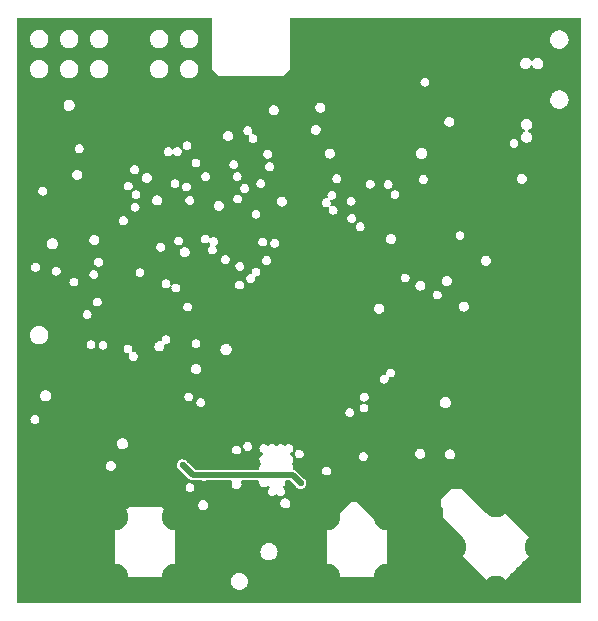
<source format=gbr>
%TF.GenerationSoftware,KiCad,Pcbnew,(6.0.4)*%
%TF.CreationDate,2023-05-27T00:51:03+09:00*%
%TF.ProjectId,RFB,5246422e-6b69-4636-9164-5f7063625858,rev?*%
%TF.SameCoordinates,Original*%
%TF.FileFunction,Copper,L2,Inr*%
%TF.FilePolarity,Positive*%
%FSLAX46Y46*%
G04 Gerber Fmt 4.6, Leading zero omitted, Abs format (unit mm)*
G04 Created by KiCad (PCBNEW (6.0.4)) date 2023-05-27 00:51:03*
%MOMM*%
%LPD*%
G01*
G04 APERTURE LIST*
%TA.AperFunction,ComponentPad*%
%ADD10C,2.600000*%
%TD*%
%TA.AperFunction,ComponentPad*%
%ADD11O,1.700000X1.700000*%
%TD*%
%TA.AperFunction,ComponentPad*%
%ADD12C,0.500000*%
%TD*%
%TA.AperFunction,ComponentPad*%
%ADD13C,2.250000*%
%TD*%
%TA.AperFunction,ComponentPad*%
%ADD14C,1.620000*%
%TD*%
%TA.AperFunction,ViaPad*%
%ADD15C,0.350000*%
%TD*%
%TA.AperFunction,ViaPad*%
%ADD16C,0.550000*%
%TD*%
%TA.AperFunction,Conductor*%
%ADD17C,0.500000*%
%TD*%
G04 APERTURE END LIST*
D10*
%TO.N,GND*%
%TO.C,H1*%
X78790800Y-95097600D03*
%TD*%
D11*
%TO.N,GND*%
%TO.C,J9*%
X34950400Y-85770800D03*
%TD*%
D10*
%TO.N,GND*%
%TO.C,H2*%
X73329800Y-61417200D03*
%TD*%
D11*
%TO.N,GND*%
%TO.C,J7*%
X42570400Y-58166000D03*
X42570400Y-60706000D03*
%TD*%
D12*
%TO.N,GND*%
%TO.C,U8*%
X66594100Y-92342400D03*
X64594100Y-91342400D03*
X66594100Y-90342400D03*
X64594100Y-90342400D03*
X65594100Y-91342400D03*
X65594100Y-90342400D03*
X66594100Y-91342400D03*
X64594100Y-92342400D03*
X65594100Y-92342400D03*
%TD*%
%TO.N,GND*%
%TO.C,U3*%
X63728600Y-80146400D03*
X62728600Y-78146400D03*
X64728600Y-78146400D03*
X63728600Y-79146400D03*
X64728600Y-80146400D03*
X62728600Y-79146400D03*
X64728600Y-79146400D03*
X62728600Y-80146400D03*
X63728600Y-78146400D03*
%TD*%
D11*
%TO.N,GND*%
%TO.C,J6*%
X78994000Y-60756800D03*
%TD*%
D13*
%TO.N,GND*%
%TO.C,J3*%
X41402000Y-103685400D03*
X46482000Y-98605400D03*
X46482000Y-103685400D03*
X41402000Y-98605400D03*
%TD*%
D14*
%TO.N,GND*%
%TO.C,RV1*%
X49406800Y-101574600D03*
%TD*%
D12*
%TO.N,GND*%
%TO.C,IC3*%
X63736200Y-68417900D03*
X63736200Y-67142900D03*
X65011200Y-68417900D03*
X62461200Y-68417900D03*
X63736200Y-69692900D03*
X61186200Y-68417900D03*
X61186200Y-67142900D03*
X62461200Y-69692900D03*
X65011200Y-64592900D03*
X66286200Y-67142900D03*
X63736200Y-64592900D03*
X66286200Y-69692900D03*
X63736200Y-65867900D03*
X61186200Y-64592900D03*
X66286200Y-68417900D03*
X62461200Y-67142900D03*
X66286200Y-64592900D03*
X65011200Y-65867900D03*
X62461200Y-65867900D03*
X66286200Y-65867900D03*
X65011200Y-69692900D03*
X62461200Y-64592900D03*
X61186200Y-69692900D03*
X65011200Y-67142900D03*
X61186200Y-65867900D03*
%TD*%
D10*
%TO.N,GND*%
%TO.C,H3*%
X35306000Y-103733600D03*
%TD*%
D13*
%TO.N,GND*%
%TO.C,J1*%
X73609200Y-97550698D03*
X73609200Y-104734902D03*
X77201302Y-101142800D03*
X70017098Y-101142800D03*
%TD*%
%TO.N,GND*%
%TO.C,J2*%
X64363600Y-103682800D03*
X59283600Y-103682800D03*
X59283600Y-98602800D03*
X64363600Y-98602800D03*
%TD*%
D12*
%TO.N,GND*%
%TO.C,U4*%
X43422800Y-83203800D03*
X43452800Y-79203800D03*
X40722800Y-80473800D03*
X41992800Y-83203800D03*
X43452800Y-80473800D03*
X41992800Y-80473800D03*
X44722800Y-81933800D03*
X43452800Y-81933800D03*
X41992800Y-81933800D03*
X44722800Y-80473800D03*
X41992800Y-79203800D03*
X40722800Y-81933800D03*
%TD*%
D15*
%TO.N,GND*%
X41325800Y-96926400D03*
X46558200Y-96215200D03*
X46558200Y-96926400D03*
X53060600Y-94462600D03*
X50017706Y-89895706D03*
X50520600Y-90398600D03*
X51023494Y-90901494D03*
X45897800Y-91795600D03*
X45897800Y-92506800D03*
X46400694Y-91292706D03*
X48514000Y-89890600D03*
X47802800Y-89890600D03*
X49225200Y-89890600D03*
X65709800Y-95758000D03*
X64897000Y-95758000D03*
X60045600Y-97358200D03*
X59542706Y-96855306D03*
X60548494Y-97861094D03*
X70332600Y-96113600D03*
X71297800Y-69748400D03*
X71653400Y-69138800D03*
X70942200Y-69138800D03*
X71780400Y-63525400D03*
X72491600Y-63525400D03*
X71069200Y-63525400D03*
X56134000Y-66294000D03*
X50647600Y-94157800D03*
X40767000Y-92379800D03*
X39522400Y-98145600D03*
X39522400Y-99568000D03*
X39522400Y-96723200D03*
X39522400Y-95300800D03*
X39522400Y-93878400D03*
X38785800Y-99542600D03*
X38785800Y-96697800D03*
X37363400Y-98120200D03*
X38785800Y-95275400D03*
X37363400Y-99542600D03*
X38785800Y-98120200D03*
X37363400Y-96697801D03*
X37363400Y-95275400D03*
X37363400Y-93853000D03*
X38785800Y-93853000D03*
X38074600Y-99542600D03*
X38074600Y-96697800D03*
X36652200Y-98120200D03*
X38074600Y-95275400D03*
X36652200Y-99542600D03*
X38074600Y-98120200D03*
X36652200Y-96697801D03*
X36652200Y-95275400D03*
X36652200Y-93853000D03*
X38074600Y-93853000D03*
X35941000Y-99542600D03*
X35941000Y-96697800D03*
X34518600Y-98120200D03*
X35941000Y-95275400D03*
X34518600Y-99542600D03*
X35941000Y-98120200D03*
X34518600Y-96697801D03*
X34518600Y-95275400D03*
X34518600Y-93853000D03*
X35941000Y-93853000D03*
X35229800Y-99542600D03*
X35229800Y-96697800D03*
X33807400Y-98120200D03*
X35229800Y-95275400D03*
X33807400Y-99542600D03*
X35229800Y-98120200D03*
X33807400Y-96697801D03*
X33807400Y-95275400D03*
X33807400Y-93853000D03*
X35229800Y-93853000D03*
X34518600Y-94564200D03*
X34518600Y-97409000D03*
X35941000Y-95986600D03*
X34518600Y-98831400D03*
X35941000Y-94564200D03*
X34518600Y-95986600D03*
X35941000Y-97409000D03*
X35941000Y-98831400D03*
X35941000Y-100253800D03*
X34518600Y-100253800D03*
X37363400Y-94564200D03*
X37363400Y-97409000D03*
X38785800Y-95986600D03*
X37363400Y-98831400D03*
X38785800Y-94564200D03*
X37363400Y-95986600D03*
X38785800Y-97409000D03*
X38785800Y-98831400D03*
X38785800Y-100253800D03*
X37363400Y-100253800D03*
X54127400Y-84480400D03*
X54483000Y-83870800D03*
X54838600Y-84480400D03*
X55194200Y-83870800D03*
X53416200Y-84480400D03*
X53771800Y-83870800D03*
X53060600Y-83870800D03*
X52349400Y-83870800D03*
X41224200Y-89103200D03*
X41224200Y-88392000D03*
X41833800Y-89458800D03*
X41833800Y-88747600D03*
X41833800Y-88036400D03*
X42443400Y-90525600D03*
X43053000Y-89458800D03*
X42443400Y-89814400D03*
X42443400Y-89103200D03*
X42443400Y-88392000D03*
X46659800Y-89103200D03*
X46050200Y-88747600D03*
X46050200Y-89458800D03*
X46050200Y-90170000D03*
X45440600Y-88392000D03*
X45440600Y-89103200D03*
X45440600Y-89814400D03*
X45440600Y-90525600D03*
X68402200Y-63347600D03*
X72136000Y-74828400D03*
X74269600Y-84429600D03*
X57200800Y-69494400D03*
X66802000Y-101498401D03*
X77470000Y-99364801D03*
X76213474Y-99041420D03*
X60401200Y-58826400D03*
X60553600Y-90170000D03*
X43332400Y-105765600D03*
X45135800Y-96926400D03*
X59918600Y-93548200D03*
X73075800Y-69138800D03*
X56134000Y-101498400D03*
X75336400Y-95097601D03*
X57480200Y-74498200D03*
X72190320Y-103567469D03*
X79603600Y-75895200D03*
X62534800Y-103860600D03*
X50038000Y-88722200D03*
X66802000Y-57759600D03*
X74549000Y-65684400D03*
X77470000Y-56692800D03*
X68259883Y-75402517D03*
X49733201Y-105765600D03*
X76403200Y-82296000D03*
X43992800Y-72593200D03*
X71004926Y-103244180D03*
X58785683Y-79263317D03*
X43434000Y-96012000D03*
X78536800Y-97231199D03*
X40132000Y-91897201D03*
X36931600Y-102565201D03*
X34340800Y-89052400D03*
X72847200Y-64846200D03*
X71394295Y-75265306D03*
X41529000Y-65049400D03*
X66217800Y-85445600D03*
X61391800Y-85674200D03*
X74269600Y-95097600D03*
X80670400Y-88696800D03*
X71069200Y-72694800D03*
X39065200Y-104698800D03*
X38049200Y-86029800D03*
X71780400Y-64236600D03*
X71424800Y-64846200D03*
X79603600Y-88696800D03*
X47599600Y-105765600D03*
X75336400Y-91897199D03*
X65963800Y-95148400D03*
X80670401Y-81229200D03*
X40741600Y-86537800D03*
X46736000Y-86233000D03*
X58176083Y-92008883D03*
X57200800Y-63093600D03*
X78536800Y-104698800D03*
X43053000Y-88747600D03*
X77470001Y-87630000D03*
X36347400Y-92456000D03*
X66395600Y-87985600D03*
X68173600Y-59639200D03*
X64449883Y-96281317D03*
X77470000Y-92964000D03*
X61290200Y-74498200D03*
X65735200Y-104698800D03*
X63728600Y-84048600D03*
X68173600Y-77927200D03*
X76403200Y-90830400D03*
X67360800Y-94081600D03*
X67843400Y-88392000D03*
X63347600Y-86410800D03*
X33731200Y-67360800D03*
X57200800Y-78028800D03*
X48255614Y-88322986D03*
X66802001Y-59893200D03*
X66969589Y-75118011D03*
X60370694Y-75001094D03*
X37998401Y-65227200D03*
X43230800Y-103860600D03*
X76033869Y-102561680D03*
X74269600Y-81229200D03*
X50038000Y-88011000D03*
X78536800Y-75895200D03*
X51282600Y-82143600D03*
X37998400Y-87960200D03*
X39497000Y-98831400D03*
X67756989Y-75905411D03*
X79603600Y-67360800D03*
X58496200Y-100076000D03*
X74269600Y-79095600D03*
X62306200Y-72390000D03*
X61468000Y-58826400D03*
X60452000Y-63042800D03*
X62534800Y-57759600D03*
X80670400Y-85496400D03*
X67005200Y-63042800D03*
X59283600Y-59639200D03*
X60756800Y-104470200D03*
X33731200Y-65227200D03*
X34315400Y-79679800D03*
X39497000Y-100253800D03*
X68935600Y-104698800D03*
X47726600Y-83261200D03*
X69646800Y-71577201D03*
X41097200Y-85979000D03*
X80670400Y-90830400D03*
X78536800Y-81229200D03*
X66471800Y-77571600D03*
X67843400Y-86969600D03*
X71069200Y-92964001D03*
X36931600Y-65227200D03*
X77470000Y-82295999D03*
X72135999Y-83362800D03*
X80670400Y-60959999D03*
X47015400Y-82143600D03*
X40132000Y-104698800D03*
X78536800Y-79095600D03*
X46990000Y-87960200D03*
X78536800Y-76962000D03*
X76403200Y-96164401D03*
X58191400Y-74498200D03*
X70901483Y-77784883D03*
X73939400Y-66040000D03*
X74269600Y-92964000D03*
X60401200Y-59893201D03*
D16*
X61950600Y-97104200D03*
D15*
X48666400Y-102565200D03*
X79603601Y-87630000D03*
X80670400Y-105765600D03*
X42570400Y-97612200D03*
X76403199Y-56692800D03*
X75336400Y-56692800D03*
X65735200Y-57759600D03*
X51866800Y-90830400D03*
X73863200Y-86791800D03*
X52933599Y-101498400D03*
X69265672Y-74396728D03*
X78536800Y-88696800D03*
X77470000Y-98298000D03*
X74269600Y-56692800D03*
X80670400Y-79095600D03*
X44856400Y-68580000D03*
X76033869Y-99723920D03*
X63728600Y-81838800D03*
X67472483Y-74615117D03*
X37998400Y-105765600D03*
X72136000Y-94030801D03*
X65341500Y-93929200D03*
X73939400Y-65328800D03*
X59334400Y-105765600D03*
X73837800Y-67589400D03*
X37439600Y-86385400D03*
X34798000Y-101498400D03*
X50977800Y-92786200D03*
X67884117Y-94604917D03*
X42875200Y-104470200D03*
X69646800Y-70154800D03*
X64668400Y-58826400D03*
X51993801Y-82143600D03*
X36652200Y-100253800D03*
X58267600Y-78028800D03*
X63525400Y-97358200D03*
X56921400Y-73406000D03*
X68935600Y-105765600D03*
X71069200Y-62026801D03*
X33604200Y-81813401D03*
X33731200Y-87884000D03*
X79603600Y-103632000D03*
X38887400Y-71932800D03*
X76716369Y-102741286D03*
X58267600Y-105765600D03*
X57200800Y-101498400D03*
X64541400Y-101854000D03*
X73202800Y-64236600D03*
X79603600Y-104698801D03*
X72598177Y-85094977D03*
D16*
X69570600Y-96139000D03*
D15*
X79603600Y-86563200D03*
X43383200Y-91821000D03*
X51866800Y-89077800D03*
X35229800Y-94564200D03*
X57200800Y-104698800D03*
X57170294Y-91003094D03*
X46228000Y-75819000D03*
X62773483Y-94554117D03*
X39497000Y-97409000D03*
X46659800Y-101142800D03*
X68478272Y-73609328D03*
X79603600Y-92964000D03*
X73106306Y-85603106D03*
X49047400Y-73406000D03*
X70535800Y-82702400D03*
X80670400Y-104698800D03*
X40614600Y-100787200D03*
X43332399Y-63093600D03*
X58267599Y-76962000D03*
X80670400Y-70561200D03*
X44831000Y-90170000D03*
X36347400Y-91033600D03*
X71069200Y-57759599D03*
X61366400Y-93827600D03*
X46304200Y-82143600D03*
X35864801Y-72694800D03*
X69596000Y-61061600D03*
X73863200Y-90347800D03*
X55143400Y-76809600D03*
X71104811Y-96377811D03*
X64617600Y-73456800D03*
X71069199Y-94030800D03*
X57200800Y-66294000D03*
X35229800Y-100253800D03*
X58267600Y-94030800D03*
X73329800Y-67106800D03*
X54838600Y-83261200D03*
X75336400Y-85496399D03*
X65354200Y-94640400D03*
X60883800Y-86182200D03*
X56210200Y-73406000D03*
X69646800Y-72288400D03*
X50469800Y-73406000D03*
X56972200Y-84683600D03*
X50215800Y-74523600D03*
X44399200Y-63093600D03*
X54000401Y-81229200D03*
X74269601Y-85496400D03*
X38074600Y-95986600D03*
X75336400Y-81229199D03*
X57200800Y-102565200D03*
X34798001Y-69494400D03*
X52933600Y-80162400D03*
X41224200Y-101142800D03*
X75336400Y-96164400D03*
X51181000Y-73406000D03*
X76403200Y-89763600D03*
X80670400Y-91897200D03*
X77470000Y-97231200D03*
X35737799Y-79679800D03*
X58267600Y-95097599D03*
X71507820Y-103747074D03*
X79603600Y-73761600D03*
X43942000Y-103860600D03*
X47599600Y-104698801D03*
X51003200Y-98221800D03*
X43942000Y-93141800D03*
X62270589Y-95057011D03*
X67868800Y-102565200D03*
X47472600Y-96875600D03*
X77470000Y-83362800D03*
X55549800Y-83261200D03*
X80670400Y-99364800D03*
X75028080Y-98718131D03*
X48336200Y-73406000D03*
X51866800Y-105765600D03*
X56134000Y-105765600D03*
X76403200Y-91897200D03*
X79603600Y-102565201D03*
X33731200Y-69494400D03*
X60198000Y-79222600D03*
X79603600Y-72694799D03*
X36550601Y-80797400D03*
X52933600Y-105765600D03*
X71592389Y-84089189D03*
X68935600Y-103632000D03*
X49453800Y-65709800D03*
X44399200Y-96723200D03*
X58267600Y-97231199D03*
X75336400Y-92964000D03*
X69392800Y-76276200D03*
X33731200Y-105765600D03*
X70002400Y-105765600D03*
X65963800Y-76123800D03*
X77470000Y-88696800D03*
X69895694Y-75773306D03*
X79603600Y-71628000D03*
X73202800Y-94030801D03*
X38074600Y-84099400D03*
X76403200Y-85496400D03*
X51003200Y-77774800D03*
X71069200Y-64211200D03*
X33604200Y-79679800D03*
X49530000Y-68224400D03*
X61468000Y-59893200D03*
X33807400Y-98831400D03*
X59055000Y-66827400D03*
X65735200Y-59893200D03*
X33604200Y-77901800D03*
X65151000Y-100076000D03*
X57277000Y-80772000D03*
X79603601Y-76962000D03*
X51714400Y-96799400D03*
X58267600Y-96164400D03*
X49758600Y-73406000D03*
X65735200Y-105765600D03*
X41452800Y-95326200D03*
X48437800Y-82143600D03*
X49428400Y-88366600D03*
X68173600Y-58216801D03*
X57200800Y-68427600D03*
X42265600Y-105765600D03*
X43561000Y-65049400D03*
X70002400Y-103632000D03*
X44627800Y-67741801D03*
X40132000Y-87960200D03*
X62534800Y-58826400D03*
X59334400Y-76962000D03*
X77470000Y-84429600D03*
X35229800Y-98831400D03*
X70205600Y-88341200D03*
X58496200Y-100787200D03*
X52349400Y-87757000D03*
X51257200Y-88722200D03*
X66395600Y-88696800D03*
X66548000Y-87122000D03*
X75336400Y-88696800D03*
X75336400Y-87629999D03*
X52425600Y-97510600D03*
X75336400Y-80162400D03*
X74549000Y-64973200D03*
X59105800Y-101854000D03*
X79603600Y-98298000D03*
X63632234Y-85120634D03*
X39065200Y-90830400D03*
X76403200Y-83362801D03*
X65716710Y-84946006D03*
X63946989Y-96784211D03*
X34798000Y-72694800D03*
X74269600Y-72694800D03*
X56133999Y-102565200D03*
X36804600Y-82880201D03*
X47396400Y-79984600D03*
X56667400Y-90500200D03*
X36347400Y-90322400D03*
X67868800Y-100431600D03*
X56972200Y-83972400D03*
X63449200Y-87223600D03*
X50647600Y-89077800D03*
X48666400Y-105765600D03*
X40132000Y-105765600D03*
X66802000Y-100431600D03*
X55549800Y-82143600D03*
X73202800Y-82296000D03*
X67970400Y-92125800D03*
X45847000Y-96926400D03*
X77470000Y-103632000D03*
X68935600Y-99364800D03*
X59131200Y-68580000D03*
X57200800Y-65227200D03*
X78536800Y-103632000D03*
X71089494Y-83586294D03*
X73456800Y-90957400D03*
X44653200Y-103860600D03*
X57632600Y-71958200D03*
X59283600Y-58216800D03*
X50571400Y-82143600D03*
X36449000Y-78968600D03*
X79603600Y-99364800D03*
X55067200Y-80162400D03*
X76403200Y-71628000D03*
X74269600Y-82296000D03*
X48666400Y-65049400D03*
X68529200Y-72186800D03*
X39497000Y-94564200D03*
X37769800Y-81711800D03*
X52933600Y-63093600D03*
X79603600Y-69494400D03*
X38074600Y-98831400D03*
X76403200Y-104698800D03*
X35229800Y-97409000D03*
X58496200Y-101498400D03*
X61569600Y-94691200D03*
X38658800Y-73787000D03*
X79603600Y-84429600D03*
X35737800Y-78968600D03*
X65212011Y-84439811D03*
X60401201Y-95097600D03*
X54127401Y-82143600D03*
X80670400Y-94030800D03*
X76403200Y-94030801D03*
X80670400Y-69494399D03*
X61569600Y-72618600D03*
X37439600Y-85674200D03*
X71948117Y-92466083D03*
X79603601Y-70561200D03*
X69895694Y-76779094D03*
X74269600Y-91897200D03*
X35229800Y-95986600D03*
D16*
X60997961Y-96239399D03*
D15*
X63601600Y-58826400D03*
X36652200Y-97409000D03*
X78536800Y-67360799D03*
X60690811Y-87792611D03*
X56134000Y-75895200D03*
X80670401Y-87630000D03*
X56261000Y-83261200D03*
X63601600Y-59893200D03*
X63195200Y-92125800D03*
X42062400Y-63500000D03*
X44831000Y-88036400D03*
X36804600Y-81813400D03*
X54000400Y-90830400D03*
X77470000Y-76961999D03*
X52933600Y-88696800D03*
X75336400Y-57759601D03*
X78536800Y-86563200D03*
X75336399Y-83362800D03*
X42875200Y-95326200D03*
X33731200Y-86817200D03*
X63855600Y-87833200D03*
X42037000Y-96926400D03*
X57673189Y-91505989D03*
X67868800Y-101498400D03*
X77470000Y-90830400D03*
X33731200Y-74828400D03*
X44627801Y-65049400D03*
X70891400Y-75768200D03*
X63728600Y-77216000D03*
X75207686Y-104249969D03*
X55067199Y-88696800D03*
X54000400Y-79095601D03*
X64033400Y-94056200D03*
X78536800Y-102565200D03*
X79603601Y-79095600D03*
X40360600Y-76428600D03*
X33731200Y-64160400D03*
X64465200Y-72593200D03*
X74447400Y-68656200D03*
X45085000Y-94056200D03*
X49860200Y-82143600D03*
X70002400Y-58826400D03*
X77470000Y-80162400D03*
X62890400Y-104470200D03*
X71184531Y-102561680D03*
X73202800Y-80162400D03*
X63129339Y-84617739D03*
X75710580Y-98538526D03*
X80670400Y-96164400D03*
X57200800Y-105765600D03*
X76403200Y-76962000D03*
X56134000Y-80162400D03*
X73863200Y-87503000D03*
X72136000Y-105765600D03*
X57200800Y-75895200D03*
X33731200Y-88696800D03*
X65151000Y-102209600D03*
X39065200Y-101498400D03*
X73609200Y-86106000D03*
X59334400Y-78028800D03*
X56134000Y-84429600D03*
X57200800Y-58826400D03*
X72136000Y-64846200D03*
X79603600Y-78028800D03*
X71687425Y-103064575D03*
X67843400Y-86258399D03*
X36652200Y-94564200D03*
X72136000Y-58826400D03*
X41275000Y-75158600D03*
X64668400Y-95148400D03*
X69596000Y-58216800D03*
X56134000Y-67360800D03*
X73863200Y-89636599D03*
X64439800Y-84302600D03*
X41198800Y-105765600D03*
X57200800Y-100431600D03*
X57099200Y-97510600D03*
X78536800Y-89763600D03*
X35864800Y-101498400D03*
X61112400Y-103860600D03*
X76403200Y-81229199D03*
X44297600Y-95326200D03*
X71069200Y-104698800D03*
X50317400Y-64973200D03*
X47269400Y-101498400D03*
X67254094Y-76408306D03*
X67818000Y-77317600D03*
X36957000Y-89255600D03*
X79603600Y-83362801D03*
X38760400Y-76276200D03*
X41532816Y-71932800D03*
X64363600Y-88341200D03*
X64465200Y-71882000D03*
X74447400Y-67945000D03*
X54000400Y-103632000D03*
X34798000Y-65227200D03*
X36804600Y-86080601D03*
X47726600Y-82143600D03*
X73202799Y-83362800D03*
X65735200Y-97231200D03*
X48260000Y-93954600D03*
X80670400Y-56692800D03*
X64541400Y-100431600D03*
X69646800Y-73710800D03*
X73202799Y-81229200D03*
X55067200Y-104698800D03*
X69596000Y-59639200D03*
X78536800Y-71628000D03*
X50800000Y-102565200D03*
X76403200Y-79095600D03*
X75336400Y-86563201D03*
X75336399Y-79095600D03*
X42799000Y-94056200D03*
X70002400Y-69367400D03*
X80670400Y-83362800D03*
X49428400Y-89077800D03*
X46304200Y-83261200D03*
X39065200Y-92964000D03*
X60909200Y-79222600D03*
X38074600Y-100253800D03*
X40821616Y-71932800D03*
X80670400Y-97231200D03*
X76403200Y-72694800D03*
X67564001Y-72694800D03*
X56972200Y-85394800D03*
X67462400Y-77927200D03*
X60401200Y-57759600D03*
X57200800Y-98298000D03*
X67589400Y-84048600D03*
X51866800Y-80162400D03*
X33807400Y-94564200D03*
X43281600Y-97612200D03*
X49758600Y-92583000D03*
X80670400Y-101498400D03*
X77470000Y-86563200D03*
X41452800Y-86537800D03*
X37261800Y-80797400D03*
X66751200Y-78359000D03*
X46659800Y-100431600D03*
X37312600Y-74650600D03*
D16*
X62890400Y-97993200D03*
D15*
X80670400Y-76962000D03*
D16*
X67824335Y-98018600D03*
D15*
X60452000Y-62331600D03*
X61823600Y-103860600D03*
X80670400Y-100431600D03*
X67005200Y-63754000D03*
X35864801Y-68427600D03*
X45466000Y-105765600D03*
X57200800Y-99364800D03*
X60711106Y-76916306D03*
X42799000Y-93141800D03*
X46837600Y-85521800D03*
X33731200Y-75895201D03*
X70502031Y-102741286D03*
X47269400Y-100787200D03*
D16*
X68681600Y-97078800D03*
D15*
X48260000Y-79273400D03*
X62204600Y-74777600D03*
X69748400Y-94792800D03*
X54000400Y-88696800D03*
X44297600Y-104470200D03*
X60553600Y-72847200D03*
X36652200Y-98831400D03*
X80670401Y-98298000D03*
X45008800Y-95326200D03*
X47599599Y-65049400D03*
X75710580Y-103747074D03*
X50800000Y-105765600D03*
X73863200Y-88925400D03*
X51866799Y-62026800D03*
X50248858Y-78529142D03*
X56591200Y-89077800D03*
X52933600Y-102565200D03*
X67868800Y-105765600D03*
X52425600Y-98221800D03*
X51003200Y-97510600D03*
X72451011Y-91963189D03*
X33731200Y-89408000D03*
X72136000Y-95097600D03*
X80665228Y-102563584D03*
X60208211Y-76413411D03*
X49733200Y-104698800D03*
X54000400Y-63093600D03*
X71069199Y-70561200D03*
X35864801Y-65227200D03*
X61468000Y-57759600D03*
X39065200Y-103632000D03*
X63271400Y-94056200D03*
X77470000Y-91897199D03*
X68783200Y-94081600D03*
X38074600Y-84810600D03*
X79603600Y-90830400D03*
X59055000Y-63020000D03*
X43455584Y-66675000D03*
X79603600Y-91897201D03*
X35864800Y-73761600D03*
X78536800Y-83362800D03*
X72364600Y-70358000D03*
X79603600Y-105765600D03*
X75336400Y-78028800D03*
X55067200Y-90830400D03*
X66802000Y-104698801D03*
X60045600Y-73406000D03*
X73202800Y-73761600D03*
X50571400Y-83261200D03*
X68173600Y-76708000D03*
X58795894Y-75001094D03*
X75336400Y-97231200D03*
X77470000Y-105765600D03*
X41656000Y-67818000D03*
X68402200Y-90551000D03*
X56591200Y-88366600D03*
X35864801Y-66294000D03*
X41224200Y-100431600D03*
X57200799Y-94030800D03*
X78536800Y-82296000D03*
X66979800Y-60785000D03*
X33731200Y-68427600D03*
X67975377Y-74112223D03*
X33807400Y-100253800D03*
X74269601Y-83362800D03*
X75028080Y-103567469D03*
X72110600Y-97383600D03*
X52705000Y-82143600D03*
X73202801Y-74828400D03*
X78536800Y-99364800D03*
X59105800Y-100431600D03*
X80670400Y-67360799D03*
X71069200Y-105765600D03*
X49733200Y-103632000D03*
X57200800Y-76962000D03*
X55067200Y-81229200D03*
X42164000Y-95326200D03*
X48615600Y-85191600D03*
X66182317Y-96306717D03*
X80670401Y-71628000D03*
X60477400Y-60782200D03*
X33731200Y-84683599D03*
X42037000Y-96215200D03*
X47269400Y-102209600D03*
X52933601Y-90830400D03*
X61468000Y-105765600D03*
X64668401Y-59893200D03*
X49758600Y-93294200D03*
X59486800Y-79222600D03*
X46659800Y-101854000D03*
X78536800Y-91897200D03*
X75336400Y-90830400D03*
X48666400Y-99364800D03*
X33731200Y-63093600D03*
X74549000Y-66395600D03*
X79603601Y-89763600D03*
X79603600Y-85496399D03*
X73202800Y-92964000D03*
X72491600Y-64236600D03*
X76403199Y-78028800D03*
X57937400Y-69596000D03*
X51282600Y-83261200D03*
X42499381Y-85956970D03*
X42748200Y-96215200D03*
X76213474Y-103244180D03*
X71069200Y-59893200D03*
X56972199Y-82143600D03*
X56591200Y-89789000D03*
X57861200Y-58216800D03*
X68762777Y-74899623D03*
X61620400Y-79222600D03*
X63844600Y-93319600D03*
X39319200Y-72872600D03*
X68935600Y-98653600D03*
X79603601Y-81229200D03*
X78536800Y-69494400D03*
X75336400Y-62026800D03*
X73837800Y-68300600D03*
X36347400Y-91744800D03*
X40817800Y-70002400D03*
X36931600Y-66294000D03*
X80670400Y-92964000D03*
X64541400Y-101142800D03*
X66045106Y-86619106D03*
X59705317Y-75910517D03*
X37261801Y-80086200D03*
X78536800Y-90830400D03*
X60375800Y-86766400D03*
X41452800Y-84582000D03*
X80670400Y-66294000D03*
X54838600Y-82143600D03*
X54000400Y-104698801D03*
X58267600Y-75895200D03*
X66802000Y-103632000D03*
X53263800Y-93751400D03*
X52933600Y-89763600D03*
X39497000Y-95986600D03*
X77470001Y-79095600D03*
X38074600Y-97409000D03*
X66751200Y-76911200D03*
X43053000Y-90170000D03*
X49047400Y-92583000D03*
X56769000Y-74498200D03*
X80670400Y-82296000D03*
X51714400Y-97510600D03*
X45008800Y-104470200D03*
X41224200Y-101854000D03*
X73939400Y-66751200D03*
X56134000Y-104698801D03*
X65735200Y-99364800D03*
X74269599Y-94030800D03*
X75207686Y-98035631D03*
X56134000Y-76962001D03*
X40132000Y-90830400D03*
X37541200Y-71272400D03*
X72720200Y-69748400D03*
X59918600Y-96164400D03*
X71729600Y-81864200D03*
X55067200Y-105765600D03*
X80670400Y-63093599D03*
X56133999Y-68427600D03*
X80670400Y-95097600D03*
X76403200Y-87630000D03*
X50800000Y-81229200D03*
X44831000Y-90881200D03*
X37998399Y-92964000D03*
X66685211Y-96809611D03*
X36804600Y-85013801D03*
X75641200Y-63296800D03*
X78536800Y-92964000D03*
X51257200Y-89433400D03*
X43764200Y-74498200D03*
X47447200Y-85166200D03*
X57200800Y-67360800D03*
X66732710Y-85962006D03*
X50469800Y-93294200D03*
X34798000Y-74828401D03*
X33731200Y-71628000D03*
X59867800Y-74498200D03*
X65151000Y-100787200D03*
X70002400Y-62026800D03*
X75336400Y-82296000D03*
X73431400Y-69748400D03*
X78536800Y-98298000D03*
X79603600Y-74828399D03*
X45796200Y-85801200D03*
X75336400Y-94030801D03*
X47015400Y-83261200D03*
X55346600Y-74498200D03*
X45135800Y-96215200D03*
X78536800Y-80162400D03*
X36347400Y-89611200D03*
X40821616Y-70971416D03*
X51003200Y-96799400D03*
X59334400Y-73406000D03*
X34798000Y-68427600D03*
X56591200Y-87655400D03*
X60198000Y-88366600D03*
X73202800Y-84429600D03*
X76403200Y-105765600D03*
X69418200Y-81508600D03*
X68387011Y-95107811D03*
X79603600Y-80162400D03*
X61193706Y-88295506D03*
X74269600Y-80162400D03*
X80670400Y-89763600D03*
X80670400Y-58826400D03*
X33807400Y-95986600D03*
X52933600Y-81229200D03*
X70398589Y-76276200D03*
X56134000Y-103632000D03*
X79603600Y-97231200D03*
X54000400Y-62026800D03*
X78536800Y-68427600D03*
X40690800Y-73736200D03*
X54127400Y-83261200D03*
X39065199Y-87960200D03*
X59893200Y-92506800D03*
X44831000Y-88747600D03*
X57632600Y-70256400D03*
X44450000Y-96012000D03*
X78536800Y-85496400D03*
X68554600Y-92608400D03*
X61696600Y-88798400D03*
X70713600Y-64846200D03*
X77470000Y-85496401D03*
X61468000Y-104470200D03*
X58496200Y-102209600D03*
X76403200Y-92964000D03*
X80670400Y-103632000D03*
X48666400Y-103632000D03*
X46913800Y-84556600D03*
X64114706Y-73959694D03*
X73202800Y-95097600D03*
X68935600Y-102565201D03*
X76403200Y-84429600D03*
X42244016Y-71932800D03*
X76403200Y-88696800D03*
X69900800Y-99695000D03*
X65542211Y-86116211D03*
X61264800Y-75895200D03*
X40386000Y-85979000D03*
X56131601Y-99364451D03*
X75530975Y-103064575D03*
X43942000Y-94056200D03*
X35864800Y-71628000D03*
X59105800Y-101142800D03*
X77470000Y-75895200D03*
X52425600Y-96799400D03*
X78536800Y-70561200D03*
X68300600Y-70091856D03*
X80670400Y-73761600D03*
X61722000Y-95504000D03*
X73939400Y-63906400D03*
X75336400Y-84429599D03*
X45796200Y-86512400D03*
X33731200Y-66294000D03*
X33731200Y-70561200D03*
X46532800Y-105765600D03*
X45465999Y-63093600D03*
X74447400Y-67233800D03*
X60452000Y-63754000D03*
X33731200Y-73761600D03*
X70398589Y-77281989D03*
X76403200Y-73761600D03*
X68427600Y-65278000D03*
X44627800Y-66675000D03*
X78536800Y-73761599D03*
X56133999Y-100431600D03*
X36957000Y-91389200D03*
X72136000Y-96164400D03*
X67868800Y-104698800D03*
X72136000Y-73761600D03*
X73863200Y-88214200D03*
X70205600Y-87630000D03*
X44831000Y-89458800D03*
X80670400Y-74828400D03*
X34798000Y-66294000D03*
X43053000Y-88036400D03*
X48666400Y-63093600D03*
X80670400Y-86563200D03*
X55067200Y-62026800D03*
X37998400Y-101498400D03*
X73075800Y-70358000D03*
X71069200Y-95097600D03*
X53416200Y-83261200D03*
X37998401Y-66294000D03*
X78536800Y-74828400D03*
X80670400Y-62026800D03*
X60985400Y-77571600D03*
X37998400Y-104698801D03*
X48666400Y-104698800D03*
X64668400Y-105765600D03*
X70891400Y-82092800D03*
X78536800Y-105765600D03*
X43586400Y-95326200D03*
X40821616Y-72894184D03*
X58216800Y-92735400D03*
X64236600Y-75844400D03*
X53416201Y-82143600D03*
X66649600Y-94081600D03*
X68173600Y-61061600D03*
X79603600Y-68427599D03*
X42164000Y-86537800D03*
X50799999Y-101498400D03*
X43484800Y-96723200D03*
X64820800Y-88874600D03*
X49403000Y-87655400D03*
X39065200Y-91897201D03*
X80670400Y-80162400D03*
X67005200Y-62331600D03*
X55067200Y-87655400D03*
X48666399Y-100431600D03*
X62809094Y-71887106D03*
X72953906Y-91460294D03*
X58750200Y-70434200D03*
X80670400Y-57759600D03*
X65735200Y-58826400D03*
X59283600Y-61061600D03*
X63601600Y-57759600D03*
X48234600Y-74498200D03*
X49530000Y-71272400D03*
X72009000Y-69748400D03*
X62814200Y-74320400D03*
X80670400Y-65227199D03*
X66802000Y-58826400D03*
X49047400Y-93294200D03*
X33604200Y-80746600D03*
X44932600Y-69596000D03*
X36931600Y-101498400D03*
X47599600Y-63093600D03*
X77470000Y-104698800D03*
X49530000Y-69240400D03*
X72010714Y-104249969D03*
X76716369Y-99544314D03*
X36931600Y-88112600D03*
X52704999Y-83261200D03*
X56134001Y-81229200D03*
X67868800Y-103632000D03*
X33604201Y-78968600D03*
X80670400Y-75895200D03*
X51993800Y-83261200D03*
X71069200Y-71628000D03*
X69646800Y-72999600D03*
X71607706Y-96880706D03*
X66802000Y-99364801D03*
X57200800Y-79095600D03*
X67106800Y-97409000D03*
X33807400Y-97409000D03*
X54635400Y-74498200D03*
X61767694Y-76398094D03*
X78536800Y-72694800D03*
X42490384Y-65049400D03*
X71729600Y-82575400D03*
X45313600Y-97612200D03*
X80670400Y-78028800D03*
X56134000Y-78028800D03*
X75336400Y-89763600D03*
X80670400Y-72694800D03*
X54000399Y-89763600D03*
X51714400Y-98221800D03*
X38074600Y-94564200D03*
X56057800Y-74498200D03*
X44881800Y-93268800D03*
X77470000Y-78028800D03*
X34798000Y-73761600D03*
X39065199Y-102565200D03*
X78536799Y-87630000D03*
X72136000Y-71628000D03*
X55067200Y-103632000D03*
X49504600Y-74523600D03*
X55067200Y-89763600D03*
X55067200Y-79095600D03*
X66466694Y-75620906D03*
X76403200Y-97231200D03*
X62915800Y-90525600D03*
X34315400Y-78968600D03*
X63881000Y-76504800D03*
X37998400Y-103632000D03*
X77470000Y-89763600D03*
X70205600Y-83362800D03*
X69397906Y-99192106D03*
X40614600Y-100076000D03*
X54000400Y-105765600D03*
X38684200Y-84455000D03*
X66802000Y-102565200D03*
X74269600Y-73761600D03*
X56261000Y-82143600D03*
X62341811Y-85405011D03*
X74549000Y-64262000D03*
X68529200Y-71475600D03*
X52933600Y-62026800D03*
X36957000Y-90678000D03*
X33731200Y-101498400D03*
X68935599Y-62026800D03*
X63195200Y-92837000D03*
X79603600Y-82296000D03*
X68529200Y-70764401D03*
X75336400Y-105765600D03*
X43586400Y-104470200D03*
X71404377Y-77281989D03*
X62534801Y-59893200D03*
X76403200Y-95097600D03*
X43053000Y-90881200D03*
X77470000Y-81229201D03*
X65151000Y-101498400D03*
X65303400Y-76403200D03*
X42748200Y-96926400D03*
X36957000Y-92100400D03*
X67843400Y-87680800D03*
X61036200Y-92506800D03*
X56972200Y-81432400D03*
X54000399Y-87655400D03*
X56972200Y-83261200D03*
X44500800Y-91668600D03*
X60985400Y-78282800D03*
X37490400Y-68986400D03*
X72364600Y-69138800D03*
X66802000Y-98298000D03*
X78536800Y-78028800D03*
X73202800Y-72694801D03*
X80670400Y-59893200D03*
X67868800Y-99364800D03*
X60401200Y-105765600D03*
X75530975Y-99221025D03*
X62844706Y-85907906D03*
X36957000Y-89966800D03*
X44602400Y-97612200D03*
X76403200Y-80162400D03*
D16*
X69672200Y-63601600D03*
D15*
X72095283Y-84592083D03*
X48437800Y-83261200D03*
X71069200Y-58826400D03*
X45847000Y-96215200D03*
X80670400Y-68427600D03*
X49860200Y-83261200D03*
X33731200Y-72694800D03*
X76403200Y-86563200D03*
X44399200Y-105765600D03*
X36652200Y-95986600D03*
X38404800Y-78003400D03*
X64947800Y-85725000D03*
X70901483Y-76779094D03*
X74269600Y-71628000D03*
X57632600Y-73406000D03*
X57861200Y-61061600D03*
X39065200Y-105765600D03*
X73939400Y-64617600D03*
X40614600Y-101498400D03*
X62534800Y-105765600D03*
X78536799Y-84429600D03*
X62179200Y-104470200D03*
X63601600Y-105765600D03*
X80670400Y-64160400D03*
X66802000Y-105765600D03*
X40614600Y-102209600D03*
X69164200Y-77216000D03*
X42748200Y-91516200D03*
X62479100Y-76396900D03*
X64135000Y-85623400D03*
X43053000Y-86537800D03*
X67564000Y-71628000D03*
X54000400Y-80162400D03*
X58282789Y-79766211D03*
X64668400Y-57759600D03*
X35864800Y-105765600D03*
X68986400Y-95504000D03*
X80670400Y-84429600D03*
X57861200Y-59639200D03*
X79603600Y-100431601D03*
X51866800Y-81229201D03*
X69646800Y-70866000D03*
X68402200Y-67157600D03*
X63611811Y-74462589D03*
X79603600Y-101498400D03*
X75641200Y-64109600D03*
X59055000Y-64925000D03*
X68529200Y-72898000D03*
X70002400Y-104698801D03*
X47269400Y-100076000D03*
X57200800Y-103632000D03*
X37998400Y-102565200D03*
D16*
%TO.N,/PA_5V*%
X47091600Y-94234000D03*
X57099200Y-95783400D03*
X48869600Y-95097600D03*
%TD*%
D17*
%TO.N,/PA_5V*%
X56413400Y-95097600D02*
X57099200Y-95783400D01*
X48869600Y-95097600D02*
X47955200Y-95097600D01*
X47955200Y-95097600D02*
X47091600Y-94234000D01*
X48869600Y-95097600D02*
X56413400Y-95097600D01*
%TD*%
%TA.AperFunction,Conductor*%
%TO.N,GND*%
G36*
X49545086Y-56367936D02*
G01*
X49577204Y-56389396D01*
X49598664Y-56421514D01*
X49606200Y-56459400D01*
X49606200Y-60731400D01*
X50190400Y-61315600D01*
X55626000Y-61315600D01*
X56210200Y-60731400D01*
X56210200Y-60210926D01*
X75672830Y-60210926D01*
X75673127Y-60215453D01*
X75676756Y-60270815D01*
X75678534Y-60297946D01*
X75679650Y-60302339D01*
X75679650Y-60302341D01*
X75694305Y-60360044D01*
X75700000Y-60382470D01*
X75736510Y-60461666D01*
X75786841Y-60532883D01*
X75849308Y-60593736D01*
X75853083Y-60596258D01*
X75853085Y-60596260D01*
X75876916Y-60612183D01*
X75921818Y-60642185D01*
X75925985Y-60643975D01*
X75925990Y-60643978D01*
X75997773Y-60674819D01*
X75997779Y-60674821D01*
X76001943Y-60676610D01*
X76087000Y-60695856D01*
X76123877Y-60697305D01*
X76169607Y-60699102D01*
X76169608Y-60699102D01*
X76174140Y-60699280D01*
X76260444Y-60686766D01*
X76264743Y-60685307D01*
X76264746Y-60685306D01*
X76338722Y-60660195D01*
X76343023Y-60658735D01*
X76346981Y-60656518D01*
X76346984Y-60656517D01*
X76409224Y-60621660D01*
X76419111Y-60616123D01*
X76486160Y-60560360D01*
X76541923Y-60493311D01*
X76564069Y-60453767D01*
X76589156Y-60424394D01*
X76623574Y-60406858D01*
X76662083Y-60403827D01*
X76698820Y-60415764D01*
X76728193Y-60440851D01*
X76740351Y-60460692D01*
X76752510Y-60487066D01*
X76802841Y-60558283D01*
X76865308Y-60619136D01*
X76937818Y-60667585D01*
X76941985Y-60669375D01*
X76941990Y-60669378D01*
X77013773Y-60700219D01*
X77013779Y-60700221D01*
X77017943Y-60702010D01*
X77103000Y-60721256D01*
X77146570Y-60722968D01*
X77185607Y-60724502D01*
X77185608Y-60724502D01*
X77190140Y-60724680D01*
X77276444Y-60712166D01*
X77280743Y-60710707D01*
X77280746Y-60710706D01*
X77354722Y-60685595D01*
X77359023Y-60684135D01*
X77362981Y-60681918D01*
X77362984Y-60681917D01*
X77430727Y-60643978D01*
X77435111Y-60641523D01*
X77502160Y-60585760D01*
X77557923Y-60518711D01*
X77600535Y-60442623D01*
X77628566Y-60360044D01*
X77637643Y-60297445D01*
X77640660Y-60276639D01*
X77640661Y-60276633D01*
X77641080Y-60273740D01*
X77641733Y-60248800D01*
X77638527Y-60213905D01*
X77634168Y-60166479D01*
X77633753Y-60161959D01*
X77610082Y-60078026D01*
X77571511Y-59999812D01*
X77519333Y-59929937D01*
X77455295Y-59870741D01*
X77407944Y-59840865D01*
X77385379Y-59826627D01*
X77385374Y-59826625D01*
X77381541Y-59824206D01*
X77367710Y-59818688D01*
X77304758Y-59793572D01*
X77304752Y-59793570D01*
X77300543Y-59791891D01*
X77296100Y-59791007D01*
X77296096Y-59791006D01*
X77219461Y-59775762D01*
X77219459Y-59775762D01*
X77215011Y-59774877D01*
X77173398Y-59774332D01*
X77132352Y-59773795D01*
X77132348Y-59773795D01*
X77127812Y-59773736D01*
X77123339Y-59774505D01*
X77123334Y-59774505D01*
X77083403Y-59781367D01*
X77041864Y-59788504D01*
X76960047Y-59818688D01*
X76921956Y-59841350D01*
X76888996Y-59860959D01*
X76888991Y-59860963D01*
X76885101Y-59863277D01*
X76881694Y-59866265D01*
X76841566Y-59901456D01*
X76819535Y-59920776D01*
X76816728Y-59924337D01*
X76777253Y-59974412D01*
X76765546Y-59989262D01*
X76763432Y-59993280D01*
X76751379Y-60016189D01*
X76727069Y-60046208D01*
X76693123Y-60064640D01*
X76654706Y-60068678D01*
X76617669Y-60057707D01*
X76587650Y-60033397D01*
X76574975Y-60013881D01*
X76573289Y-60010462D01*
X76555511Y-59974412D01*
X76503333Y-59904537D01*
X76439295Y-59845341D01*
X76397052Y-59818688D01*
X76369379Y-59801227D01*
X76369374Y-59801225D01*
X76365541Y-59798806D01*
X76351710Y-59793288D01*
X76288758Y-59768172D01*
X76288752Y-59768170D01*
X76284543Y-59766491D01*
X76280100Y-59765607D01*
X76280096Y-59765606D01*
X76203461Y-59750362D01*
X76203459Y-59750362D01*
X76199011Y-59749477D01*
X76157398Y-59748932D01*
X76116352Y-59748395D01*
X76116348Y-59748395D01*
X76111812Y-59748336D01*
X76107339Y-59749105D01*
X76107334Y-59749105D01*
X76067403Y-59755967D01*
X76025864Y-59763104D01*
X75994112Y-59774818D01*
X75950233Y-59791006D01*
X75944047Y-59793288D01*
X75905956Y-59815950D01*
X75872996Y-59835559D01*
X75872991Y-59835563D01*
X75869101Y-59837877D01*
X75803535Y-59895376D01*
X75800728Y-59898937D01*
X75770511Y-59937268D01*
X75749546Y-59963862D01*
X75747432Y-59967880D01*
X75712962Y-60033397D01*
X75708941Y-60041039D01*
X75693251Y-60091568D01*
X75685801Y-60115561D01*
X75683080Y-60124323D01*
X75682546Y-60128833D01*
X75682546Y-60128834D01*
X75674681Y-60195290D01*
X75672830Y-60210926D01*
X56210200Y-60210926D01*
X56210200Y-58204604D01*
X78217618Y-58204604D01*
X78223645Y-58314118D01*
X78224328Y-58317550D01*
X78224328Y-58317553D01*
X78229128Y-58341684D01*
X78245042Y-58421692D01*
X78281384Y-58525177D01*
X78331944Y-58622509D01*
X78333978Y-58625355D01*
X78393675Y-58708895D01*
X78393680Y-58708901D01*
X78395713Y-58711746D01*
X78398128Y-58714277D01*
X78398130Y-58714280D01*
X78438349Y-58756439D01*
X78471421Y-58791107D01*
X78557555Y-58859010D01*
X78560585Y-58860770D01*
X78648176Y-58911647D01*
X78652397Y-58914099D01*
X78655644Y-58915414D01*
X78750810Y-58953960D01*
X78750814Y-58953961D01*
X78754055Y-58955274D01*
X78860501Y-58981716D01*
X78863982Y-58982073D01*
X78863984Y-58982073D01*
X78890543Y-58984794D01*
X78954043Y-58991300D01*
X79021938Y-58991300D01*
X79103407Y-58985532D01*
X79210630Y-58962447D01*
X79213906Y-58961239D01*
X79213911Y-58961237D01*
X79310244Y-58925698D01*
X79313532Y-58924485D01*
X79316616Y-58922821D01*
X79406980Y-58874063D01*
X79406982Y-58874062D01*
X79410058Y-58872402D01*
X79412868Y-58870327D01*
X79412872Y-58870324D01*
X79495469Y-58809317D01*
X79495472Y-58809315D01*
X79498282Y-58807239D01*
X79576445Y-58730294D01*
X79588667Y-58714280D01*
X79640863Y-58645886D01*
X79640864Y-58645885D01*
X79642986Y-58643104D01*
X79644694Y-58640054D01*
X79644698Y-58640048D01*
X79694865Y-58550467D01*
X79694866Y-58550466D01*
X79696578Y-58547408D01*
X79736152Y-58445116D01*
X79741582Y-58421692D01*
X79760126Y-58341684D01*
X79760918Y-58338268D01*
X79770382Y-58228996D01*
X79764355Y-58119482D01*
X79759552Y-58095332D01*
X79749447Y-58044532D01*
X79742958Y-58011908D01*
X79706616Y-57908423D01*
X79656056Y-57811091D01*
X79619754Y-57760291D01*
X79594325Y-57724705D01*
X79594320Y-57724699D01*
X79592287Y-57721854D01*
X79543826Y-57671054D01*
X79518987Y-57645017D01*
X79518986Y-57645016D01*
X79516579Y-57642493D01*
X79430445Y-57574590D01*
X79404530Y-57559537D01*
X79338635Y-57521262D01*
X79338633Y-57521261D01*
X79335603Y-57519501D01*
X79303440Y-57506474D01*
X79237190Y-57479640D01*
X79237186Y-57479639D01*
X79233945Y-57478326D01*
X79127499Y-57451884D01*
X79124018Y-57451527D01*
X79124016Y-57451527D01*
X79087843Y-57447821D01*
X79033957Y-57442300D01*
X78966062Y-57442300D01*
X78884593Y-57448068D01*
X78777370Y-57471153D01*
X78774094Y-57472361D01*
X78774089Y-57472363D01*
X78677756Y-57507902D01*
X78674468Y-57509115D01*
X78671385Y-57510779D01*
X78671384Y-57510779D01*
X78655220Y-57519501D01*
X78577942Y-57561198D01*
X78575132Y-57563273D01*
X78575128Y-57563276D01*
X78492531Y-57624283D01*
X78489718Y-57626361D01*
X78411555Y-57703306D01*
X78409432Y-57706087D01*
X78409430Y-57706090D01*
X78365697Y-57763394D01*
X78345014Y-57790496D01*
X78343306Y-57793546D01*
X78343302Y-57793552D01*
X78321584Y-57832333D01*
X78291422Y-57886192D01*
X78251848Y-57988484D01*
X78251059Y-57991890D01*
X78251057Y-57991895D01*
X78238857Y-58044532D01*
X78227082Y-58095332D01*
X78217618Y-58204604D01*
X56210200Y-58204604D01*
X56210200Y-56459400D01*
X56217736Y-56421514D01*
X56239196Y-56389396D01*
X56271314Y-56367936D01*
X56309200Y-56360400D01*
X80751400Y-56360400D01*
X80789286Y-56367936D01*
X80821404Y-56389396D01*
X80842864Y-56421514D01*
X80850400Y-56459400D01*
X80850400Y-105846600D01*
X80842864Y-105884486D01*
X80821404Y-105916604D01*
X80789286Y-105938064D01*
X80751400Y-105945600D01*
X33193000Y-105945600D01*
X33155114Y-105938064D01*
X33122996Y-105916604D01*
X33101536Y-105884486D01*
X33094000Y-105846600D01*
X33094000Y-104118954D01*
X51181623Y-104118954D01*
X51182117Y-104122582D01*
X51182117Y-104122586D01*
X51184697Y-104141540D01*
X51196144Y-104225654D01*
X51197172Y-104229180D01*
X51197172Y-104229181D01*
X51201552Y-104244206D01*
X51226278Y-104329037D01*
X51227816Y-104332373D01*
X51227817Y-104332376D01*
X51244412Y-104368373D01*
X51271361Y-104426830D01*
X51330403Y-104516885D01*
X51402108Y-104597223D01*
X51404930Y-104599570D01*
X51404931Y-104599571D01*
X51420510Y-104612528D01*
X51484901Y-104666081D01*
X51488040Y-104667986D01*
X51488043Y-104667988D01*
X51502766Y-104676922D01*
X51576961Y-104721945D01*
X51676268Y-104763587D01*
X51679830Y-104764492D01*
X51679831Y-104764492D01*
X51777078Y-104789190D01*
X51777083Y-104789191D01*
X51780639Y-104790094D01*
X51870075Y-104799100D01*
X51934145Y-104799100D01*
X51964317Y-104796858D01*
X52010521Y-104793425D01*
X52010528Y-104793424D01*
X52014188Y-104793152D01*
X52119217Y-104769386D01*
X52122634Y-104768057D01*
X52122638Y-104768056D01*
X52216160Y-104731687D01*
X52219580Y-104730357D01*
X52313072Y-104676922D01*
X52329808Y-104663729D01*
X52394756Y-104612528D01*
X52397638Y-104610256D01*
X52400151Y-104607584D01*
X52400157Y-104607579D01*
X52468899Y-104534502D01*
X52471421Y-104531821D01*
X52532801Y-104443343D01*
X52580429Y-104346764D01*
X52585035Y-104332376D01*
X52612139Y-104247703D01*
X52612140Y-104247698D01*
X52613258Y-104244206D01*
X52615705Y-104229181D01*
X52629978Y-104141540D01*
X52629978Y-104141535D01*
X52630567Y-104137921D01*
X52631977Y-104030246D01*
X52629396Y-104011279D01*
X52617952Y-103927187D01*
X52617951Y-103927181D01*
X52617456Y-103923546D01*
X52613104Y-103908615D01*
X52588350Y-103823689D01*
X52588349Y-103823686D01*
X52587322Y-103820163D01*
X52577630Y-103799138D01*
X52543776Y-103725705D01*
X52542239Y-103722370D01*
X52516296Y-103682800D01*
X59283600Y-103682800D01*
X64363600Y-103682800D01*
X64363600Y-98602800D01*
X64358237Y-98603673D01*
X64303695Y-98612552D01*
X63321452Y-98772452D01*
X63282849Y-98771101D01*
X63247700Y-98755080D01*
X63235542Y-98744742D01*
X62204600Y-97713800D01*
X68935600Y-97713800D01*
X69084404Y-97862604D01*
X69105864Y-97894722D01*
X69113400Y-97932608D01*
X69113400Y-98653600D01*
X70778620Y-100318820D01*
X70800080Y-100350938D01*
X70807616Y-100388824D01*
X70806058Y-100406318D01*
X70575596Y-101689976D01*
X70575596Y-101689979D01*
X70573873Y-101699576D01*
X73609200Y-104734902D01*
X77201302Y-101142800D01*
X73609200Y-97550698D01*
X72891798Y-98277851D01*
X72859829Y-98299525D01*
X72821995Y-98307317D01*
X72784060Y-98300037D01*
X72751323Y-98278323D01*
X70764400Y-96291400D01*
X69824600Y-96291400D01*
X69647683Y-96467221D01*
X68942514Y-97168022D01*
X68942512Y-97168024D01*
X68935600Y-97174894D01*
X68935600Y-97713800D01*
X62204600Y-97713800D01*
X61849000Y-97358200D01*
X61315600Y-97358200D01*
X59283600Y-99390200D01*
X59283600Y-103682800D01*
X52516296Y-103682800D01*
X52483197Y-103632315D01*
X52411492Y-103551977D01*
X52395822Y-103538944D01*
X52331527Y-103485471D01*
X52328699Y-103483119D01*
X52325560Y-103481214D01*
X52325557Y-103481212D01*
X52239783Y-103429163D01*
X52236639Y-103427255D01*
X52137332Y-103385613D01*
X52133769Y-103384708D01*
X52036522Y-103360010D01*
X52036517Y-103360009D01*
X52032961Y-103359106D01*
X51943525Y-103350100D01*
X51879455Y-103350100D01*
X51849283Y-103352342D01*
X51803079Y-103355775D01*
X51803072Y-103355776D01*
X51799412Y-103356048D01*
X51694383Y-103379814D01*
X51690966Y-103381143D01*
X51690962Y-103381144D01*
X51597440Y-103417513D01*
X51594020Y-103418843D01*
X51500528Y-103472278D01*
X51497649Y-103474548D01*
X51497647Y-103474549D01*
X51418844Y-103536672D01*
X51415962Y-103538944D01*
X51413449Y-103541616D01*
X51413443Y-103541621D01*
X51401127Y-103554714D01*
X51342179Y-103617379D01*
X51280799Y-103705857D01*
X51233171Y-103802436D01*
X51232052Y-103805933D01*
X51232050Y-103805937D01*
X51227497Y-103820163D01*
X51200342Y-103904994D01*
X51199753Y-103908611D01*
X51199752Y-103908615D01*
X51196728Y-103927187D01*
X51183033Y-104011279D01*
X51181623Y-104118954D01*
X33094000Y-104118954D01*
X33094000Y-103682800D01*
X41402000Y-103682800D01*
X46482000Y-103682800D01*
X46482000Y-101618954D01*
X53681623Y-101618954D01*
X53682117Y-101622582D01*
X53682117Y-101622586D01*
X53692539Y-101699162D01*
X53696144Y-101725654D01*
X53697172Y-101729180D01*
X53697172Y-101729181D01*
X53701552Y-101744206D01*
X53726278Y-101829037D01*
X53727816Y-101832373D01*
X53727817Y-101832376D01*
X53744412Y-101868373D01*
X53771361Y-101926830D01*
X53830403Y-102016885D01*
X53902108Y-102097223D01*
X53904930Y-102099570D01*
X53904931Y-102099571D01*
X53920510Y-102112528D01*
X53984901Y-102166081D01*
X53988040Y-102167986D01*
X53988043Y-102167988D01*
X54002766Y-102176922D01*
X54076961Y-102221945D01*
X54176268Y-102263587D01*
X54179830Y-102264492D01*
X54179831Y-102264492D01*
X54277078Y-102289190D01*
X54277083Y-102289191D01*
X54280639Y-102290094D01*
X54370075Y-102299100D01*
X54434145Y-102299100D01*
X54464317Y-102296858D01*
X54510521Y-102293425D01*
X54510528Y-102293424D01*
X54514188Y-102293152D01*
X54619217Y-102269386D01*
X54622634Y-102268057D01*
X54622638Y-102268056D01*
X54716160Y-102231687D01*
X54719580Y-102230357D01*
X54813072Y-102176922D01*
X54829808Y-102163729D01*
X54894756Y-102112528D01*
X54897638Y-102110256D01*
X54900151Y-102107584D01*
X54900157Y-102107579D01*
X54968899Y-102034502D01*
X54971421Y-102031821D01*
X55032801Y-101943343D01*
X55080429Y-101846764D01*
X55085035Y-101832376D01*
X55112139Y-101747703D01*
X55112140Y-101747698D01*
X55113258Y-101744206D01*
X55115705Y-101729181D01*
X55129978Y-101641540D01*
X55129978Y-101641535D01*
X55130567Y-101637921D01*
X55131977Y-101530246D01*
X55129396Y-101511279D01*
X55117952Y-101427187D01*
X55117951Y-101427181D01*
X55117456Y-101423546D01*
X55113104Y-101408615D01*
X55088350Y-101323689D01*
X55088349Y-101323686D01*
X55087322Y-101320163D01*
X55077630Y-101299138D01*
X55043776Y-101225705D01*
X55042239Y-101222370D01*
X54983197Y-101132315D01*
X54911492Y-101051977D01*
X54895822Y-101038944D01*
X54831527Y-100985471D01*
X54828699Y-100983119D01*
X54825560Y-100981214D01*
X54825557Y-100981212D01*
X54739783Y-100929163D01*
X54736639Y-100927255D01*
X54637332Y-100885613D01*
X54633769Y-100884708D01*
X54536522Y-100860010D01*
X54536517Y-100860009D01*
X54532961Y-100859106D01*
X54443525Y-100850100D01*
X54379455Y-100850100D01*
X54349283Y-100852342D01*
X54303079Y-100855775D01*
X54303072Y-100855776D01*
X54299412Y-100856048D01*
X54194383Y-100879814D01*
X54190966Y-100881143D01*
X54190962Y-100881144D01*
X54097440Y-100917513D01*
X54094020Y-100918843D01*
X54000528Y-100972278D01*
X53997649Y-100974548D01*
X53997647Y-100974549D01*
X53918844Y-101036672D01*
X53915962Y-101038944D01*
X53913449Y-101041616D01*
X53913443Y-101041621D01*
X53901127Y-101054714D01*
X53842179Y-101117379D01*
X53780799Y-101205857D01*
X53733171Y-101302436D01*
X53732052Y-101305933D01*
X53732050Y-101305937D01*
X53727497Y-101320163D01*
X53700342Y-101404994D01*
X53699753Y-101408611D01*
X53699752Y-101408615D01*
X53696728Y-101427187D01*
X53683033Y-101511279D01*
X53681623Y-101618954D01*
X46482000Y-101618954D01*
X46482000Y-98602800D01*
X45262800Y-97790000D01*
X42621200Y-97790000D01*
X42617052Y-97792765D01*
X42617053Y-97792765D01*
X41410113Y-98597391D01*
X41410112Y-98597392D01*
X41402000Y-98602800D01*
X41402000Y-103682800D01*
X33094000Y-103682800D01*
X33094000Y-97631644D01*
X48417688Y-97631644D01*
X48424654Y-97714601D01*
X48425987Y-97719250D01*
X48427464Y-97724401D01*
X48447600Y-97794625D01*
X48485653Y-97868668D01*
X48537363Y-97933909D01*
X48541050Y-97937047D01*
X48541052Y-97937049D01*
X48552155Y-97946498D01*
X48600760Y-97987864D01*
X48604983Y-97990224D01*
X48604987Y-97990227D01*
X48655605Y-98018516D01*
X48673430Y-98028478D01*
X48711452Y-98040832D01*
X48748005Y-98052709D01*
X48748008Y-98052710D01*
X48752604Y-98054203D01*
X48757400Y-98054775D01*
X48757405Y-98054776D01*
X48798734Y-98059704D01*
X48835267Y-98064060D01*
X48840090Y-98063689D01*
X48840092Y-98063689D01*
X48867294Y-98061596D01*
X48918270Y-98057674D01*
X48922929Y-98056373D01*
X48922930Y-98056373D01*
X48993786Y-98036589D01*
X48993788Y-98036588D01*
X48998452Y-98035286D01*
X49016606Y-98026116D01*
X49068438Y-97999934D01*
X49068440Y-97999932D01*
X49072759Y-97997751D01*
X49076576Y-97994769D01*
X49134544Y-97949480D01*
X49134548Y-97949477D01*
X49138360Y-97946498D01*
X49146517Y-97937049D01*
X49165558Y-97914989D01*
X49192756Y-97883480D01*
X49233876Y-97811095D01*
X49260154Y-97732102D01*
X49270588Y-97649510D01*
X49270630Y-97646535D01*
X49270668Y-97643740D01*
X49270754Y-97637600D01*
X49270484Y-97634851D01*
X49270484Y-97634841D01*
X49263103Y-97559569D01*
X49263102Y-97559565D01*
X49262630Y-97554749D01*
X49239834Y-97479244D01*
X55377288Y-97479244D01*
X55377693Y-97484064D01*
X55383484Y-97553028D01*
X55384254Y-97562201D01*
X55407200Y-97642225D01*
X55445253Y-97716268D01*
X55496963Y-97781509D01*
X55500650Y-97784647D01*
X55500652Y-97784649D01*
X55531726Y-97811095D01*
X55560360Y-97835464D01*
X55564583Y-97837824D01*
X55564587Y-97837827D01*
X55608921Y-97862604D01*
X55633030Y-97876078D01*
X55667091Y-97887145D01*
X55707605Y-97900309D01*
X55707608Y-97900310D01*
X55712204Y-97901803D01*
X55717000Y-97902375D01*
X55717005Y-97902376D01*
X55758334Y-97907304D01*
X55794867Y-97911660D01*
X55799690Y-97911289D01*
X55799692Y-97911289D01*
X55826894Y-97909196D01*
X55877870Y-97905274D01*
X55882529Y-97903973D01*
X55882530Y-97903973D01*
X55953386Y-97884189D01*
X55953388Y-97884188D01*
X55958052Y-97882886D01*
X55962376Y-97880702D01*
X56028038Y-97847534D01*
X56028040Y-97847532D01*
X56032359Y-97845351D01*
X56036176Y-97842369D01*
X56094144Y-97797080D01*
X56094148Y-97797077D01*
X56097960Y-97794098D01*
X56101498Y-97790000D01*
X56149192Y-97734745D01*
X56152356Y-97731080D01*
X56193476Y-97658695D01*
X56219754Y-97579702D01*
X56230188Y-97497110D01*
X56230354Y-97485200D01*
X56230084Y-97482451D01*
X56230084Y-97482441D01*
X56222703Y-97407169D01*
X56222702Y-97407165D01*
X56222230Y-97402349D01*
X56210982Y-97365092D01*
X56199569Y-97327289D01*
X56199568Y-97327286D01*
X56198169Y-97322653D01*
X56159086Y-97249149D01*
X56136284Y-97221190D01*
X56109531Y-97188388D01*
X56109530Y-97188387D01*
X56106470Y-97184635D01*
X56042326Y-97131571D01*
X55969096Y-97091976D01*
X55889571Y-97067358D01*
X55884761Y-97066852D01*
X55884759Y-97066852D01*
X55811594Y-97059162D01*
X55811592Y-97059162D01*
X55806778Y-97058656D01*
X55778307Y-97061247D01*
X55728692Y-97065762D01*
X55728689Y-97065763D01*
X55723872Y-97066201D01*
X55719230Y-97067567D01*
X55719226Y-97067568D01*
X55681152Y-97078774D01*
X55644010Y-97089706D01*
X55639726Y-97091945D01*
X55639725Y-97091946D01*
X55574523Y-97126033D01*
X55574521Y-97126034D01*
X55570235Y-97128275D01*
X55529418Y-97161093D01*
X55512253Y-97174894D01*
X55505356Y-97180439D01*
X55502247Y-97184144D01*
X55502244Y-97184147D01*
X55473334Y-97218601D01*
X55451845Y-97244211D01*
X55449509Y-97248459D01*
X55449509Y-97248460D01*
X55428292Y-97287054D01*
X55411739Y-97317163D01*
X55410275Y-97321777D01*
X55410274Y-97321780D01*
X55398721Y-97358200D01*
X55386567Y-97396514D01*
X55386027Y-97401325D01*
X55386027Y-97401327D01*
X55385913Y-97402349D01*
X55377288Y-97479244D01*
X49239834Y-97479244D01*
X49238569Y-97475053D01*
X49219027Y-97438301D01*
X49201759Y-97405823D01*
X49201757Y-97405820D01*
X49199486Y-97401549D01*
X49146870Y-97337035D01*
X49082726Y-97283971D01*
X49009496Y-97244376D01*
X48929971Y-97219758D01*
X48925161Y-97219252D01*
X48925159Y-97219252D01*
X48851994Y-97211562D01*
X48851992Y-97211562D01*
X48847178Y-97211056D01*
X48818707Y-97213647D01*
X48769092Y-97218162D01*
X48769089Y-97218163D01*
X48764272Y-97218601D01*
X48759630Y-97219967D01*
X48759626Y-97219968D01*
X48721552Y-97231174D01*
X48684410Y-97242106D01*
X48680126Y-97244345D01*
X48680125Y-97244346D01*
X48614923Y-97278433D01*
X48614921Y-97278434D01*
X48610635Y-97280675D01*
X48570534Y-97312917D01*
X48559511Y-97321780D01*
X48545756Y-97332839D01*
X48542647Y-97336544D01*
X48542644Y-97336547D01*
X48496199Y-97391899D01*
X48492245Y-97396611D01*
X48452139Y-97469563D01*
X48450675Y-97474177D01*
X48450674Y-97474180D01*
X48444280Y-97494336D01*
X48426967Y-97548914D01*
X48426427Y-97553725D01*
X48426427Y-97553727D01*
X48422999Y-97584296D01*
X48417688Y-97631644D01*
X33094000Y-97631644D01*
X33094000Y-96139000D01*
X47350037Y-96139000D01*
X47350579Y-96144157D01*
X47357006Y-96205301D01*
X47358266Y-96217292D01*
X47359871Y-96222231D01*
X47359871Y-96222232D01*
X47380988Y-96287224D01*
X47380990Y-96287228D01*
X47382593Y-96292162D01*
X47421954Y-96360338D01*
X47474630Y-96418841D01*
X47538318Y-96465113D01*
X47543050Y-96467220D01*
X47543052Y-96467221D01*
X47605498Y-96495024D01*
X47605502Y-96495025D01*
X47610236Y-96497133D01*
X47615306Y-96498211D01*
X47615307Y-96498211D01*
X47630119Y-96501359D01*
X47687238Y-96513500D01*
X47765962Y-96513500D01*
X47823081Y-96501359D01*
X47837893Y-96498211D01*
X47837894Y-96498211D01*
X47842964Y-96497133D01*
X47847698Y-96495025D01*
X47847702Y-96495024D01*
X47910148Y-96467221D01*
X47910150Y-96467220D01*
X47914882Y-96465113D01*
X47978570Y-96418841D01*
X48031246Y-96360338D01*
X48070607Y-96292162D01*
X48072210Y-96287228D01*
X48072212Y-96287224D01*
X48093329Y-96222232D01*
X48093329Y-96222231D01*
X48094934Y-96217292D01*
X48096195Y-96205301D01*
X48102621Y-96144157D01*
X48103163Y-96139000D01*
X48100025Y-96109145D01*
X48095477Y-96065870D01*
X48095476Y-96065866D01*
X48094934Y-96060708D01*
X48082011Y-96020935D01*
X48072212Y-95990776D01*
X48072210Y-95990772D01*
X48070607Y-95985838D01*
X48031246Y-95917662D01*
X48025394Y-95911162D01*
X47982042Y-95863015D01*
X47982040Y-95863013D01*
X47978570Y-95859159D01*
X47914882Y-95812887D01*
X47910150Y-95810780D01*
X47910148Y-95810779D01*
X47847702Y-95782976D01*
X47847698Y-95782975D01*
X47842964Y-95780867D01*
X47837894Y-95779789D01*
X47837893Y-95779789D01*
X47818782Y-95775727D01*
X47765962Y-95764500D01*
X47687238Y-95764500D01*
X47634418Y-95775727D01*
X47615307Y-95779789D01*
X47615306Y-95779789D01*
X47610236Y-95780867D01*
X47605500Y-95782976D01*
X47605499Y-95782976D01*
X47554924Y-95805494D01*
X47538319Y-95812887D01*
X47534125Y-95815934D01*
X47534120Y-95815937D01*
X47482221Y-95853644D01*
X47474630Y-95859159D01*
X47471160Y-95863013D01*
X47427807Y-95911162D01*
X47421954Y-95917662D01*
X47382593Y-95985838D01*
X47380990Y-95990772D01*
X47380988Y-95990776D01*
X47371189Y-96020935D01*
X47358266Y-96060708D01*
X47357724Y-96065866D01*
X47357723Y-96065870D01*
X47353175Y-96109145D01*
X47350037Y-96139000D01*
X33094000Y-96139000D01*
X33094000Y-94304244D01*
X40594488Y-94304244D01*
X40594893Y-94309064D01*
X40599800Y-94367500D01*
X40601454Y-94387201D01*
X40624400Y-94467225D01*
X40662453Y-94541268D01*
X40674193Y-94556080D01*
X40704071Y-94593776D01*
X40714163Y-94606509D01*
X40717850Y-94609647D01*
X40717852Y-94609649D01*
X40751591Y-94638363D01*
X40777560Y-94660464D01*
X40781783Y-94662824D01*
X40781787Y-94662827D01*
X40818681Y-94683446D01*
X40850230Y-94701078D01*
X40876923Y-94709751D01*
X40924805Y-94725309D01*
X40924808Y-94725310D01*
X40929404Y-94726803D01*
X40934200Y-94727375D01*
X40934205Y-94727376D01*
X40975534Y-94732304D01*
X41012067Y-94736660D01*
X41016890Y-94736289D01*
X41016892Y-94736289D01*
X41044094Y-94734196D01*
X41095070Y-94730274D01*
X41099729Y-94728973D01*
X41099730Y-94728973D01*
X41170586Y-94709189D01*
X41170588Y-94709188D01*
X41175252Y-94707886D01*
X41203516Y-94693609D01*
X41245238Y-94672534D01*
X41245240Y-94672532D01*
X41249559Y-94670351D01*
X41258704Y-94663206D01*
X41311344Y-94622080D01*
X41311348Y-94622077D01*
X41315160Y-94619098D01*
X41323317Y-94609649D01*
X41366392Y-94559745D01*
X41369556Y-94556080D01*
X41410676Y-94483695D01*
X41433233Y-94415887D01*
X41435426Y-94409296D01*
X41435427Y-94409294D01*
X41436954Y-94404702D01*
X41447388Y-94322110D01*
X41447554Y-94310200D01*
X41447284Y-94307451D01*
X41447284Y-94307441D01*
X41439903Y-94232169D01*
X41439902Y-94232165D01*
X41439430Y-94227349D01*
X41437660Y-94221486D01*
X46613725Y-94221486D01*
X46619446Y-94308782D01*
X46620564Y-94313182D01*
X46620564Y-94313185D01*
X46639363Y-94387201D01*
X46640981Y-94393573D01*
X46642880Y-94397692D01*
X46675181Y-94467758D01*
X46677606Y-94473019D01*
X46728096Y-94544461D01*
X46790760Y-94605506D01*
X46794533Y-94608027D01*
X46859725Y-94651587D01*
X46859728Y-94651589D01*
X46863500Y-94654109D01*
X46867674Y-94655902D01*
X46871656Y-94658064D01*
X46871107Y-94659075D01*
X46895179Y-94675389D01*
X47606561Y-95386771D01*
X47610005Y-95390478D01*
X47612243Y-95393633D01*
X47639111Y-95419354D01*
X47640606Y-95420816D01*
X47651495Y-95431705D01*
X47653301Y-95433196D01*
X47655052Y-95434788D01*
X47655042Y-95434799D01*
X47657891Y-95437332D01*
X47674408Y-95453144D01*
X47678364Y-95455698D01*
X47678366Y-95455700D01*
X47683519Y-95459027D01*
X47692851Y-95465857D01*
X47701202Y-95472753D01*
X47721269Y-95483717D01*
X47727471Y-95487406D01*
X47746706Y-95499826D01*
X47751078Y-95501588D01*
X47751084Y-95501591D01*
X47756762Y-95503879D01*
X47767216Y-95508820D01*
X47771441Y-95511128D01*
X47776725Y-95514015D01*
X47781216Y-95515452D01*
X47781217Y-95515453D01*
X47798484Y-95520980D01*
X47805309Y-95523443D01*
X47826527Y-95531994D01*
X47837170Y-95534073D01*
X47848365Y-95536948D01*
X47854199Y-95538815D01*
X47854201Y-95538815D01*
X47858686Y-95540251D01*
X47863356Y-95540812D01*
X47863360Y-95540813D01*
X47878443Y-95542625D01*
X47881384Y-95542978D01*
X47888537Y-95544105D01*
X47910990Y-95548489D01*
X47913260Y-95548600D01*
X47922259Y-95548600D01*
X47934067Y-95549307D01*
X47944131Y-95550516D01*
X47948822Y-95550184D01*
X47948826Y-95550184D01*
X47967703Y-95548847D01*
X47974695Y-95548600D01*
X48696333Y-95548600D01*
X48721790Y-95552632D01*
X48721878Y-95552242D01*
X48807203Y-95571549D01*
X48850911Y-95573267D01*
X48890086Y-95574806D01*
X48890087Y-95574806D01*
X48894619Y-95574984D01*
X48937907Y-95568708D01*
X48976702Y-95563083D01*
X48976706Y-95563082D01*
X48981196Y-95562431D01*
X49006462Y-95553854D01*
X49038286Y-95548600D01*
X51183186Y-95548600D01*
X51221072Y-95556136D01*
X51253190Y-95577596D01*
X51274650Y-95609714D01*
X51282186Y-95647600D01*
X51274179Y-95686603D01*
X51273872Y-95687319D01*
X51271539Y-95691563D01*
X51246367Y-95770914D01*
X51245827Y-95775725D01*
X51245827Y-95775727D01*
X51242489Y-95805494D01*
X51237088Y-95853644D01*
X51237493Y-95858464D01*
X51242841Y-95922150D01*
X51244054Y-95936601D01*
X51267000Y-96016625D01*
X51305053Y-96090668D01*
X51356763Y-96155909D01*
X51360450Y-96159047D01*
X51360452Y-96159049D01*
X51384579Y-96179582D01*
X51420160Y-96209864D01*
X51424383Y-96212224D01*
X51424387Y-96212227D01*
X51475005Y-96240516D01*
X51492830Y-96250478D01*
X51522542Y-96260132D01*
X51567405Y-96274709D01*
X51567408Y-96274710D01*
X51572004Y-96276203D01*
X51576800Y-96276775D01*
X51576805Y-96276776D01*
X51618134Y-96281704D01*
X51654667Y-96286060D01*
X51659490Y-96285689D01*
X51659492Y-96285689D01*
X51686694Y-96283596D01*
X51737670Y-96279674D01*
X51742329Y-96278373D01*
X51742330Y-96278373D01*
X51813186Y-96258589D01*
X51813188Y-96258588D01*
X51817852Y-96257286D01*
X51831330Y-96250478D01*
X51887838Y-96221934D01*
X51887840Y-96221932D01*
X51892159Y-96219751D01*
X51895976Y-96216769D01*
X51953944Y-96171480D01*
X51953948Y-96171477D01*
X51957760Y-96168498D01*
X51965917Y-96159049D01*
X51995885Y-96124330D01*
X52012156Y-96105480D01*
X52041307Y-96054164D01*
X52050883Y-96037308D01*
X52050884Y-96037306D01*
X52053276Y-96033095D01*
X52079554Y-95954102D01*
X52089988Y-95871510D01*
X52090154Y-95859600D01*
X52089884Y-95856851D01*
X52089884Y-95856841D01*
X52082503Y-95781569D01*
X52082502Y-95781565D01*
X52082030Y-95776749D01*
X52078332Y-95764500D01*
X52059369Y-95701689D01*
X52059368Y-95701686D01*
X52057969Y-95697053D01*
X52055697Y-95692780D01*
X52053850Y-95688299D01*
X52054560Y-95688006D01*
X52045255Y-95657093D01*
X52049124Y-95618659D01*
X52067405Y-95584632D01*
X52097318Y-95560190D01*
X52134306Y-95549056D01*
X52143799Y-95548600D01*
X53513004Y-95548600D01*
X53550890Y-95556136D01*
X53583008Y-95577596D01*
X53604468Y-95609714D01*
X53612004Y-95647600D01*
X53608532Y-95669530D01*
X53609348Y-95669703D01*
X53608271Y-95674769D01*
X53606666Y-95679708D01*
X53606124Y-95684866D01*
X53606123Y-95684870D01*
X53598979Y-95752843D01*
X53598437Y-95758000D01*
X53598979Y-95763157D01*
X53604527Y-95815937D01*
X53606666Y-95836292D01*
X53608271Y-95841231D01*
X53608271Y-95841232D01*
X53629388Y-95906224D01*
X53629390Y-95906228D01*
X53630993Y-95911162D01*
X53670354Y-95979338D01*
X53673819Y-95983187D01*
X53673821Y-95983189D01*
X53683747Y-95994213D01*
X53723030Y-96037841D01*
X53786718Y-96084113D01*
X53791450Y-96086220D01*
X53791452Y-96086221D01*
X53853898Y-96114024D01*
X53853902Y-96114025D01*
X53858636Y-96116133D01*
X53863706Y-96117211D01*
X53863707Y-96117211D01*
X53871108Y-96118784D01*
X53935638Y-96132500D01*
X54014362Y-96132500D01*
X54078892Y-96118784D01*
X54086293Y-96117211D01*
X54086294Y-96117211D01*
X54091364Y-96116133D01*
X54096098Y-96114025D01*
X54096102Y-96114024D01*
X54158548Y-96086221D01*
X54158550Y-96086220D01*
X54163282Y-96084113D01*
X54226970Y-96037841D01*
X54257028Y-96004458D01*
X54287979Y-95981346D01*
X54325418Y-95971838D01*
X54363647Y-95977380D01*
X54396844Y-95997130D01*
X54404172Y-96004458D01*
X54434230Y-96037841D01*
X54437740Y-96040391D01*
X54460581Y-96070977D01*
X54470090Y-96108416D01*
X54464548Y-96146645D01*
X54444799Y-96179842D01*
X54438077Y-96186564D01*
X54434230Y-96189359D01*
X54430761Y-96193212D01*
X54389495Y-96239043D01*
X54381554Y-96247862D01*
X54342193Y-96316038D01*
X54340590Y-96320972D01*
X54340588Y-96320976D01*
X54319471Y-96385968D01*
X54317866Y-96390908D01*
X54309637Y-96469200D01*
X54317866Y-96547492D01*
X54319471Y-96552431D01*
X54319471Y-96552432D01*
X54340588Y-96617424D01*
X54340590Y-96617428D01*
X54342193Y-96622362D01*
X54381554Y-96690538D01*
X54434230Y-96749041D01*
X54497918Y-96795313D01*
X54502650Y-96797420D01*
X54502652Y-96797421D01*
X54565098Y-96825224D01*
X54565102Y-96825225D01*
X54569836Y-96827333D01*
X54574906Y-96828411D01*
X54574907Y-96828411D01*
X54589719Y-96831559D01*
X54646838Y-96843700D01*
X54725562Y-96843700D01*
X54782681Y-96831559D01*
X54797493Y-96828411D01*
X54797494Y-96828411D01*
X54802564Y-96827333D01*
X54807298Y-96825225D01*
X54807302Y-96825224D01*
X54869748Y-96797421D01*
X54869750Y-96797420D01*
X54874482Y-96795313D01*
X54938170Y-96749041D01*
X54968228Y-96715658D01*
X54999179Y-96692546D01*
X55036618Y-96683038D01*
X55074847Y-96688580D01*
X55108044Y-96708330D01*
X55115372Y-96715658D01*
X55145430Y-96749041D01*
X55209118Y-96795313D01*
X55213850Y-96797420D01*
X55213852Y-96797421D01*
X55276298Y-96825224D01*
X55276302Y-96825225D01*
X55281036Y-96827333D01*
X55286106Y-96828411D01*
X55286107Y-96828411D01*
X55300919Y-96831559D01*
X55358038Y-96843700D01*
X55436762Y-96843700D01*
X55493881Y-96831559D01*
X55508693Y-96828411D01*
X55508694Y-96828411D01*
X55513764Y-96827333D01*
X55518498Y-96825225D01*
X55518502Y-96825224D01*
X55580948Y-96797421D01*
X55580950Y-96797420D01*
X55585682Y-96795313D01*
X55649370Y-96749041D01*
X55702046Y-96690538D01*
X55741407Y-96622362D01*
X55743010Y-96617428D01*
X55743012Y-96617424D01*
X55764129Y-96552432D01*
X55764129Y-96552431D01*
X55765734Y-96547492D01*
X55773963Y-96469200D01*
X55765734Y-96390908D01*
X55764129Y-96385968D01*
X55743012Y-96320976D01*
X55743010Y-96320972D01*
X55741407Y-96316038D01*
X55702046Y-96247862D01*
X55694106Y-96239043D01*
X55652839Y-96193212D01*
X55649370Y-96189359D01*
X55645860Y-96186809D01*
X55623019Y-96156223D01*
X55613510Y-96118784D01*
X55619052Y-96080555D01*
X55638801Y-96047358D01*
X55645523Y-96040636D01*
X55649370Y-96037841D01*
X55688653Y-95994213D01*
X55698579Y-95983189D01*
X55698581Y-95983187D01*
X55702046Y-95979338D01*
X55741407Y-95911162D01*
X55743010Y-95906228D01*
X55743012Y-95906224D01*
X55764129Y-95841232D01*
X55764129Y-95841231D01*
X55765734Y-95836292D01*
X55767874Y-95815937D01*
X55773421Y-95763157D01*
X55773963Y-95758000D01*
X55773421Y-95752843D01*
X55766277Y-95684870D01*
X55766276Y-95684866D01*
X55765734Y-95679708D01*
X55764129Y-95674769D01*
X55763052Y-95669703D01*
X55764206Y-95669458D01*
X55760702Y-95639818D01*
X55771193Y-95602642D01*
X55795112Y-95572310D01*
X55828818Y-95553441D01*
X55859396Y-95548600D01*
X56185582Y-95548600D01*
X56223468Y-95556136D01*
X56255586Y-95577596D01*
X56659704Y-95981714D01*
X56679606Y-96010272D01*
X56685206Y-96022419D01*
X56735696Y-96093861D01*
X56798360Y-96154906D01*
X56871100Y-96203509D01*
X56951478Y-96238042D01*
X57036803Y-96257349D01*
X57080511Y-96259067D01*
X57119686Y-96260606D01*
X57119687Y-96260606D01*
X57124219Y-96260784D01*
X57167508Y-96254507D01*
X57206302Y-96248883D01*
X57206306Y-96248882D01*
X57210796Y-96248231D01*
X57252216Y-96234171D01*
X57289339Y-96221569D01*
X57289342Y-96221568D01*
X57293636Y-96220110D01*
X57311932Y-96209864D01*
X57327782Y-96200987D01*
X57369964Y-96177364D01*
X57437225Y-96121425D01*
X57493164Y-96054164D01*
X57535910Y-95977836D01*
X57564031Y-95894996D01*
X57566861Y-95875483D01*
X57576164Y-95811318D01*
X57576164Y-95811312D01*
X57576584Y-95808419D01*
X57577239Y-95783400D01*
X57576908Y-95779789D01*
X57573068Y-95738013D01*
X57569234Y-95696284D01*
X57564559Y-95679708D01*
X57546722Y-95616461D01*
X57546721Y-95616460D01*
X57545488Y-95612086D01*
X57506795Y-95533625D01*
X57454452Y-95463529D01*
X57418237Y-95430052D01*
X57393542Y-95407224D01*
X57393541Y-95407223D01*
X57390212Y-95404146D01*
X57316225Y-95357464D01*
X57316438Y-95357126D01*
X57295587Y-95341977D01*
X56762039Y-94808429D01*
X56758595Y-94804722D01*
X56756357Y-94801567D01*
X56729489Y-94775846D01*
X56727994Y-94774384D01*
X56717105Y-94763495D01*
X56715299Y-94762004D01*
X56713548Y-94760412D01*
X56713558Y-94760401D01*
X56710709Y-94757868D01*
X56697596Y-94745315D01*
X56694192Y-94742056D01*
X56694105Y-94742000D01*
X58907037Y-94742000D01*
X58907579Y-94747157D01*
X58913725Y-94805627D01*
X58915266Y-94820292D01*
X58916871Y-94825231D01*
X58916871Y-94825232D01*
X58937988Y-94890224D01*
X58937990Y-94890228D01*
X58939593Y-94895162D01*
X58978954Y-94963338D01*
X59031630Y-95021841D01*
X59095318Y-95068113D01*
X59100050Y-95070220D01*
X59100052Y-95070221D01*
X59162498Y-95098024D01*
X59162502Y-95098025D01*
X59167236Y-95100133D01*
X59172306Y-95101211D01*
X59172307Y-95101211D01*
X59187119Y-95104359D01*
X59244238Y-95116500D01*
X59322962Y-95116500D01*
X59380081Y-95104359D01*
X59394893Y-95101211D01*
X59394894Y-95101211D01*
X59399964Y-95100133D01*
X59404698Y-95098025D01*
X59404702Y-95098024D01*
X59467148Y-95070221D01*
X59467150Y-95070220D01*
X59471882Y-95068113D01*
X59535570Y-95021841D01*
X59588246Y-94963338D01*
X59627607Y-94895162D01*
X59629210Y-94890228D01*
X59629212Y-94890224D01*
X59650329Y-94825232D01*
X59650329Y-94825231D01*
X59651934Y-94820292D01*
X59653476Y-94805627D01*
X59659621Y-94747157D01*
X59660163Y-94742000D01*
X59656957Y-94711493D01*
X59652477Y-94668870D01*
X59652476Y-94668866D01*
X59651934Y-94663708D01*
X59646375Y-94646600D01*
X59629212Y-94593776D01*
X59629210Y-94593772D01*
X59627607Y-94588838D01*
X59588246Y-94520662D01*
X59558755Y-94487908D01*
X59539042Y-94466015D01*
X59539040Y-94466013D01*
X59535570Y-94462159D01*
X59471882Y-94415887D01*
X59467150Y-94413780D01*
X59467148Y-94413779D01*
X59404702Y-94385976D01*
X59404698Y-94385975D01*
X59399964Y-94383867D01*
X59394894Y-94382789D01*
X59394893Y-94382789D01*
X59380081Y-94379641D01*
X59322962Y-94367500D01*
X59244238Y-94367500D01*
X59187119Y-94379641D01*
X59172307Y-94382789D01*
X59172306Y-94382789D01*
X59167236Y-94383867D01*
X59162500Y-94385976D01*
X59162499Y-94385976D01*
X59120441Y-94404702D01*
X59095319Y-94415887D01*
X59091125Y-94418934D01*
X59091120Y-94418937D01*
X59038121Y-94457443D01*
X59031630Y-94462159D01*
X58978954Y-94520662D01*
X58939593Y-94588838D01*
X58937990Y-94593772D01*
X58937988Y-94593776D01*
X58920825Y-94646600D01*
X58915266Y-94663708D01*
X58914724Y-94668866D01*
X58914723Y-94668870D01*
X58910243Y-94711493D01*
X58907037Y-94742000D01*
X56694105Y-94742000D01*
X56685081Y-94736173D01*
X56675749Y-94729343D01*
X56671032Y-94725448D01*
X56667398Y-94722447D01*
X56647331Y-94711483D01*
X56641129Y-94707794D01*
X56621894Y-94695374D01*
X56617522Y-94693612D01*
X56617516Y-94693609D01*
X56611838Y-94691321D01*
X56601384Y-94686380D01*
X56596013Y-94683446D01*
X56596014Y-94683446D01*
X56591875Y-94681185D01*
X56570116Y-94674220D01*
X56563291Y-94671757D01*
X56546436Y-94664964D01*
X56546433Y-94664963D01*
X56542073Y-94663206D01*
X56541630Y-94663119D01*
X56509277Y-94646096D01*
X56484577Y-94616397D01*
X56473124Y-94579506D01*
X56474746Y-94548573D01*
X56475329Y-94545832D01*
X56476934Y-94540892D01*
X56479061Y-94520662D01*
X56484621Y-94467757D01*
X56485163Y-94462600D01*
X56480032Y-94413779D01*
X56477477Y-94389470D01*
X56477476Y-94389466D01*
X56476934Y-94384308D01*
X56457619Y-94324862D01*
X56454212Y-94314376D01*
X56454210Y-94314372D01*
X56452607Y-94309438D01*
X56413246Y-94241262D01*
X56396547Y-94222715D01*
X56364039Y-94186612D01*
X56360570Y-94182759D01*
X56357060Y-94180209D01*
X56334219Y-94149623D01*
X56324710Y-94112184D01*
X56330252Y-94073955D01*
X56350001Y-94040758D01*
X56356723Y-94034036D01*
X56360570Y-94031241D01*
X56413246Y-93972738D01*
X56452607Y-93904562D01*
X56454210Y-93899628D01*
X56454212Y-93899624D01*
X56475329Y-93834632D01*
X56475329Y-93834631D01*
X56476934Y-93829692D01*
X56479208Y-93808064D01*
X56484621Y-93756557D01*
X56485163Y-93751400D01*
X56483283Y-93733516D01*
X56477477Y-93678270D01*
X56477476Y-93678266D01*
X56476934Y-93673108D01*
X56470184Y-93652333D01*
X56454212Y-93603176D01*
X56454210Y-93603172D01*
X56452607Y-93598238D01*
X56413246Y-93530062D01*
X56409391Y-93525780D01*
X56364042Y-93475415D01*
X56364040Y-93475413D01*
X56360570Y-93471559D01*
X56296882Y-93425287D01*
X56292150Y-93423180D01*
X56292148Y-93423179D01*
X56229702Y-93395376D01*
X56229698Y-93395375D01*
X56224964Y-93393267D01*
X56215970Y-93391355D01*
X56214473Y-93391037D01*
X56178982Y-93375789D01*
X56152027Y-93348120D01*
X56137713Y-93312243D01*
X56137949Y-93294200D01*
X56595637Y-93294200D01*
X56596179Y-93299357D01*
X56603094Y-93365145D01*
X56603866Y-93372492D01*
X56605471Y-93377431D01*
X56605471Y-93377432D01*
X56626588Y-93442424D01*
X56626590Y-93442428D01*
X56628193Y-93447362D01*
X56667554Y-93515538D01*
X56671019Y-93519387D01*
X56671021Y-93519389D01*
X56680631Y-93530062D01*
X56720230Y-93574041D01*
X56783918Y-93620313D01*
X56788650Y-93622420D01*
X56788652Y-93622421D01*
X56851098Y-93650224D01*
X56851102Y-93650225D01*
X56855836Y-93652333D01*
X56860906Y-93653411D01*
X56860907Y-93653411D01*
X56875719Y-93656559D01*
X56932838Y-93668700D01*
X57011562Y-93668700D01*
X57068681Y-93656559D01*
X57083493Y-93653411D01*
X57083494Y-93653411D01*
X57088564Y-93652333D01*
X57093298Y-93650225D01*
X57093302Y-93650224D01*
X57155748Y-93622421D01*
X57155750Y-93622420D01*
X57160482Y-93620313D01*
X57224170Y-93574041D01*
X57263769Y-93530062D01*
X57270308Y-93522800D01*
X62031237Y-93522800D01*
X62031779Y-93527957D01*
X62038778Y-93594545D01*
X62039466Y-93601092D01*
X62041071Y-93606031D01*
X62041071Y-93606032D01*
X62062188Y-93671024D01*
X62062190Y-93671028D01*
X62063793Y-93675962D01*
X62103154Y-93744138D01*
X62106619Y-93747987D01*
X62106621Y-93747989D01*
X62133038Y-93777328D01*
X62155830Y-93802641D01*
X62219518Y-93848913D01*
X62224250Y-93851020D01*
X62224252Y-93851021D01*
X62286698Y-93878824D01*
X62286702Y-93878825D01*
X62291436Y-93880933D01*
X62296506Y-93882011D01*
X62296507Y-93882011D01*
X62311319Y-93885159D01*
X62368438Y-93897300D01*
X62447162Y-93897300D01*
X62504281Y-93885159D01*
X62519093Y-93882011D01*
X62519094Y-93882011D01*
X62524164Y-93880933D01*
X62528898Y-93878825D01*
X62528902Y-93878824D01*
X62591348Y-93851021D01*
X62591350Y-93851020D01*
X62596082Y-93848913D01*
X62659770Y-93802641D01*
X62682562Y-93777328D01*
X62708979Y-93747989D01*
X62708981Y-93747987D01*
X62712446Y-93744138D01*
X62751807Y-93675962D01*
X62753410Y-93671028D01*
X62753412Y-93671024D01*
X62774529Y-93606032D01*
X62774529Y-93606031D01*
X62776134Y-93601092D01*
X62776823Y-93594545D01*
X62783821Y-93527957D01*
X62784363Y-93522800D01*
X62783600Y-93515538D01*
X62776677Y-93449670D01*
X62776676Y-93449666D01*
X62776134Y-93444508D01*
X62774529Y-93439568D01*
X62753412Y-93374576D01*
X62753410Y-93374572D01*
X62751807Y-93369638D01*
X62712446Y-93301462D01*
X62706234Y-93294562D01*
X62687669Y-93273944D01*
X66781888Y-93273944D01*
X66782293Y-93278764D01*
X66788117Y-93348120D01*
X66788854Y-93356901D01*
X66811800Y-93436925D01*
X66849853Y-93510968D01*
X66875708Y-93543588D01*
X66898037Y-93571760D01*
X66901563Y-93576209D01*
X66905250Y-93579347D01*
X66905252Y-93579349D01*
X66924735Y-93595930D01*
X66964960Y-93630164D01*
X66969183Y-93632524D01*
X66969187Y-93632527D01*
X67019805Y-93660816D01*
X67037630Y-93670778D01*
X67067413Y-93680455D01*
X67112205Y-93695009D01*
X67112208Y-93695010D01*
X67116804Y-93696503D01*
X67121600Y-93697075D01*
X67121605Y-93697076D01*
X67162934Y-93702004D01*
X67199467Y-93706360D01*
X67204290Y-93705989D01*
X67204292Y-93705989D01*
X67231494Y-93703896D01*
X67282470Y-93699974D01*
X67287129Y-93698673D01*
X67287130Y-93698673D01*
X67357986Y-93678889D01*
X67357988Y-93678888D01*
X67362652Y-93677586D01*
X67376130Y-93670778D01*
X67432638Y-93642234D01*
X67432640Y-93642232D01*
X67436959Y-93640051D01*
X67444810Y-93633917D01*
X67498744Y-93591780D01*
X67498748Y-93591777D01*
X67502560Y-93588798D01*
X67510717Y-93579349D01*
X67549386Y-93534550D01*
X67556956Y-93525780D01*
X67598076Y-93453395D01*
X67624354Y-93374402D01*
X67628821Y-93339044D01*
X69321888Y-93339044D01*
X69328854Y-93422001D01*
X69351800Y-93502025D01*
X69389853Y-93576068D01*
X69415708Y-93608688D01*
X69424922Y-93620313D01*
X69441563Y-93641309D01*
X69445250Y-93644447D01*
X69445252Y-93644449D01*
X69473747Y-93668700D01*
X69504960Y-93695264D01*
X69509183Y-93697624D01*
X69509187Y-93697627D01*
X69559805Y-93725916D01*
X69577630Y-93735878D01*
X69614904Y-93747989D01*
X69652205Y-93760109D01*
X69652208Y-93760110D01*
X69656804Y-93761603D01*
X69661600Y-93762175D01*
X69661605Y-93762176D01*
X69702934Y-93767104D01*
X69739467Y-93771460D01*
X69744290Y-93771089D01*
X69744292Y-93771089D01*
X69771494Y-93768996D01*
X69822470Y-93765074D01*
X69827129Y-93763773D01*
X69827130Y-93763773D01*
X69897986Y-93743989D01*
X69897988Y-93743988D01*
X69902652Y-93742686D01*
X69906976Y-93740502D01*
X69972638Y-93707334D01*
X69972640Y-93707332D01*
X69976959Y-93705151D01*
X69980776Y-93702169D01*
X70038744Y-93656880D01*
X70038748Y-93656877D01*
X70042560Y-93653898D01*
X70045732Y-93650224D01*
X70088141Y-93601092D01*
X70096956Y-93590880D01*
X70133938Y-93525780D01*
X70135683Y-93522708D01*
X70135684Y-93522706D01*
X70138076Y-93518495D01*
X70153690Y-93471559D01*
X70162826Y-93444096D01*
X70162827Y-93444094D01*
X70164354Y-93439502D01*
X70174788Y-93356910D01*
X70174954Y-93345000D01*
X70174684Y-93342251D01*
X70174684Y-93342241D01*
X70167303Y-93266969D01*
X70167302Y-93266965D01*
X70166830Y-93262149D01*
X70163675Y-93251699D01*
X70144169Y-93187089D01*
X70144168Y-93187086D01*
X70142769Y-93182453D01*
X70108053Y-93117162D01*
X70105959Y-93113223D01*
X70105957Y-93113220D01*
X70103686Y-93108949D01*
X70074255Y-93072862D01*
X70054131Y-93048188D01*
X70054130Y-93048187D01*
X70051070Y-93044435D01*
X69986926Y-92991371D01*
X69913696Y-92951776D01*
X69834171Y-92927158D01*
X69829361Y-92926652D01*
X69829359Y-92926652D01*
X69756194Y-92918962D01*
X69756192Y-92918962D01*
X69751378Y-92918456D01*
X69722907Y-92921047D01*
X69673292Y-92925562D01*
X69673289Y-92925563D01*
X69668472Y-92926001D01*
X69663830Y-92927367D01*
X69663826Y-92927368D01*
X69634271Y-92936067D01*
X69588610Y-92949506D01*
X69584326Y-92951745D01*
X69584325Y-92951746D01*
X69519123Y-92985833D01*
X69519121Y-92985834D01*
X69514835Y-92988075D01*
X69449956Y-93040239D01*
X69446847Y-93043944D01*
X69446844Y-93043947D01*
X69418816Y-93077350D01*
X69396445Y-93104011D01*
X69394109Y-93108259D01*
X69394109Y-93108260D01*
X69371504Y-93149379D01*
X69356339Y-93176963D01*
X69354875Y-93181577D01*
X69354874Y-93181580D01*
X69335124Y-93243841D01*
X69331167Y-93256314D01*
X69330627Y-93261125D01*
X69330627Y-93261127D01*
X69323785Y-93322133D01*
X69321888Y-93339044D01*
X67628821Y-93339044D01*
X67634788Y-93291810D01*
X67634954Y-93279900D01*
X67634684Y-93277151D01*
X67634684Y-93277141D01*
X67627303Y-93201869D01*
X67627302Y-93201865D01*
X67626830Y-93197049D01*
X67616728Y-93163589D01*
X67604169Y-93121989D01*
X67604168Y-93121986D01*
X67602769Y-93117353D01*
X67569004Y-93053850D01*
X67565959Y-93048123D01*
X67565957Y-93048120D01*
X67563686Y-93043849D01*
X67542940Y-93018411D01*
X67514131Y-92983088D01*
X67514130Y-92983087D01*
X67511070Y-92979335D01*
X67466049Y-92942091D01*
X67450653Y-92929354D01*
X67450652Y-92929353D01*
X67446926Y-92926271D01*
X67387179Y-92893966D01*
X67377961Y-92888982D01*
X67373696Y-92886676D01*
X67367672Y-92884811D01*
X67339370Y-92876050D01*
X67294171Y-92862058D01*
X67289361Y-92861552D01*
X67289359Y-92861552D01*
X67216194Y-92853862D01*
X67216192Y-92853862D01*
X67211378Y-92853356D01*
X67182907Y-92855947D01*
X67133292Y-92860462D01*
X67133289Y-92860463D01*
X67128472Y-92860901D01*
X67123830Y-92862267D01*
X67123826Y-92862268D01*
X67085752Y-92873474D01*
X67048610Y-92884406D01*
X67044326Y-92886645D01*
X67044325Y-92886646D01*
X66979123Y-92920733D01*
X66979121Y-92920734D01*
X66974835Y-92922975D01*
X66943535Y-92948141D01*
X66914940Y-92971132D01*
X66909956Y-92975139D01*
X66906847Y-92978844D01*
X66906844Y-92978847D01*
X66859562Y-93035196D01*
X66856445Y-93038911D01*
X66854109Y-93043159D01*
X66854109Y-93043160D01*
X66820656Y-93104011D01*
X66816339Y-93111863D01*
X66814875Y-93116477D01*
X66814874Y-93116480D01*
X66798919Y-93166776D01*
X66791167Y-93191214D01*
X66790627Y-93196025D01*
X66790627Y-93196027D01*
X66783326Y-93261127D01*
X66781888Y-93273944D01*
X62687669Y-93273944D01*
X62663242Y-93246815D01*
X62663240Y-93246813D01*
X62659770Y-93242959D01*
X62596082Y-93196687D01*
X62591350Y-93194580D01*
X62591348Y-93194579D01*
X62528902Y-93166776D01*
X62528898Y-93166775D01*
X62524164Y-93164667D01*
X62519094Y-93163589D01*
X62519093Y-93163589D01*
X62502527Y-93160068D01*
X62447162Y-93148300D01*
X62368438Y-93148300D01*
X62313073Y-93160068D01*
X62296507Y-93163589D01*
X62296506Y-93163589D01*
X62291436Y-93164667D01*
X62286700Y-93166776D01*
X62286699Y-93166776D01*
X62236360Y-93189189D01*
X62219519Y-93196687D01*
X62215325Y-93199734D01*
X62215320Y-93199737D01*
X62193063Y-93215908D01*
X62155830Y-93242959D01*
X62152360Y-93246813D01*
X62109367Y-93294562D01*
X62103154Y-93301462D01*
X62063793Y-93369638D01*
X62062190Y-93374572D01*
X62062188Y-93374576D01*
X62041071Y-93439568D01*
X62039466Y-93444508D01*
X62038924Y-93449666D01*
X62038923Y-93449670D01*
X62032000Y-93515538D01*
X62031237Y-93522800D01*
X57270308Y-93522800D01*
X57273379Y-93519389D01*
X57273381Y-93519387D01*
X57276846Y-93515538D01*
X57316207Y-93447362D01*
X57317810Y-93442428D01*
X57317812Y-93442424D01*
X57338929Y-93377432D01*
X57338929Y-93377431D01*
X57340534Y-93372492D01*
X57341307Y-93365145D01*
X57348221Y-93299357D01*
X57348763Y-93294200D01*
X57343783Y-93246815D01*
X57341077Y-93221070D01*
X57341076Y-93221066D01*
X57340534Y-93215908D01*
X57338929Y-93210968D01*
X57317812Y-93145976D01*
X57317810Y-93145972D01*
X57316207Y-93141038D01*
X57276846Y-93072862D01*
X57251251Y-93044435D01*
X57227642Y-93018215D01*
X57227640Y-93018213D01*
X57224170Y-93014359D01*
X57160482Y-92968087D01*
X57155750Y-92965980D01*
X57155748Y-92965979D01*
X57093302Y-92938176D01*
X57093298Y-92938175D01*
X57088564Y-92936067D01*
X57083494Y-92934989D01*
X57083493Y-92934989D01*
X57056981Y-92929354D01*
X57011562Y-92919700D01*
X56932838Y-92919700D01*
X56887419Y-92929354D01*
X56860907Y-92934989D01*
X56860906Y-92934989D01*
X56855836Y-92936067D01*
X56851100Y-92938176D01*
X56851099Y-92938176D01*
X56814474Y-92954483D01*
X56783919Y-92968087D01*
X56779725Y-92971134D01*
X56779720Y-92971137D01*
X56724428Y-93011309D01*
X56720230Y-93014359D01*
X56716760Y-93018213D01*
X56693150Y-93044435D01*
X56667554Y-93072862D01*
X56628193Y-93141038D01*
X56626590Y-93145972D01*
X56626588Y-93145976D01*
X56605471Y-93210968D01*
X56603866Y-93215908D01*
X56603324Y-93221066D01*
X56603323Y-93221070D01*
X56600617Y-93246815D01*
X56595637Y-93294200D01*
X56137949Y-93294200D01*
X56138218Y-93273618D01*
X56153466Y-93238127D01*
X56181135Y-93211172D01*
X56214473Y-93197363D01*
X56215970Y-93197045D01*
X56224964Y-93195133D01*
X56229698Y-93193025D01*
X56229702Y-93193024D01*
X56292148Y-93165221D01*
X56292150Y-93165220D01*
X56296882Y-93163113D01*
X56360570Y-93116841D01*
X56413246Y-93058338D01*
X56452607Y-92990162D01*
X56454210Y-92985228D01*
X56454212Y-92985224D01*
X56475329Y-92920232D01*
X56475329Y-92920231D01*
X56476934Y-92915292D01*
X56477861Y-92906480D01*
X56484621Y-92842157D01*
X56485163Y-92837000D01*
X56483959Y-92825541D01*
X56477477Y-92763870D01*
X56477476Y-92763866D01*
X56476934Y-92758708D01*
X56473179Y-92747150D01*
X56454212Y-92688776D01*
X56454210Y-92688772D01*
X56452607Y-92683838D01*
X56413246Y-92615662D01*
X56390662Y-92590579D01*
X56364042Y-92561015D01*
X56364040Y-92561013D01*
X56360570Y-92557159D01*
X56296882Y-92510887D01*
X56292150Y-92508780D01*
X56292148Y-92508779D01*
X56229702Y-92480976D01*
X56229698Y-92480975D01*
X56224964Y-92478867D01*
X56219894Y-92477789D01*
X56219893Y-92477789D01*
X56205081Y-92474641D01*
X56147962Y-92462500D01*
X56069238Y-92462500D01*
X56012119Y-92474641D01*
X55997307Y-92477789D01*
X55997306Y-92477789D01*
X55992236Y-92478867D01*
X55987500Y-92480976D01*
X55987499Y-92480976D01*
X55943379Y-92500620D01*
X55920319Y-92510887D01*
X55916125Y-92513934D01*
X55916120Y-92513937D01*
X55871788Y-92546146D01*
X55856630Y-92557159D01*
X55853160Y-92561013D01*
X55826572Y-92590542D01*
X55795621Y-92613654D01*
X55758182Y-92623162D01*
X55719953Y-92617620D01*
X55686756Y-92597870D01*
X55679428Y-92590542D01*
X55652842Y-92561015D01*
X55652840Y-92561013D01*
X55649370Y-92557159D01*
X55585682Y-92510887D01*
X55580950Y-92508780D01*
X55580948Y-92508779D01*
X55518502Y-92480976D01*
X55518498Y-92480975D01*
X55513764Y-92478867D01*
X55508694Y-92477789D01*
X55508693Y-92477789D01*
X55493881Y-92474641D01*
X55436762Y-92462500D01*
X55358038Y-92462500D01*
X55300919Y-92474641D01*
X55286107Y-92477789D01*
X55286106Y-92477789D01*
X55281036Y-92478867D01*
X55276300Y-92480976D01*
X55276299Y-92480976D01*
X55232179Y-92500620D01*
X55209119Y-92510887D01*
X55204925Y-92513934D01*
X55204920Y-92513937D01*
X55160588Y-92546146D01*
X55145430Y-92557159D01*
X55141960Y-92561013D01*
X55115372Y-92590542D01*
X55084421Y-92613654D01*
X55046982Y-92623162D01*
X55008753Y-92617620D01*
X54975556Y-92597870D01*
X54968228Y-92590542D01*
X54941642Y-92561015D01*
X54941640Y-92561013D01*
X54938170Y-92557159D01*
X54874482Y-92510887D01*
X54869750Y-92508780D01*
X54869748Y-92508779D01*
X54807302Y-92480976D01*
X54807298Y-92480975D01*
X54802564Y-92478867D01*
X54797494Y-92477789D01*
X54797493Y-92477789D01*
X54782681Y-92474641D01*
X54725562Y-92462500D01*
X54646838Y-92462500D01*
X54589719Y-92474641D01*
X54574907Y-92477789D01*
X54574906Y-92477789D01*
X54569836Y-92478867D01*
X54565100Y-92480976D01*
X54565099Y-92480976D01*
X54520979Y-92500620D01*
X54497919Y-92510887D01*
X54493725Y-92513934D01*
X54493720Y-92513937D01*
X54449388Y-92546146D01*
X54434230Y-92557159D01*
X54430760Y-92561013D01*
X54404172Y-92590542D01*
X54373221Y-92613654D01*
X54335782Y-92623162D01*
X54297553Y-92617620D01*
X54264356Y-92597870D01*
X54257028Y-92590542D01*
X54230442Y-92561015D01*
X54230440Y-92561013D01*
X54226970Y-92557159D01*
X54163282Y-92510887D01*
X54158550Y-92508780D01*
X54158548Y-92508779D01*
X54096102Y-92480976D01*
X54096098Y-92480975D01*
X54091364Y-92478867D01*
X54086294Y-92477789D01*
X54086293Y-92477789D01*
X54071481Y-92474641D01*
X54014362Y-92462500D01*
X53935638Y-92462500D01*
X53878519Y-92474641D01*
X53863707Y-92477789D01*
X53863706Y-92477789D01*
X53858636Y-92478867D01*
X53853900Y-92480976D01*
X53853899Y-92480976D01*
X53809779Y-92500620D01*
X53786719Y-92510887D01*
X53782525Y-92513934D01*
X53782520Y-92513937D01*
X53738188Y-92546146D01*
X53723030Y-92557159D01*
X53719560Y-92561013D01*
X53692939Y-92590579D01*
X53670354Y-92615662D01*
X53630993Y-92683838D01*
X53629390Y-92688772D01*
X53629388Y-92688776D01*
X53610421Y-92747150D01*
X53606666Y-92758708D01*
X53606124Y-92763866D01*
X53606123Y-92763870D01*
X53599641Y-92825541D01*
X53598437Y-92837000D01*
X53598979Y-92842157D01*
X53605740Y-92906480D01*
X53606666Y-92915292D01*
X53608271Y-92920231D01*
X53608271Y-92920232D01*
X53629388Y-92985224D01*
X53629390Y-92985228D01*
X53630993Y-92990162D01*
X53670354Y-93058338D01*
X53723030Y-93116841D01*
X53786718Y-93163113D01*
X53791450Y-93165220D01*
X53791452Y-93165221D01*
X53853898Y-93193024D01*
X53853902Y-93193025D01*
X53858636Y-93195133D01*
X53867630Y-93197045D01*
X53869127Y-93197363D01*
X53904618Y-93212611D01*
X53931573Y-93240280D01*
X53945887Y-93276157D01*
X53945382Y-93314782D01*
X53930134Y-93350273D01*
X53902465Y-93377228D01*
X53869127Y-93391037D01*
X53867630Y-93391355D01*
X53858636Y-93393267D01*
X53786719Y-93425287D01*
X53782525Y-93428334D01*
X53782520Y-93428337D01*
X53748031Y-93453395D01*
X53723030Y-93471559D01*
X53719560Y-93475413D01*
X53674210Y-93525780D01*
X53670354Y-93530062D01*
X53630993Y-93598238D01*
X53629390Y-93603172D01*
X53629388Y-93603176D01*
X53613416Y-93652333D01*
X53606666Y-93673108D01*
X53606124Y-93678266D01*
X53606123Y-93678270D01*
X53600317Y-93733516D01*
X53598437Y-93751400D01*
X53598979Y-93756557D01*
X53604393Y-93808064D01*
X53606666Y-93829692D01*
X53608271Y-93834631D01*
X53608271Y-93834632D01*
X53629388Y-93899624D01*
X53629390Y-93899628D01*
X53630993Y-93904562D01*
X53670354Y-93972738D01*
X53723030Y-94031241D01*
X53726540Y-94033791D01*
X53749381Y-94064377D01*
X53758890Y-94101816D01*
X53753348Y-94140045D01*
X53733599Y-94173242D01*
X53726877Y-94179964D01*
X53723030Y-94182759D01*
X53719561Y-94186612D01*
X53687054Y-94222715D01*
X53670354Y-94241262D01*
X53630993Y-94309438D01*
X53629390Y-94314372D01*
X53629388Y-94314376D01*
X53625981Y-94324862D01*
X53606666Y-94384308D01*
X53606124Y-94389466D01*
X53606123Y-94389470D01*
X53603568Y-94413779D01*
X53598437Y-94462600D01*
X53598979Y-94467757D01*
X53598979Y-94467758D01*
X53606283Y-94537252D01*
X53602748Y-94575718D01*
X53584762Y-94609903D01*
X53555064Y-94634603D01*
X53518173Y-94646058D01*
X53507825Y-94646600D01*
X49042821Y-94646600D01*
X49014265Y-94641114D01*
X49013938Y-94642217D01*
X49009575Y-94640924D01*
X49005370Y-94639247D01*
X49000932Y-94638364D01*
X49000928Y-94638363D01*
X48924023Y-94623066D01*
X48919569Y-94622180D01*
X48876444Y-94621616D01*
X48836633Y-94621094D01*
X48836628Y-94621094D01*
X48832093Y-94621035D01*
X48827620Y-94621804D01*
X48827615Y-94621804D01*
X48787616Y-94628677D01*
X48745874Y-94635850D01*
X48741617Y-94637420D01*
X48741615Y-94637421D01*
X48733320Y-94640481D01*
X48699055Y-94646600D01*
X48183018Y-94646600D01*
X48145132Y-94639064D01*
X48113014Y-94617604D01*
X47529782Y-94034372D01*
X47510996Y-94008155D01*
X47501203Y-93988297D01*
X47499195Y-93984225D01*
X47446852Y-93914129D01*
X47427479Y-93896221D01*
X47385942Y-93857824D01*
X47385941Y-93857823D01*
X47382612Y-93854746D01*
X47334722Y-93824530D01*
X47312463Y-93810485D01*
X47312458Y-93810483D01*
X47308625Y-93808064D01*
X47304414Y-93806384D01*
X47304410Y-93806382D01*
X47256059Y-93787093D01*
X47227370Y-93775647D01*
X47141569Y-93758580D01*
X47098444Y-93758016D01*
X47058633Y-93757494D01*
X47058628Y-93757494D01*
X47054093Y-93757435D01*
X47049620Y-93758204D01*
X47049615Y-93758204D01*
X47009636Y-93765074D01*
X46967874Y-93772250D01*
X46885799Y-93802529D01*
X46881900Y-93804848D01*
X46881895Y-93804851D01*
X46831838Y-93834632D01*
X46810616Y-93847258D01*
X46744843Y-93904940D01*
X46690683Y-93973641D01*
X46688573Y-93977651D01*
X46688570Y-93977656D01*
X46682972Y-93988297D01*
X46649950Y-94051062D01*
X46624007Y-94134610D01*
X46613725Y-94221486D01*
X41437660Y-94221486D01*
X41436275Y-94216899D01*
X41416769Y-94152289D01*
X41416768Y-94152286D01*
X41415369Y-94147653D01*
X41376286Y-94074149D01*
X41323670Y-94009635D01*
X41259526Y-93956571D01*
X41186296Y-93916976D01*
X41106771Y-93892358D01*
X41101961Y-93891852D01*
X41101959Y-93891852D01*
X41028794Y-93884162D01*
X41028792Y-93884162D01*
X41023978Y-93883656D01*
X40995507Y-93886247D01*
X40945892Y-93890762D01*
X40945889Y-93890763D01*
X40941072Y-93891201D01*
X40936430Y-93892567D01*
X40936426Y-93892568D01*
X40904547Y-93901951D01*
X40861210Y-93914706D01*
X40856926Y-93916945D01*
X40856925Y-93916946D01*
X40791723Y-93951033D01*
X40791721Y-93951034D01*
X40787435Y-93953275D01*
X40722556Y-94005439D01*
X40719447Y-94009144D01*
X40719444Y-94009147D01*
X40673101Y-94064377D01*
X40669045Y-94069211D01*
X40666709Y-94073459D01*
X40666709Y-94073460D01*
X40635477Y-94130271D01*
X40628939Y-94142163D01*
X40627475Y-94146777D01*
X40627474Y-94146780D01*
X40619080Y-94173242D01*
X40603767Y-94221514D01*
X40603227Y-94226325D01*
X40603227Y-94226327D01*
X40601049Y-94245750D01*
X40594488Y-94304244D01*
X33094000Y-94304244D01*
X33094000Y-92964000D01*
X51287037Y-92964000D01*
X51287579Y-92969157D01*
X51294250Y-93032621D01*
X51295266Y-93042292D01*
X51296871Y-93047231D01*
X51296871Y-93047232D01*
X51317988Y-93112224D01*
X51317990Y-93112228D01*
X51319593Y-93117162D01*
X51358954Y-93185338D01*
X51362419Y-93189187D01*
X51362421Y-93189189D01*
X51386479Y-93215908D01*
X51411630Y-93243841D01*
X51475318Y-93290113D01*
X51480050Y-93292220D01*
X51480052Y-93292221D01*
X51542498Y-93320024D01*
X51542502Y-93320025D01*
X51547236Y-93322133D01*
X51552306Y-93323211D01*
X51552307Y-93323211D01*
X51567119Y-93326359D01*
X51624238Y-93338500D01*
X51702962Y-93338500D01*
X51760081Y-93326359D01*
X51774893Y-93323211D01*
X51774894Y-93323211D01*
X51779964Y-93322133D01*
X51784698Y-93320025D01*
X51784702Y-93320024D01*
X51847148Y-93292221D01*
X51847150Y-93292220D01*
X51851882Y-93290113D01*
X51915570Y-93243841D01*
X51940721Y-93215908D01*
X51964779Y-93189189D01*
X51964781Y-93189187D01*
X51968246Y-93185338D01*
X52007607Y-93117162D01*
X52009210Y-93112228D01*
X52009212Y-93112224D01*
X52030329Y-93047232D01*
X52030329Y-93047231D01*
X52031934Y-93042292D01*
X52032951Y-93032621D01*
X52039621Y-92969157D01*
X52040163Y-92964000D01*
X52038875Y-92951746D01*
X52032477Y-92890870D01*
X52032476Y-92890866D01*
X52031934Y-92885708D01*
X52025984Y-92867395D01*
X52009212Y-92815776D01*
X52009210Y-92815772D01*
X52007607Y-92810838D01*
X51968246Y-92742662D01*
X51947407Y-92719517D01*
X51919042Y-92688015D01*
X51919040Y-92688013D01*
X51915570Y-92684159D01*
X51881217Y-92659200D01*
X52226837Y-92659200D01*
X52227379Y-92664357D01*
X52233177Y-92719517D01*
X52235066Y-92737492D01*
X52236671Y-92742431D01*
X52236671Y-92742432D01*
X52257788Y-92807424D01*
X52257790Y-92807428D01*
X52259393Y-92812362D01*
X52298754Y-92880538D01*
X52302219Y-92884387D01*
X52302221Y-92884389D01*
X52340920Y-92927368D01*
X52351430Y-92939041D01*
X52415118Y-92985313D01*
X52419850Y-92987420D01*
X52419852Y-92987421D01*
X52482298Y-93015224D01*
X52482302Y-93015225D01*
X52487036Y-93017333D01*
X52492106Y-93018411D01*
X52492107Y-93018411D01*
X52506919Y-93021559D01*
X52564038Y-93033700D01*
X52642762Y-93033700D01*
X52699881Y-93021559D01*
X52714693Y-93018411D01*
X52714694Y-93018411D01*
X52719764Y-93017333D01*
X52724498Y-93015225D01*
X52724502Y-93015224D01*
X52786948Y-92987421D01*
X52786950Y-92987420D01*
X52791682Y-92985313D01*
X52855370Y-92939041D01*
X52865880Y-92927368D01*
X52904579Y-92884389D01*
X52904581Y-92884387D01*
X52908046Y-92880538D01*
X52947407Y-92812362D01*
X52949010Y-92807428D01*
X52949012Y-92807424D01*
X52970129Y-92742432D01*
X52970129Y-92742431D01*
X52971734Y-92737492D01*
X52973624Y-92719517D01*
X52979421Y-92664357D01*
X52979963Y-92659200D01*
X52979421Y-92654043D01*
X52972277Y-92586070D01*
X52972276Y-92586066D01*
X52971734Y-92580908D01*
X52970129Y-92575968D01*
X52949012Y-92510976D01*
X52949010Y-92510972D01*
X52947407Y-92506038D01*
X52908046Y-92437862D01*
X52904131Y-92433513D01*
X52858842Y-92383215D01*
X52858840Y-92383213D01*
X52855370Y-92379359D01*
X52791682Y-92333087D01*
X52786950Y-92330980D01*
X52786948Y-92330979D01*
X52724502Y-92303176D01*
X52724498Y-92303175D01*
X52719764Y-92301067D01*
X52714694Y-92299989D01*
X52714693Y-92299989D01*
X52699881Y-92296841D01*
X52642762Y-92284700D01*
X52564038Y-92284700D01*
X52506919Y-92296841D01*
X52492107Y-92299989D01*
X52492106Y-92299989D01*
X52487036Y-92301067D01*
X52415119Y-92333087D01*
X52410925Y-92336134D01*
X52410920Y-92336137D01*
X52355628Y-92376309D01*
X52351430Y-92379359D01*
X52347960Y-92383213D01*
X52302670Y-92433513D01*
X52298754Y-92437862D01*
X52259393Y-92506038D01*
X52257790Y-92510972D01*
X52257788Y-92510976D01*
X52236671Y-92575968D01*
X52235066Y-92580908D01*
X52234524Y-92586066D01*
X52234523Y-92586070D01*
X52227379Y-92654043D01*
X52226837Y-92659200D01*
X51881217Y-92659200D01*
X51851882Y-92637887D01*
X51847150Y-92635780D01*
X51847148Y-92635779D01*
X51784702Y-92607976D01*
X51784698Y-92607975D01*
X51779964Y-92605867D01*
X51774894Y-92604789D01*
X51774893Y-92604789D01*
X51742340Y-92597870D01*
X51702962Y-92589500D01*
X51624238Y-92589500D01*
X51584860Y-92597870D01*
X51552307Y-92604789D01*
X51552306Y-92604789D01*
X51547236Y-92605867D01*
X51542500Y-92607976D01*
X51542499Y-92607976D01*
X51496663Y-92628384D01*
X51475319Y-92637887D01*
X51471125Y-92640934D01*
X51471120Y-92640937D01*
X51432679Y-92668866D01*
X51411630Y-92684159D01*
X51358954Y-92742662D01*
X51319593Y-92810838D01*
X51317990Y-92815772D01*
X51317988Y-92815776D01*
X51301216Y-92867395D01*
X51295266Y-92885708D01*
X51294724Y-92890866D01*
X51294723Y-92890870D01*
X51288325Y-92951746D01*
X51287037Y-92964000D01*
X33094000Y-92964000D01*
X33094000Y-92418126D01*
X41535230Y-92418126D01*
X41540934Y-92505146D01*
X41542050Y-92509539D01*
X41542050Y-92509541D01*
X41549112Y-92537347D01*
X41562400Y-92589670D01*
X41598910Y-92668866D01*
X41649241Y-92740083D01*
X41711708Y-92800936D01*
X41715483Y-92803458D01*
X41715485Y-92803460D01*
X41728808Y-92812362D01*
X41784218Y-92849385D01*
X41788385Y-92851175D01*
X41788390Y-92851178D01*
X41860173Y-92882019D01*
X41860179Y-92882021D01*
X41864343Y-92883810D01*
X41949400Y-92903056D01*
X41992970Y-92904768D01*
X42032007Y-92906302D01*
X42032008Y-92906302D01*
X42036540Y-92906480D01*
X42122844Y-92893966D01*
X42127143Y-92892507D01*
X42127146Y-92892506D01*
X42201122Y-92867395D01*
X42205423Y-92865935D01*
X42209381Y-92863718D01*
X42209384Y-92863717D01*
X42257089Y-92837000D01*
X42281511Y-92823323D01*
X42348560Y-92767560D01*
X42404323Y-92700511D01*
X42437687Y-92640937D01*
X42444717Y-92628384D01*
X42444718Y-92628381D01*
X42446935Y-92624423D01*
X42449909Y-92615662D01*
X42473506Y-92546146D01*
X42473507Y-92546143D01*
X42474966Y-92541844D01*
X42477303Y-92525729D01*
X42487060Y-92458439D01*
X42487061Y-92458433D01*
X42487480Y-92455540D01*
X42487826Y-92442350D01*
X42488057Y-92433513D01*
X42488057Y-92433508D01*
X42488133Y-92430600D01*
X42480153Y-92343759D01*
X42476548Y-92330976D01*
X42457716Y-92264201D01*
X42457715Y-92264200D01*
X42456482Y-92259826D01*
X42417911Y-92181612D01*
X42365733Y-92111737D01*
X42301695Y-92052541D01*
X42262033Y-92027516D01*
X42231779Y-92008427D01*
X42231774Y-92008425D01*
X42227941Y-92006006D01*
X42214110Y-92000488D01*
X42151158Y-91975372D01*
X42151152Y-91975370D01*
X42146943Y-91973691D01*
X42142500Y-91972807D01*
X42142496Y-91972806D01*
X42065861Y-91957562D01*
X42065859Y-91957562D01*
X42061411Y-91956677D01*
X42019798Y-91956132D01*
X41978752Y-91955595D01*
X41978748Y-91955595D01*
X41974212Y-91955536D01*
X41969739Y-91956305D01*
X41969734Y-91956305D01*
X41929803Y-91963167D01*
X41888264Y-91970304D01*
X41806447Y-92000488D01*
X41768356Y-92023150D01*
X41735396Y-92042759D01*
X41735391Y-92042763D01*
X41731501Y-92045077D01*
X41665935Y-92102576D01*
X41611946Y-92171062D01*
X41571341Y-92248239D01*
X41545480Y-92331523D01*
X41535230Y-92418126D01*
X33094000Y-92418126D01*
X33094000Y-90373200D01*
X34218237Y-90373200D01*
X34226466Y-90451492D01*
X34228071Y-90456431D01*
X34228071Y-90456432D01*
X34249188Y-90521424D01*
X34249190Y-90521428D01*
X34250793Y-90526362D01*
X34290154Y-90594538D01*
X34342830Y-90653041D01*
X34406518Y-90699313D01*
X34411250Y-90701420D01*
X34411252Y-90701421D01*
X34473698Y-90729224D01*
X34473702Y-90729225D01*
X34478436Y-90731333D01*
X34483506Y-90732411D01*
X34483507Y-90732411D01*
X34498319Y-90735559D01*
X34555438Y-90747700D01*
X34634162Y-90747700D01*
X34691281Y-90735559D01*
X34706093Y-90732411D01*
X34706094Y-90732411D01*
X34711164Y-90731333D01*
X34715898Y-90729225D01*
X34715902Y-90729224D01*
X34778348Y-90701421D01*
X34778350Y-90701420D01*
X34783082Y-90699313D01*
X34846770Y-90653041D01*
X34899446Y-90594538D01*
X34938807Y-90526362D01*
X34940410Y-90521428D01*
X34940412Y-90521424D01*
X34961529Y-90456432D01*
X34961529Y-90456431D01*
X34963134Y-90451492D01*
X34971363Y-90373200D01*
X34963134Y-90294908D01*
X34961529Y-90289968D01*
X34940412Y-90224976D01*
X34940410Y-90224972D01*
X34938807Y-90220038D01*
X34899446Y-90151862D01*
X34846770Y-90093359D01*
X34783082Y-90047087D01*
X34778350Y-90044980D01*
X34778348Y-90044979D01*
X34715902Y-90017176D01*
X34715898Y-90017175D01*
X34711164Y-90015067D01*
X34706094Y-90013989D01*
X34706093Y-90013989D01*
X34691281Y-90010841D01*
X34634162Y-89998700D01*
X34555438Y-89998700D01*
X34498319Y-90010841D01*
X34483507Y-90013989D01*
X34483506Y-90013989D01*
X34478436Y-90015067D01*
X34406519Y-90047087D01*
X34402325Y-90050134D01*
X34402320Y-90050137D01*
X34356275Y-90083591D01*
X34342830Y-90093359D01*
X34290154Y-90151862D01*
X34250793Y-90220038D01*
X34249190Y-90224972D01*
X34249188Y-90224976D01*
X34228071Y-90289968D01*
X34226466Y-90294908D01*
X34218237Y-90373200D01*
X33094000Y-90373200D01*
X33094000Y-89800700D01*
X60876537Y-89800700D01*
X60884766Y-89878992D01*
X60886371Y-89883931D01*
X60886371Y-89883932D01*
X60907488Y-89948924D01*
X60907490Y-89948928D01*
X60909093Y-89953862D01*
X60948454Y-90022038D01*
X61001130Y-90080541D01*
X61064818Y-90126813D01*
X61069550Y-90128920D01*
X61069552Y-90128921D01*
X61131998Y-90156724D01*
X61132002Y-90156725D01*
X61136736Y-90158833D01*
X61141806Y-90159911D01*
X61141807Y-90159911D01*
X61156619Y-90163059D01*
X61213738Y-90175200D01*
X61292462Y-90175200D01*
X61349581Y-90163059D01*
X61364393Y-90159911D01*
X61364394Y-90159911D01*
X61369464Y-90158833D01*
X61374198Y-90156725D01*
X61374202Y-90156724D01*
X61436648Y-90128921D01*
X61436650Y-90128920D01*
X61441382Y-90126813D01*
X61505070Y-90080541D01*
X61557746Y-90022038D01*
X61597107Y-89953862D01*
X61598710Y-89948928D01*
X61598712Y-89948924D01*
X61619829Y-89883932D01*
X61619829Y-89883931D01*
X61621434Y-89878992D01*
X61629663Y-89800700D01*
X61623853Y-89745421D01*
X61621977Y-89727570D01*
X61621976Y-89727566D01*
X61621434Y-89722408D01*
X61611939Y-89693185D01*
X61598712Y-89652476D01*
X61598710Y-89652472D01*
X61597107Y-89647538D01*
X61557746Y-89579362D01*
X61549643Y-89570362D01*
X61508542Y-89524715D01*
X61508540Y-89524713D01*
X61505070Y-89520859D01*
X61441382Y-89474587D01*
X61436650Y-89472480D01*
X61436648Y-89472479D01*
X61374202Y-89444676D01*
X61374198Y-89444675D01*
X61369464Y-89442567D01*
X61364394Y-89441489D01*
X61364393Y-89441489D01*
X61349581Y-89438341D01*
X61292462Y-89426200D01*
X61213738Y-89426200D01*
X61156619Y-89438341D01*
X61141807Y-89441489D01*
X61141806Y-89441489D01*
X61136736Y-89442567D01*
X61064819Y-89474587D01*
X61060625Y-89477634D01*
X61060620Y-89477637D01*
X61005328Y-89517809D01*
X61001130Y-89520859D01*
X60997660Y-89524713D01*
X60956558Y-89570362D01*
X60948454Y-89579362D01*
X60909093Y-89647538D01*
X60907490Y-89652472D01*
X60907488Y-89652476D01*
X60894261Y-89693185D01*
X60884766Y-89722408D01*
X60884224Y-89727566D01*
X60884223Y-89727570D01*
X60882347Y-89745421D01*
X60876537Y-89800700D01*
X33094000Y-89800700D01*
X33094000Y-89417200D01*
X62082037Y-89417200D01*
X62082579Y-89422357D01*
X62088389Y-89477632D01*
X62090266Y-89495492D01*
X62091871Y-89500431D01*
X62091871Y-89500432D01*
X62112988Y-89565424D01*
X62112990Y-89565428D01*
X62114593Y-89570362D01*
X62153954Y-89638538D01*
X62157419Y-89642387D01*
X62157421Y-89642389D01*
X62203158Y-89693185D01*
X62206630Y-89697041D01*
X62270318Y-89743313D01*
X62275050Y-89745420D01*
X62275052Y-89745421D01*
X62337498Y-89773224D01*
X62337502Y-89773225D01*
X62342236Y-89775333D01*
X62347306Y-89776411D01*
X62347307Y-89776411D01*
X62362119Y-89779559D01*
X62419238Y-89791700D01*
X62497962Y-89791700D01*
X62555081Y-89779559D01*
X62569893Y-89776411D01*
X62569894Y-89776411D01*
X62574964Y-89775333D01*
X62579698Y-89773225D01*
X62579702Y-89773224D01*
X62642148Y-89745421D01*
X62642150Y-89745420D01*
X62646882Y-89743313D01*
X62710570Y-89697041D01*
X62714042Y-89693185D01*
X62759779Y-89642389D01*
X62759781Y-89642387D01*
X62763246Y-89638538D01*
X62802607Y-89570362D01*
X62804210Y-89565428D01*
X62804212Y-89565424D01*
X62825329Y-89500432D01*
X62825329Y-89500431D01*
X62826934Y-89495492D01*
X62828812Y-89477632D01*
X62834621Y-89422357D01*
X62835163Y-89417200D01*
X62833588Y-89402219D01*
X62827477Y-89344070D01*
X62827476Y-89344066D01*
X62826934Y-89338908D01*
X62825329Y-89333968D01*
X62804212Y-89268976D01*
X62804210Y-89268972D01*
X62802607Y-89264038D01*
X62763246Y-89195862D01*
X62753416Y-89184944D01*
X62714042Y-89141215D01*
X62714040Y-89141213D01*
X62710570Y-89137359D01*
X62646882Y-89091087D01*
X62642150Y-89088980D01*
X62642148Y-89088979D01*
X62579702Y-89061176D01*
X62579698Y-89061175D01*
X62574964Y-89059067D01*
X62569895Y-89057990D01*
X62569887Y-89057987D01*
X62555529Y-89054935D01*
X62520038Y-89039686D01*
X62493085Y-89012017D01*
X62478771Y-88976138D01*
X62479267Y-88938326D01*
X68865630Y-88938326D01*
X68871334Y-89025346D01*
X68872450Y-89029739D01*
X68872450Y-89029741D01*
X68891300Y-89103962D01*
X68892800Y-89109870D01*
X68929310Y-89189066D01*
X68979641Y-89260283D01*
X69042108Y-89321136D01*
X69045883Y-89323658D01*
X69045885Y-89323660D01*
X69068706Y-89338908D01*
X69114618Y-89369585D01*
X69118785Y-89371375D01*
X69118790Y-89371378D01*
X69190573Y-89402219D01*
X69190579Y-89402221D01*
X69194743Y-89404010D01*
X69279800Y-89423256D01*
X69323370Y-89424968D01*
X69362407Y-89426502D01*
X69362408Y-89426502D01*
X69366940Y-89426680D01*
X69453244Y-89414166D01*
X69457543Y-89412707D01*
X69457546Y-89412706D01*
X69531522Y-89387595D01*
X69535823Y-89386135D01*
X69539781Y-89383918D01*
X69539784Y-89383917D01*
X69573867Y-89364829D01*
X69611911Y-89343523D01*
X69678960Y-89287760D01*
X69734723Y-89220711D01*
X69777335Y-89144623D01*
X69791137Y-89103962D01*
X69803906Y-89066346D01*
X69803907Y-89066343D01*
X69805366Y-89062044D01*
X69810687Y-89025346D01*
X69817460Y-88978639D01*
X69817461Y-88978633D01*
X69817880Y-88975740D01*
X69818533Y-88950800D01*
X69810553Y-88863959D01*
X69806510Y-88849624D01*
X69788116Y-88784401D01*
X69788115Y-88784400D01*
X69786882Y-88780026D01*
X69748311Y-88701812D01*
X69696133Y-88631937D01*
X69632095Y-88572741D01*
X69590493Y-88546492D01*
X69562179Y-88528627D01*
X69562174Y-88528625D01*
X69558341Y-88526206D01*
X69544510Y-88520688D01*
X69481558Y-88495572D01*
X69481552Y-88495570D01*
X69477343Y-88493891D01*
X69472900Y-88493007D01*
X69472896Y-88493006D01*
X69396261Y-88477762D01*
X69396259Y-88477762D01*
X69391811Y-88476877D01*
X69350198Y-88476332D01*
X69309152Y-88475795D01*
X69309148Y-88475795D01*
X69304612Y-88475736D01*
X69300139Y-88476505D01*
X69300134Y-88476505D01*
X69260203Y-88483367D01*
X69218664Y-88490504D01*
X69136847Y-88520688D01*
X69102152Y-88541330D01*
X69065796Y-88562959D01*
X69065791Y-88562963D01*
X69061901Y-88565277D01*
X68996335Y-88622776D01*
X68982756Y-88640001D01*
X68951818Y-88679247D01*
X68942346Y-88691262D01*
X68940232Y-88695280D01*
X68908065Y-88756420D01*
X68901741Y-88768439D01*
X68893707Y-88794313D01*
X68878953Y-88841828D01*
X68875880Y-88851723D01*
X68865630Y-88938326D01*
X62479267Y-88938326D01*
X62479278Y-88937514D01*
X62494527Y-88902023D01*
X62522196Y-88875070D01*
X62555531Y-88861262D01*
X62600364Y-88851733D01*
X62605098Y-88849625D01*
X62605102Y-88849624D01*
X62667548Y-88821821D01*
X62667550Y-88821820D01*
X62672282Y-88819713D01*
X62735970Y-88773441D01*
X62762312Y-88744185D01*
X62785179Y-88718789D01*
X62785181Y-88718787D01*
X62788646Y-88714938D01*
X62828007Y-88646762D01*
X62829610Y-88641828D01*
X62829612Y-88641824D01*
X62850729Y-88576832D01*
X62850729Y-88576831D01*
X62852334Y-88571892D01*
X62853030Y-88565277D01*
X62860021Y-88498757D01*
X62860563Y-88493600D01*
X62852334Y-88415308D01*
X62842476Y-88384968D01*
X62829612Y-88345376D01*
X62829610Y-88345372D01*
X62828007Y-88340438D01*
X62788646Y-88272262D01*
X62780473Y-88263184D01*
X62739442Y-88217615D01*
X62739440Y-88217613D01*
X62735970Y-88213759D01*
X62672282Y-88167487D01*
X62667550Y-88165380D01*
X62667548Y-88165379D01*
X62605102Y-88137576D01*
X62605098Y-88137575D01*
X62600364Y-88135467D01*
X62595294Y-88134389D01*
X62595293Y-88134389D01*
X62580481Y-88131241D01*
X62523362Y-88119100D01*
X62444638Y-88119100D01*
X62387519Y-88131241D01*
X62372707Y-88134389D01*
X62372706Y-88134389D01*
X62367636Y-88135467D01*
X62295719Y-88167487D01*
X62291525Y-88170534D01*
X62291520Y-88170537D01*
X62262323Y-88191750D01*
X62232030Y-88213759D01*
X62228560Y-88217613D01*
X62187528Y-88263184D01*
X62179354Y-88272262D01*
X62139993Y-88340438D01*
X62138390Y-88345372D01*
X62138388Y-88345376D01*
X62125524Y-88384968D01*
X62115666Y-88415308D01*
X62107437Y-88493600D01*
X62107979Y-88498757D01*
X62114971Y-88565277D01*
X62115666Y-88571892D01*
X62117271Y-88576831D01*
X62117271Y-88576832D01*
X62138388Y-88641824D01*
X62138390Y-88641828D01*
X62139993Y-88646762D01*
X62179354Y-88714938D01*
X62182819Y-88718787D01*
X62182821Y-88718789D01*
X62205688Y-88744185D01*
X62232030Y-88773441D01*
X62295718Y-88819713D01*
X62300450Y-88821820D01*
X62300452Y-88821821D01*
X62362898Y-88849624D01*
X62362902Y-88849625D01*
X62367636Y-88851733D01*
X62372705Y-88852810D01*
X62372713Y-88852813D01*
X62387071Y-88855865D01*
X62422562Y-88871114D01*
X62449515Y-88898783D01*
X62463829Y-88934662D01*
X62463322Y-88973286D01*
X62448073Y-89008777D01*
X62420404Y-89035730D01*
X62387069Y-89049538D01*
X62342236Y-89059067D01*
X62337500Y-89061176D01*
X62337499Y-89061176D01*
X62335550Y-89062044D01*
X62270319Y-89091087D01*
X62266125Y-89094134D01*
X62266120Y-89094137D01*
X62210828Y-89134309D01*
X62206630Y-89137359D01*
X62203160Y-89141213D01*
X62163785Y-89184944D01*
X62153954Y-89195862D01*
X62114593Y-89264038D01*
X62112990Y-89268972D01*
X62112988Y-89268976D01*
X62091871Y-89333968D01*
X62090266Y-89338908D01*
X62089724Y-89344066D01*
X62089723Y-89344070D01*
X62083612Y-89402219D01*
X62082037Y-89417200D01*
X33094000Y-89417200D01*
X33094000Y-88950800D01*
X48264437Y-88950800D01*
X48264979Y-88955957D01*
X48271797Y-89020820D01*
X48272666Y-89029092D01*
X48274271Y-89034031D01*
X48274271Y-89034032D01*
X48295388Y-89099024D01*
X48295390Y-89099028D01*
X48296993Y-89103962D01*
X48336354Y-89172138D01*
X48339819Y-89175987D01*
X48339821Y-89175989D01*
X48380089Y-89220711D01*
X48389030Y-89230641D01*
X48452718Y-89276913D01*
X48457450Y-89279020D01*
X48457452Y-89279021D01*
X48519898Y-89306824D01*
X48519902Y-89306825D01*
X48524636Y-89308933D01*
X48529706Y-89310011D01*
X48529707Y-89310011D01*
X48544519Y-89313159D01*
X48601638Y-89325300D01*
X48680362Y-89325300D01*
X48737481Y-89313159D01*
X48752293Y-89310011D01*
X48752294Y-89310011D01*
X48757364Y-89308933D01*
X48762098Y-89306825D01*
X48762102Y-89306824D01*
X48824548Y-89279021D01*
X48824550Y-89279020D01*
X48829282Y-89276913D01*
X48892970Y-89230641D01*
X48901911Y-89220711D01*
X48942179Y-89175989D01*
X48942181Y-89175987D01*
X48945646Y-89172138D01*
X48985007Y-89103962D01*
X48986610Y-89099028D01*
X48986612Y-89099024D01*
X49007729Y-89034032D01*
X49007729Y-89034031D01*
X49009334Y-89029092D01*
X49010204Y-89020820D01*
X49017021Y-88955957D01*
X49017563Y-88950800D01*
X49015867Y-88934662D01*
X49009877Y-88877670D01*
X49009876Y-88877666D01*
X49009334Y-88872508D01*
X49002584Y-88851733D01*
X48986612Y-88802576D01*
X48986610Y-88802572D01*
X48985007Y-88797638D01*
X48945646Y-88729462D01*
X48924417Y-88705884D01*
X48896442Y-88674815D01*
X48896440Y-88674813D01*
X48892970Y-88670959D01*
X48829282Y-88624687D01*
X48824550Y-88622580D01*
X48824548Y-88622579D01*
X48762102Y-88594776D01*
X48762098Y-88594775D01*
X48757364Y-88592667D01*
X48752294Y-88591589D01*
X48752293Y-88591589D01*
X48737481Y-88588441D01*
X48680362Y-88576300D01*
X48601638Y-88576300D01*
X48544519Y-88588441D01*
X48529707Y-88591589D01*
X48529706Y-88591589D01*
X48524636Y-88592667D01*
X48519900Y-88594776D01*
X48519899Y-88594776D01*
X48471278Y-88616424D01*
X48452719Y-88624687D01*
X48448525Y-88627734D01*
X48448520Y-88627737D01*
X48393228Y-88667909D01*
X48389030Y-88670959D01*
X48374707Y-88686866D01*
X48357584Y-88705884D01*
X48336354Y-88729462D01*
X48296993Y-88797638D01*
X48295390Y-88802572D01*
X48295388Y-88802576D01*
X48279416Y-88851733D01*
X48272666Y-88872508D01*
X48272124Y-88877666D01*
X48272123Y-88877670D01*
X48266133Y-88934662D01*
X48264437Y-88950800D01*
X33094000Y-88950800D01*
X33094000Y-88354126D01*
X35032830Y-88354126D01*
X35033127Y-88358653D01*
X35036517Y-88410368D01*
X35038534Y-88441146D01*
X35039650Y-88445539D01*
X35039650Y-88445541D01*
X35051855Y-88493600D01*
X35060000Y-88525670D01*
X35096510Y-88604866D01*
X35146841Y-88676083D01*
X35209308Y-88736936D01*
X35281818Y-88785385D01*
X35285985Y-88787175D01*
X35285990Y-88787178D01*
X35357773Y-88818019D01*
X35357779Y-88818021D01*
X35361943Y-88819810D01*
X35447000Y-88839056D01*
X35490570Y-88840768D01*
X35529607Y-88842302D01*
X35529608Y-88842302D01*
X35534140Y-88842480D01*
X35620444Y-88829966D01*
X35624743Y-88828507D01*
X35624746Y-88828506D01*
X35698722Y-88803395D01*
X35703023Y-88801935D01*
X35706981Y-88799718D01*
X35706984Y-88799717D01*
X35762833Y-88768439D01*
X35779111Y-88759323D01*
X35846160Y-88703560D01*
X35901923Y-88636511D01*
X35935039Y-88577379D01*
X35942317Y-88564384D01*
X35942318Y-88564381D01*
X35944535Y-88560423D01*
X35965467Y-88498757D01*
X35971106Y-88482146D01*
X35971107Y-88482143D01*
X35972566Y-88477844D01*
X35973964Y-88468200D01*
X47248437Y-88468200D01*
X47248979Y-88473357D01*
X47254534Y-88526206D01*
X47256666Y-88546492D01*
X47258271Y-88551431D01*
X47258271Y-88551432D01*
X47279388Y-88616424D01*
X47279390Y-88616428D01*
X47280993Y-88621362D01*
X47320354Y-88689538D01*
X47323819Y-88693387D01*
X47323821Y-88693389D01*
X47360176Y-88733765D01*
X47373030Y-88748041D01*
X47436718Y-88794313D01*
X47441450Y-88796420D01*
X47441452Y-88796421D01*
X47503898Y-88824224D01*
X47503902Y-88824225D01*
X47508636Y-88826333D01*
X47513706Y-88827411D01*
X47513707Y-88827411D01*
X47518859Y-88828506D01*
X47585638Y-88842700D01*
X47664362Y-88842700D01*
X47731141Y-88828506D01*
X47736293Y-88827411D01*
X47736294Y-88827411D01*
X47741364Y-88826333D01*
X47746098Y-88824225D01*
X47746102Y-88824224D01*
X47808548Y-88796421D01*
X47808550Y-88796420D01*
X47813282Y-88794313D01*
X47876970Y-88748041D01*
X47889824Y-88733765D01*
X47926179Y-88693389D01*
X47926181Y-88693387D01*
X47929646Y-88689538D01*
X47969007Y-88621362D01*
X47970610Y-88616428D01*
X47970612Y-88616424D01*
X47991729Y-88551432D01*
X47991729Y-88551431D01*
X47993334Y-88546492D01*
X47995467Y-88526206D01*
X48001021Y-88473357D01*
X48001563Y-88468200D01*
X48001021Y-88463043D01*
X47993877Y-88395070D01*
X47993876Y-88395066D01*
X47993334Y-88389908D01*
X47977260Y-88340438D01*
X47970612Y-88319976D01*
X47970610Y-88319972D01*
X47969007Y-88315038D01*
X47929646Y-88246862D01*
X47876970Y-88188359D01*
X47813282Y-88142087D01*
X47808550Y-88139980D01*
X47808548Y-88139979D01*
X47746102Y-88112176D01*
X47746098Y-88112175D01*
X47741364Y-88110067D01*
X47736294Y-88108989D01*
X47736293Y-88108989D01*
X47710454Y-88103497D01*
X47664362Y-88093700D01*
X47585638Y-88093700D01*
X47539546Y-88103497D01*
X47513707Y-88108989D01*
X47513706Y-88108989D01*
X47508636Y-88110067D01*
X47503900Y-88112176D01*
X47503899Y-88112176D01*
X47446851Y-88137576D01*
X47436719Y-88142087D01*
X47432525Y-88145134D01*
X47432520Y-88145137D01*
X47378701Y-88184239D01*
X47373030Y-88188359D01*
X47320354Y-88246862D01*
X47280993Y-88315038D01*
X47279390Y-88319972D01*
X47279388Y-88319976D01*
X47272740Y-88340438D01*
X47256666Y-88389908D01*
X47256124Y-88395066D01*
X47256123Y-88395070D01*
X47248979Y-88463043D01*
X47248437Y-88468200D01*
X35973964Y-88468200D01*
X35977887Y-88441146D01*
X35984660Y-88394439D01*
X35984661Y-88394433D01*
X35985080Y-88391540D01*
X35985733Y-88366600D01*
X35977753Y-88279759D01*
X35974302Y-88267523D01*
X35955316Y-88200201D01*
X35955315Y-88200200D01*
X35954082Y-88195826D01*
X35915511Y-88117612D01*
X35863333Y-88047737D01*
X35799295Y-87988541D01*
X35759633Y-87963516D01*
X35729379Y-87944427D01*
X35729374Y-87944425D01*
X35725541Y-87942006D01*
X35711710Y-87936488D01*
X35648758Y-87911372D01*
X35648752Y-87911370D01*
X35644543Y-87909691D01*
X35640100Y-87908807D01*
X35640096Y-87908806D01*
X35563461Y-87893562D01*
X35563459Y-87893562D01*
X35559011Y-87892677D01*
X35517398Y-87892132D01*
X35476352Y-87891595D01*
X35476348Y-87891595D01*
X35471812Y-87891536D01*
X35467339Y-87892305D01*
X35467334Y-87892305D01*
X35427403Y-87899167D01*
X35385864Y-87906304D01*
X35304047Y-87936488D01*
X35265956Y-87959150D01*
X35232996Y-87978759D01*
X35232991Y-87978763D01*
X35229101Y-87981077D01*
X35163535Y-88038576D01*
X35160728Y-88042137D01*
X35120080Y-88093700D01*
X35109546Y-88107062D01*
X35107432Y-88111080D01*
X35076153Y-88170532D01*
X35068941Y-88184239D01*
X35063985Y-88200201D01*
X35049496Y-88246862D01*
X35043080Y-88267523D01*
X35042546Y-88272033D01*
X35042546Y-88272034D01*
X35033866Y-88345376D01*
X35032830Y-88354126D01*
X33094000Y-88354126D01*
X33094000Y-86969600D01*
X63783837Y-86969600D01*
X63792066Y-87047892D01*
X63793671Y-87052831D01*
X63793671Y-87052832D01*
X63814788Y-87117824D01*
X63814790Y-87117828D01*
X63816393Y-87122762D01*
X63855754Y-87190938D01*
X63908430Y-87249441D01*
X63972118Y-87295713D01*
X63976850Y-87297820D01*
X63976852Y-87297821D01*
X64039298Y-87325624D01*
X64039302Y-87325625D01*
X64044036Y-87327733D01*
X64049106Y-87328811D01*
X64049107Y-87328811D01*
X64063919Y-87331959D01*
X64121038Y-87344100D01*
X64199762Y-87344100D01*
X64256881Y-87331959D01*
X64271693Y-87328811D01*
X64271694Y-87328811D01*
X64276764Y-87327733D01*
X64281498Y-87325625D01*
X64281502Y-87325624D01*
X64343948Y-87297821D01*
X64343950Y-87297820D01*
X64348682Y-87295713D01*
X64412370Y-87249441D01*
X64465046Y-87190938D01*
X64504407Y-87122762D01*
X64506010Y-87117828D01*
X64506012Y-87117824D01*
X64527129Y-87052832D01*
X64527129Y-87052831D01*
X64528734Y-87047892D01*
X64536963Y-86969600D01*
X64530859Y-86911522D01*
X64534394Y-86873056D01*
X64552380Y-86838871D01*
X64582078Y-86814171D01*
X64618969Y-86802716D01*
X64649899Y-86804337D01*
X64674761Y-86809621D01*
X64674762Y-86809621D01*
X64679838Y-86810700D01*
X64758562Y-86810700D01*
X64815681Y-86798559D01*
X64830493Y-86795411D01*
X64830494Y-86795411D01*
X64835564Y-86794333D01*
X64840298Y-86792225D01*
X64840302Y-86792224D01*
X64902748Y-86764421D01*
X64902750Y-86764420D01*
X64907482Y-86762313D01*
X64971170Y-86716041D01*
X64994834Y-86689759D01*
X65020379Y-86661389D01*
X65020381Y-86661387D01*
X65023846Y-86657538D01*
X65063207Y-86589362D01*
X65064810Y-86584428D01*
X65064812Y-86584424D01*
X65085929Y-86519432D01*
X65085929Y-86519431D01*
X65087534Y-86514492D01*
X65088900Y-86501502D01*
X65095221Y-86441357D01*
X65095763Y-86436200D01*
X65095221Y-86431043D01*
X65088077Y-86363070D01*
X65088076Y-86363066D01*
X65087534Y-86357908D01*
X65085575Y-86351880D01*
X65064812Y-86287976D01*
X65064810Y-86287972D01*
X65063207Y-86283038D01*
X65023846Y-86214862D01*
X65010917Y-86200502D01*
X64974642Y-86160215D01*
X64974640Y-86160213D01*
X64971170Y-86156359D01*
X64907482Y-86110087D01*
X64902750Y-86107980D01*
X64902748Y-86107979D01*
X64840302Y-86080176D01*
X64840298Y-86080175D01*
X64835564Y-86078067D01*
X64830494Y-86076989D01*
X64830493Y-86076989D01*
X64815681Y-86073841D01*
X64758562Y-86061700D01*
X64679838Y-86061700D01*
X64622719Y-86073841D01*
X64607907Y-86076989D01*
X64607906Y-86076989D01*
X64602836Y-86078067D01*
X64598100Y-86080176D01*
X64598099Y-86080176D01*
X64553476Y-86100044D01*
X64530919Y-86110087D01*
X64526725Y-86113134D01*
X64526720Y-86113137D01*
X64471428Y-86153309D01*
X64467230Y-86156359D01*
X64463760Y-86160213D01*
X64427484Y-86200502D01*
X64414554Y-86214862D01*
X64375193Y-86283038D01*
X64373590Y-86287972D01*
X64373588Y-86287976D01*
X64352825Y-86351880D01*
X64350866Y-86357908D01*
X64350324Y-86363066D01*
X64350323Y-86363070D01*
X64343179Y-86431043D01*
X64342637Y-86436200D01*
X64343179Y-86441357D01*
X64343179Y-86441358D01*
X64348741Y-86494278D01*
X64345206Y-86532744D01*
X64327220Y-86566929D01*
X64297522Y-86591629D01*
X64260631Y-86603084D01*
X64229701Y-86601463D01*
X64204839Y-86596179D01*
X64204838Y-86596179D01*
X64199762Y-86595100D01*
X64121038Y-86595100D01*
X64083476Y-86603084D01*
X64049107Y-86610389D01*
X64049106Y-86610389D01*
X64044036Y-86611467D01*
X63972119Y-86643487D01*
X63967925Y-86646534D01*
X63967920Y-86646537D01*
X63912628Y-86686709D01*
X63908430Y-86689759D01*
X63904960Y-86693613D01*
X63882020Y-86719091D01*
X63855754Y-86748262D01*
X63816393Y-86816438D01*
X63814790Y-86821372D01*
X63814788Y-86821376D01*
X63809104Y-86838871D01*
X63792066Y-86891308D01*
X63783837Y-86969600D01*
X33094000Y-86969600D01*
X33094000Y-86100044D01*
X47808088Y-86100044D01*
X47809355Y-86115136D01*
X47813141Y-86160215D01*
X47815054Y-86183001D01*
X47838000Y-86263025D01*
X47876053Y-86337068D01*
X47927763Y-86402309D01*
X47931450Y-86405447D01*
X47931452Y-86405449D01*
X47942555Y-86414898D01*
X47991160Y-86456264D01*
X47995383Y-86458624D01*
X47995387Y-86458627D01*
X48046005Y-86486916D01*
X48063830Y-86496878D01*
X48101852Y-86509232D01*
X48138405Y-86521109D01*
X48138408Y-86521110D01*
X48143004Y-86522603D01*
X48147800Y-86523175D01*
X48147805Y-86523176D01*
X48189134Y-86528104D01*
X48225667Y-86532460D01*
X48230490Y-86532089D01*
X48230492Y-86532089D01*
X48257694Y-86529996D01*
X48308670Y-86526074D01*
X48313329Y-86524773D01*
X48313330Y-86524773D01*
X48384186Y-86504989D01*
X48384188Y-86504988D01*
X48388852Y-86503686D01*
X48407477Y-86494278D01*
X48458838Y-86468334D01*
X48458840Y-86468332D01*
X48463159Y-86466151D01*
X48466976Y-86463169D01*
X48524944Y-86417880D01*
X48524948Y-86417877D01*
X48528760Y-86414898D01*
X48536917Y-86405449D01*
X48573497Y-86363070D01*
X48583156Y-86351880D01*
X48624276Y-86279495D01*
X48650554Y-86200502D01*
X48660988Y-86117910D01*
X48661154Y-86106000D01*
X48660884Y-86103251D01*
X48660884Y-86103241D01*
X48653503Y-86027969D01*
X48653502Y-86027965D01*
X48653030Y-86023149D01*
X48628969Y-85943453D01*
X48589886Y-85869949D01*
X48537270Y-85805435D01*
X48473126Y-85752371D01*
X48399896Y-85712776D01*
X48320371Y-85688158D01*
X48315561Y-85687652D01*
X48315559Y-85687652D01*
X48242394Y-85679962D01*
X48242392Y-85679962D01*
X48237578Y-85679456D01*
X48209107Y-85682047D01*
X48159492Y-85686562D01*
X48159489Y-85686563D01*
X48154672Y-85687001D01*
X48150030Y-85688367D01*
X48150026Y-85688368D01*
X48111952Y-85699574D01*
X48074810Y-85710506D01*
X48070526Y-85712745D01*
X48070525Y-85712746D01*
X48005323Y-85746833D01*
X48005321Y-85746834D01*
X48001035Y-85749075D01*
X47936156Y-85801239D01*
X47933047Y-85804944D01*
X47933044Y-85804947D01*
X47885762Y-85861296D01*
X47882645Y-85865011D01*
X47842539Y-85937963D01*
X47841075Y-85942577D01*
X47841074Y-85942580D01*
X47819604Y-86010261D01*
X47817367Y-86017314D01*
X47816827Y-86022125D01*
X47816827Y-86022127D01*
X47812268Y-86062779D01*
X47808088Y-86100044D01*
X33094000Y-86100044D01*
X33094000Y-84048600D01*
X38968037Y-84048600D01*
X38968579Y-84053757D01*
X38975240Y-84117127D01*
X38976266Y-84126892D01*
X38977871Y-84131831D01*
X38977871Y-84131832D01*
X38998988Y-84196824D01*
X38998990Y-84196828D01*
X39000593Y-84201762D01*
X39039954Y-84269938D01*
X39043419Y-84273787D01*
X39043421Y-84273789D01*
X39072614Y-84306211D01*
X39092630Y-84328441D01*
X39156318Y-84374713D01*
X39161050Y-84376820D01*
X39161052Y-84376821D01*
X39223498Y-84404624D01*
X39223502Y-84404625D01*
X39228236Y-84406733D01*
X39233306Y-84407811D01*
X39233307Y-84407811D01*
X39240581Y-84409357D01*
X39305238Y-84423100D01*
X39383962Y-84423100D01*
X39448619Y-84409357D01*
X39455893Y-84407811D01*
X39455894Y-84407811D01*
X39460964Y-84406733D01*
X39465698Y-84404625D01*
X39465702Y-84404624D01*
X39528148Y-84376821D01*
X39528150Y-84376820D01*
X39532882Y-84374713D01*
X39596570Y-84328441D01*
X39616586Y-84306211D01*
X39645779Y-84273789D01*
X39645781Y-84273787D01*
X39649246Y-84269938D01*
X39688607Y-84201762D01*
X39690210Y-84196828D01*
X39690212Y-84196824D01*
X39711329Y-84131832D01*
X39711329Y-84131831D01*
X39712934Y-84126892D01*
X39713961Y-84117127D01*
X39715824Y-84099400D01*
X39984037Y-84099400D01*
X39984579Y-84104557D01*
X39991688Y-84172189D01*
X39992266Y-84177692D01*
X39993871Y-84182631D01*
X39993871Y-84182632D01*
X40014988Y-84247624D01*
X40014990Y-84247628D01*
X40016593Y-84252562D01*
X40055954Y-84320738D01*
X40059418Y-84324585D01*
X40059421Y-84324589D01*
X40089527Y-84358025D01*
X40108630Y-84379241D01*
X40172318Y-84425513D01*
X40177050Y-84427620D01*
X40177052Y-84427621D01*
X40239498Y-84455424D01*
X40239502Y-84455425D01*
X40244236Y-84457533D01*
X40249306Y-84458611D01*
X40249307Y-84458611D01*
X40264119Y-84461759D01*
X40321238Y-84473900D01*
X40399962Y-84473900D01*
X40457081Y-84461759D01*
X40471893Y-84458611D01*
X40471894Y-84458611D01*
X40476964Y-84457533D01*
X40481698Y-84455425D01*
X40481702Y-84455424D01*
X40544148Y-84427621D01*
X40544150Y-84427620D01*
X40548882Y-84425513D01*
X40578217Y-84404200D01*
X42097437Y-84404200D01*
X42097979Y-84409357D01*
X42104650Y-84472821D01*
X42105666Y-84482492D01*
X42107271Y-84487431D01*
X42107271Y-84487432D01*
X42128388Y-84552424D01*
X42128390Y-84552428D01*
X42129993Y-84557362D01*
X42169354Y-84625538D01*
X42172819Y-84629387D01*
X42172821Y-84629389D01*
X42193886Y-84652784D01*
X42222030Y-84684041D01*
X42285718Y-84730313D01*
X42290450Y-84732420D01*
X42290452Y-84732421D01*
X42352898Y-84760224D01*
X42352902Y-84760225D01*
X42357636Y-84762333D01*
X42362706Y-84763411D01*
X42362707Y-84763411D01*
X42367751Y-84764483D01*
X42434638Y-84778700D01*
X42480608Y-84778700D01*
X42518494Y-84786236D01*
X42550612Y-84807696D01*
X42572072Y-84839814D01*
X42579608Y-84877700D01*
X42574762Y-84908292D01*
X42557666Y-84960908D01*
X42549437Y-85039200D01*
X42557666Y-85117492D01*
X42559271Y-85122431D01*
X42559271Y-85122432D01*
X42580388Y-85187424D01*
X42580390Y-85187428D01*
X42581993Y-85192362D01*
X42621354Y-85260538D01*
X42674030Y-85319041D01*
X42737718Y-85365313D01*
X42742450Y-85367420D01*
X42742452Y-85367421D01*
X42804898Y-85395224D01*
X42804902Y-85395225D01*
X42809636Y-85397333D01*
X42814706Y-85398411D01*
X42814707Y-85398411D01*
X42829519Y-85401559D01*
X42886638Y-85413700D01*
X42965362Y-85413700D01*
X43022481Y-85401559D01*
X43037293Y-85398411D01*
X43037294Y-85398411D01*
X43042364Y-85397333D01*
X43047098Y-85395225D01*
X43047102Y-85395224D01*
X43109548Y-85367421D01*
X43109550Y-85367420D01*
X43114282Y-85365313D01*
X43177970Y-85319041D01*
X43230646Y-85260538D01*
X43270007Y-85192362D01*
X43271610Y-85187428D01*
X43271612Y-85187424D01*
X43292729Y-85122432D01*
X43292729Y-85122431D01*
X43294334Y-85117492D01*
X43302563Y-85039200D01*
X43294334Y-84960908D01*
X43284577Y-84930880D01*
X43271612Y-84890976D01*
X43271610Y-84890972D01*
X43270007Y-84886038D01*
X43230646Y-84817862D01*
X43177970Y-84759359D01*
X43114282Y-84713087D01*
X43109550Y-84710980D01*
X43109548Y-84710979D01*
X43047102Y-84683176D01*
X43047098Y-84683175D01*
X43042364Y-84681067D01*
X43037294Y-84679989D01*
X43037293Y-84679989D01*
X43022481Y-84676841D01*
X42965362Y-84664700D01*
X42919392Y-84664700D01*
X42881506Y-84657164D01*
X42849388Y-84635704D01*
X42827928Y-84603586D01*
X42820392Y-84565700D01*
X42825238Y-84535107D01*
X42840729Y-84487432D01*
X42840729Y-84487431D01*
X42842334Y-84482492D01*
X42843351Y-84472821D01*
X42850021Y-84409357D01*
X42850563Y-84404200D01*
X42847685Y-84376821D01*
X42842877Y-84331070D01*
X42842876Y-84331066D01*
X42842334Y-84325908D01*
X42835584Y-84305133D01*
X42819612Y-84255976D01*
X42819610Y-84255972D01*
X42818007Y-84251038D01*
X42785679Y-84195044D01*
X44709288Y-84195044D01*
X44710551Y-84210084D01*
X44715844Y-84273113D01*
X44716254Y-84278001D01*
X44739200Y-84358025D01*
X44777253Y-84432068D01*
X44788993Y-84446880D01*
X44813128Y-84477330D01*
X44828963Y-84497309D01*
X44832650Y-84500447D01*
X44832652Y-84500449D01*
X44873376Y-84535107D01*
X44892360Y-84551264D01*
X44896583Y-84553624D01*
X44896587Y-84553627D01*
X44919163Y-84566244D01*
X44965030Y-84591878D01*
X45001064Y-84603586D01*
X45039605Y-84616109D01*
X45039608Y-84616110D01*
X45044204Y-84617603D01*
X45049000Y-84618175D01*
X45049005Y-84618176D01*
X45090334Y-84623104D01*
X45126867Y-84627460D01*
X45131690Y-84627089D01*
X45131692Y-84627089D01*
X45158894Y-84624996D01*
X45209870Y-84621074D01*
X45214529Y-84619773D01*
X45214530Y-84619773D01*
X45285386Y-84599989D01*
X45285388Y-84599988D01*
X45290052Y-84598686D01*
X45308206Y-84589516D01*
X45360038Y-84563334D01*
X45360040Y-84563332D01*
X45364359Y-84561151D01*
X45369209Y-84557362D01*
X45426144Y-84512880D01*
X45426148Y-84512877D01*
X45429960Y-84509898D01*
X45438117Y-84500449D01*
X45474230Y-84458611D01*
X45484356Y-84446880D01*
X45486829Y-84442526D01*
X50298230Y-84442526D01*
X50300216Y-84472821D01*
X50302842Y-84512880D01*
X50303934Y-84529546D01*
X50305050Y-84533939D01*
X50305050Y-84533941D01*
X50312112Y-84561747D01*
X50325400Y-84614070D01*
X50361910Y-84693266D01*
X50412241Y-84764483D01*
X50474708Y-84825336D01*
X50547218Y-84873785D01*
X50551385Y-84875575D01*
X50551390Y-84875578D01*
X50623173Y-84906419D01*
X50623179Y-84906421D01*
X50627343Y-84908210D01*
X50712400Y-84927456D01*
X50755970Y-84929168D01*
X50795007Y-84930702D01*
X50795008Y-84930702D01*
X50799540Y-84930880D01*
X50885844Y-84918366D01*
X50890143Y-84916907D01*
X50890146Y-84916906D01*
X50964122Y-84891795D01*
X50968423Y-84890335D01*
X50972381Y-84888118D01*
X50972384Y-84888117D01*
X51006467Y-84869029D01*
X51044511Y-84847723D01*
X51111560Y-84791960D01*
X51167323Y-84724911D01*
X51200439Y-84665779D01*
X51207717Y-84652784D01*
X51207718Y-84652781D01*
X51209935Y-84648823D01*
X51217187Y-84627460D01*
X51236506Y-84570546D01*
X51236507Y-84570543D01*
X51237966Y-84566244D01*
X51243287Y-84529546D01*
X51250060Y-84482839D01*
X51250061Y-84482833D01*
X51250480Y-84479940D01*
X51250639Y-84473900D01*
X51251057Y-84457913D01*
X51251057Y-84457908D01*
X51251133Y-84455000D01*
X51248424Y-84425513D01*
X51245991Y-84399043D01*
X51243153Y-84368159D01*
X51238981Y-84353367D01*
X51220716Y-84288601D01*
X51220715Y-84288600D01*
X51219482Y-84284226D01*
X51180911Y-84206012D01*
X51128733Y-84136137D01*
X51064695Y-84076941D01*
X51019105Y-84048176D01*
X50994779Y-84032827D01*
X50994774Y-84032825D01*
X50990941Y-84030406D01*
X50977110Y-84024888D01*
X50914158Y-83999772D01*
X50914152Y-83999770D01*
X50909943Y-83998091D01*
X50905500Y-83997207D01*
X50905496Y-83997206D01*
X50828861Y-83981962D01*
X50828859Y-83981962D01*
X50824411Y-83981077D01*
X50782798Y-83980532D01*
X50741752Y-83979995D01*
X50741748Y-83979995D01*
X50737212Y-83979936D01*
X50732739Y-83980705D01*
X50732734Y-83980705D01*
X50692803Y-83987567D01*
X50651264Y-83994704D01*
X50617170Y-84007282D01*
X50593084Y-84016168D01*
X50569447Y-84024888D01*
X50535661Y-84044989D01*
X50498396Y-84067159D01*
X50498391Y-84067163D01*
X50494501Y-84069477D01*
X50491094Y-84072465D01*
X50450917Y-84107699D01*
X50428935Y-84126976D01*
X50426128Y-84130537D01*
X50379066Y-84190236D01*
X50374946Y-84195462D01*
X50372832Y-84199480D01*
X50358437Y-84226841D01*
X50334341Y-84272639D01*
X50319334Y-84320968D01*
X50316067Y-84331491D01*
X50308480Y-84355923D01*
X50307946Y-84360433D01*
X50307946Y-84360434D01*
X50299978Y-84427760D01*
X50298230Y-84442526D01*
X45486829Y-84442526D01*
X45511531Y-84399043D01*
X45523083Y-84378708D01*
X45523084Y-84378706D01*
X45525476Y-84374495D01*
X45542079Y-84324585D01*
X45550226Y-84300096D01*
X45550227Y-84300094D01*
X45551754Y-84295502D01*
X45562188Y-84212910D01*
X45562228Y-84210084D01*
X45562315Y-84203771D01*
X45562354Y-84201000D01*
X45562084Y-84198251D01*
X45562084Y-84198241D01*
X45554703Y-84122969D01*
X45554702Y-84122965D01*
X45554230Y-84118149D01*
X45552831Y-84113517D01*
X45551912Y-84108873D01*
X45551947Y-84070245D01*
X45566761Y-84034571D01*
X45594100Y-84007282D01*
X45629801Y-83992532D01*
X45655238Y-83991378D01*
X45655238Y-83991300D01*
X45733962Y-83991300D01*
X45791081Y-83979159D01*
X45805893Y-83976011D01*
X45805894Y-83976011D01*
X45810964Y-83974933D01*
X45815698Y-83972825D01*
X45815702Y-83972824D01*
X45873703Y-83947000D01*
X47858037Y-83947000D01*
X47858579Y-83952157D01*
X47864165Y-84005300D01*
X47866266Y-84025292D01*
X47867871Y-84030231D01*
X47867871Y-84030232D01*
X47888988Y-84095224D01*
X47888990Y-84095228D01*
X47890593Y-84100162D01*
X47929954Y-84168338D01*
X47933419Y-84172187D01*
X47933421Y-84172189D01*
X47972564Y-84215662D01*
X47982630Y-84226841D01*
X48046318Y-84273113D01*
X48051050Y-84275220D01*
X48051052Y-84275221D01*
X48113498Y-84303024D01*
X48113502Y-84303025D01*
X48118236Y-84305133D01*
X48123306Y-84306211D01*
X48123307Y-84306211D01*
X48138119Y-84309359D01*
X48195238Y-84321500D01*
X48273962Y-84321500D01*
X48331081Y-84309359D01*
X48345893Y-84306211D01*
X48345894Y-84306211D01*
X48350964Y-84305133D01*
X48355698Y-84303025D01*
X48355702Y-84303024D01*
X48418148Y-84275221D01*
X48418150Y-84275220D01*
X48422882Y-84273113D01*
X48486570Y-84226841D01*
X48496636Y-84215662D01*
X48535779Y-84172189D01*
X48535781Y-84172187D01*
X48539246Y-84168338D01*
X48578607Y-84100162D01*
X48580210Y-84095228D01*
X48580212Y-84095224D01*
X48601329Y-84030232D01*
X48601329Y-84030231D01*
X48602934Y-84025292D01*
X48605036Y-84005300D01*
X48610621Y-83952157D01*
X48611163Y-83947000D01*
X48606263Y-83900376D01*
X48603477Y-83873870D01*
X48603476Y-83873866D01*
X48602934Y-83868708D01*
X48594930Y-83844075D01*
X48580212Y-83798776D01*
X48580210Y-83798772D01*
X48578607Y-83793838D01*
X48539246Y-83725662D01*
X48534490Y-83720379D01*
X48490042Y-83671015D01*
X48490040Y-83671013D01*
X48486570Y-83667159D01*
X48422882Y-83620887D01*
X48418150Y-83618780D01*
X48418148Y-83618779D01*
X48355702Y-83590976D01*
X48355698Y-83590975D01*
X48350964Y-83588867D01*
X48345894Y-83587789D01*
X48345893Y-83587789D01*
X48331081Y-83584641D01*
X48273962Y-83572500D01*
X48195238Y-83572500D01*
X48138119Y-83584641D01*
X48123307Y-83587789D01*
X48123306Y-83587789D01*
X48118236Y-83588867D01*
X48046319Y-83620887D01*
X48042125Y-83623934D01*
X48042120Y-83623937D01*
X47986828Y-83664109D01*
X47982630Y-83667159D01*
X47979160Y-83671013D01*
X47934711Y-83720379D01*
X47929954Y-83725662D01*
X47890593Y-83793838D01*
X47888990Y-83798772D01*
X47888988Y-83798776D01*
X47874270Y-83844075D01*
X47866266Y-83868708D01*
X47865724Y-83873866D01*
X47865723Y-83873870D01*
X47862937Y-83900376D01*
X47858037Y-83947000D01*
X45873703Y-83947000D01*
X45878148Y-83945021D01*
X45878150Y-83945020D01*
X45882882Y-83942913D01*
X45946570Y-83896641D01*
X45959258Y-83882550D01*
X45995779Y-83841989D01*
X45995781Y-83841987D01*
X45999246Y-83838138D01*
X46038607Y-83769962D01*
X46040210Y-83765028D01*
X46040212Y-83765024D01*
X46061329Y-83700032D01*
X46061329Y-83700031D01*
X46062934Y-83695092D01*
X46063534Y-83689389D01*
X46070621Y-83621957D01*
X46070621Y-83621956D01*
X46071163Y-83616800D01*
X46066507Y-83572500D01*
X46063477Y-83543670D01*
X46063476Y-83543666D01*
X46062934Y-83538508D01*
X46061329Y-83533568D01*
X46040212Y-83468576D01*
X46040210Y-83468572D01*
X46038607Y-83463638D01*
X45999246Y-83395462D01*
X45946570Y-83336959D01*
X45882882Y-83290687D01*
X45878150Y-83288580D01*
X45878148Y-83288579D01*
X45815702Y-83260776D01*
X45815698Y-83260775D01*
X45810964Y-83258667D01*
X45805894Y-83257589D01*
X45805893Y-83257589D01*
X45791081Y-83254441D01*
X45733962Y-83242300D01*
X45655238Y-83242300D01*
X45598119Y-83254441D01*
X45583307Y-83257589D01*
X45583306Y-83257589D01*
X45578236Y-83258667D01*
X45506319Y-83290687D01*
X45502125Y-83293734D01*
X45502120Y-83293737D01*
X45454799Y-83328118D01*
X45442630Y-83336959D01*
X45389954Y-83395462D01*
X45350593Y-83463638D01*
X45348990Y-83468572D01*
X45348988Y-83468576D01*
X45327871Y-83533568D01*
X45326266Y-83538508D01*
X45325724Y-83543666D01*
X45325723Y-83543670D01*
X45322693Y-83572500D01*
X45318037Y-83616800D01*
X45323736Y-83671015D01*
X45324016Y-83673682D01*
X45320481Y-83712148D01*
X45302496Y-83746333D01*
X45272797Y-83771034D01*
X45235907Y-83782489D01*
X45215210Y-83782489D01*
X45143594Y-83774962D01*
X45143592Y-83774962D01*
X45138778Y-83774456D01*
X45110307Y-83777047D01*
X45060692Y-83781562D01*
X45060689Y-83781563D01*
X45055872Y-83782001D01*
X45051230Y-83783367D01*
X45051226Y-83783368D01*
X45015654Y-83793838D01*
X44976010Y-83805506D01*
X44971726Y-83807745D01*
X44971725Y-83807746D01*
X44906523Y-83841833D01*
X44906521Y-83841834D01*
X44902235Y-83844075D01*
X44837356Y-83896239D01*
X44834247Y-83899944D01*
X44834244Y-83899947D01*
X44791258Y-83951176D01*
X44783845Y-83960011D01*
X44781509Y-83964259D01*
X44781509Y-83964260D01*
X44747419Y-84026270D01*
X44743739Y-84032963D01*
X44742275Y-84037577D01*
X44742274Y-84037580D01*
X44723988Y-84095224D01*
X44718567Y-84112314D01*
X44718027Y-84117125D01*
X44718027Y-84117127D01*
X44712787Y-84163850D01*
X44709288Y-84195044D01*
X42785679Y-84195044D01*
X42778646Y-84182862D01*
X42725970Y-84124359D01*
X42662282Y-84078087D01*
X42657550Y-84075980D01*
X42657548Y-84075979D01*
X42595102Y-84048176D01*
X42595098Y-84048175D01*
X42590364Y-84046067D01*
X42585294Y-84044989D01*
X42585293Y-84044989D01*
X42554542Y-84038453D01*
X42513362Y-84029700D01*
X42434638Y-84029700D01*
X42393458Y-84038453D01*
X42362707Y-84044989D01*
X42362706Y-84044989D01*
X42357636Y-84046067D01*
X42285719Y-84078087D01*
X42281525Y-84081134D01*
X42281520Y-84081137D01*
X42244961Y-84107699D01*
X42222030Y-84124359D01*
X42169354Y-84182862D01*
X42129993Y-84251038D01*
X42128390Y-84255972D01*
X42128388Y-84255976D01*
X42112416Y-84305133D01*
X42105666Y-84325908D01*
X42105124Y-84331066D01*
X42105123Y-84331070D01*
X42100315Y-84376821D01*
X42097437Y-84404200D01*
X40578217Y-84404200D01*
X40612570Y-84379241D01*
X40631673Y-84358025D01*
X40661779Y-84324589D01*
X40661782Y-84324585D01*
X40665246Y-84320738D01*
X40704607Y-84252562D01*
X40706210Y-84247628D01*
X40706212Y-84247624D01*
X40727329Y-84182632D01*
X40727329Y-84182631D01*
X40728934Y-84177692D01*
X40729513Y-84172189D01*
X40736621Y-84104557D01*
X40737163Y-84099400D01*
X40736621Y-84094243D01*
X40729477Y-84026270D01*
X40729476Y-84026266D01*
X40728934Y-84021108D01*
X40723758Y-84005177D01*
X40706212Y-83951176D01*
X40706210Y-83951172D01*
X40704607Y-83946238D01*
X40665246Y-83878062D01*
X40660698Y-83873010D01*
X40616042Y-83823415D01*
X40616038Y-83823411D01*
X40612570Y-83819559D01*
X40548882Y-83773287D01*
X40544150Y-83771180D01*
X40544148Y-83771179D01*
X40481702Y-83743376D01*
X40481698Y-83743375D01*
X40476964Y-83741267D01*
X40471894Y-83740189D01*
X40471893Y-83740189D01*
X40457081Y-83737041D01*
X40399962Y-83724900D01*
X40321238Y-83724900D01*
X40264119Y-83737041D01*
X40249307Y-83740189D01*
X40249306Y-83740189D01*
X40244236Y-83741267D01*
X40239500Y-83743376D01*
X40239499Y-83743376D01*
X40190878Y-83765024D01*
X40172319Y-83773287D01*
X40168125Y-83776334D01*
X40168120Y-83776337D01*
X40125547Y-83807268D01*
X40108630Y-83819559D01*
X40094307Y-83835466D01*
X40060503Y-83873010D01*
X40055954Y-83878062D01*
X40016593Y-83946238D01*
X40014990Y-83951172D01*
X40014988Y-83951176D01*
X39997442Y-84005177D01*
X39992266Y-84021108D01*
X39991724Y-84026266D01*
X39991723Y-84026270D01*
X39984579Y-84094243D01*
X39984037Y-84099400D01*
X39715824Y-84099400D01*
X39720621Y-84053757D01*
X39721163Y-84048600D01*
X39720621Y-84043443D01*
X39713477Y-83975470D01*
X39713476Y-83975466D01*
X39712934Y-83970308D01*
X39708381Y-83956296D01*
X39690212Y-83900376D01*
X39690210Y-83900372D01*
X39688607Y-83895438D01*
X39649246Y-83827262D01*
X39642311Y-83819559D01*
X39600042Y-83772615D01*
X39600040Y-83772613D01*
X39596570Y-83768759D01*
X39532882Y-83722487D01*
X39528150Y-83720380D01*
X39528148Y-83720379D01*
X39465702Y-83692576D01*
X39465698Y-83692575D01*
X39460964Y-83690467D01*
X39455894Y-83689389D01*
X39455893Y-83689389D01*
X39441081Y-83686241D01*
X39383962Y-83674100D01*
X39305238Y-83674100D01*
X39248119Y-83686241D01*
X39233307Y-83689389D01*
X39233306Y-83689389D01*
X39228236Y-83690467D01*
X39156319Y-83722487D01*
X39152125Y-83725534D01*
X39152120Y-83725537D01*
X39123497Y-83746333D01*
X39092630Y-83768759D01*
X39087105Y-83774895D01*
X39046890Y-83819559D01*
X39039954Y-83827262D01*
X39000593Y-83895438D01*
X38998990Y-83900372D01*
X38998988Y-83900376D01*
X38980819Y-83956296D01*
X38976266Y-83970308D01*
X38975724Y-83975466D01*
X38975723Y-83975470D01*
X38968579Y-84043443D01*
X38968037Y-84048600D01*
X33094000Y-84048600D01*
X33094000Y-83218604D01*
X34174018Y-83218604D01*
X34176164Y-83257589D01*
X34178153Y-83293732D01*
X34180045Y-83328118D01*
X34180728Y-83331550D01*
X34180728Y-83331553D01*
X34185528Y-83355684D01*
X34201442Y-83435692D01*
X34237784Y-83539177D01*
X34288344Y-83636509D01*
X34290378Y-83639355D01*
X34350075Y-83722895D01*
X34350080Y-83722901D01*
X34352113Y-83725746D01*
X34354528Y-83728277D01*
X34354530Y-83728280D01*
X34417071Y-83793838D01*
X34427821Y-83805107D01*
X34513955Y-83873010D01*
X34608797Y-83928099D01*
X34612044Y-83929414D01*
X34707210Y-83967960D01*
X34707214Y-83967961D01*
X34710455Y-83969274D01*
X34816901Y-83995716D01*
X34820382Y-83996073D01*
X34820384Y-83996073D01*
X34846943Y-83998794D01*
X34910443Y-84005300D01*
X34978338Y-84005300D01*
X35059807Y-83999532D01*
X35167030Y-83976447D01*
X35170306Y-83975239D01*
X35170311Y-83975237D01*
X35266644Y-83939698D01*
X35269932Y-83938485D01*
X35273016Y-83936821D01*
X35363380Y-83888063D01*
X35363382Y-83888062D01*
X35366458Y-83886402D01*
X35369268Y-83884327D01*
X35369272Y-83884324D01*
X35451869Y-83823317D01*
X35451872Y-83823315D01*
X35454682Y-83821239D01*
X35532845Y-83744294D01*
X35543640Y-83730150D01*
X35597263Y-83659886D01*
X35597264Y-83659885D01*
X35599386Y-83657104D01*
X35601094Y-83654054D01*
X35601098Y-83654048D01*
X35651265Y-83564467D01*
X35651266Y-83564466D01*
X35652978Y-83561408D01*
X35692552Y-83459116D01*
X35697982Y-83435692D01*
X35716526Y-83355684D01*
X35717318Y-83352268D01*
X35726782Y-83242996D01*
X35720755Y-83133482D01*
X35715952Y-83109332D01*
X35700040Y-83029338D01*
X35699358Y-83025908D01*
X35663016Y-82922423D01*
X35612456Y-82825091D01*
X35594602Y-82800107D01*
X35550725Y-82738705D01*
X35550720Y-82738699D01*
X35548687Y-82735854D01*
X35472979Y-82656493D01*
X35386845Y-82588590D01*
X35292003Y-82533501D01*
X35259840Y-82520474D01*
X35193590Y-82493640D01*
X35193586Y-82493639D01*
X35190345Y-82492326D01*
X35083899Y-82465884D01*
X35080418Y-82465527D01*
X35080416Y-82465527D01*
X35044243Y-82461821D01*
X34990357Y-82456300D01*
X34922462Y-82456300D01*
X34840993Y-82462068D01*
X34733770Y-82485153D01*
X34730494Y-82486361D01*
X34730489Y-82486363D01*
X34634156Y-82521902D01*
X34630868Y-82523115D01*
X34627785Y-82524779D01*
X34627784Y-82524779D01*
X34611620Y-82533501D01*
X34534342Y-82575198D01*
X34531532Y-82577273D01*
X34531528Y-82577276D01*
X34513275Y-82590758D01*
X34446118Y-82640361D01*
X34367955Y-82717306D01*
X34365832Y-82720087D01*
X34365830Y-82720090D01*
X34351624Y-82738705D01*
X34301414Y-82804496D01*
X34299706Y-82807546D01*
X34299702Y-82807552D01*
X34249535Y-82897133D01*
X34247822Y-82900192D01*
X34208248Y-83002484D01*
X34207459Y-83005890D01*
X34207457Y-83005895D01*
X34192736Y-83069407D01*
X34183482Y-83109332D01*
X34174018Y-83218604D01*
X33094000Y-83218604D01*
X33094000Y-81483200D01*
X38637837Y-81483200D01*
X38646066Y-81561492D01*
X38647671Y-81566431D01*
X38647671Y-81566432D01*
X38668788Y-81631424D01*
X38668790Y-81631428D01*
X38670393Y-81636362D01*
X38709754Y-81704538D01*
X38762430Y-81763041D01*
X38826118Y-81809313D01*
X38830850Y-81811420D01*
X38830852Y-81811421D01*
X38893298Y-81839224D01*
X38893302Y-81839225D01*
X38898036Y-81841333D01*
X38903106Y-81842411D01*
X38903107Y-81842411D01*
X38917919Y-81845559D01*
X38975038Y-81857700D01*
X39053762Y-81857700D01*
X39110881Y-81845559D01*
X39125693Y-81842411D01*
X39125694Y-81842411D01*
X39130764Y-81841333D01*
X39135498Y-81839225D01*
X39135502Y-81839224D01*
X39197948Y-81811421D01*
X39197950Y-81811420D01*
X39202682Y-81809313D01*
X39266370Y-81763041D01*
X39319046Y-81704538D01*
X39358407Y-81636362D01*
X39360010Y-81631428D01*
X39360012Y-81631424D01*
X39381129Y-81566432D01*
X39381129Y-81566431D01*
X39382734Y-81561492D01*
X39390963Y-81483200D01*
X39390421Y-81478043D01*
X39383277Y-81410070D01*
X39383276Y-81410066D01*
X39382734Y-81404908D01*
X39369096Y-81362934D01*
X39360012Y-81334976D01*
X39360010Y-81334972D01*
X39358407Y-81330038D01*
X39319046Y-81261862D01*
X39307700Y-81249260D01*
X39269842Y-81207215D01*
X39269840Y-81207213D01*
X39266370Y-81203359D01*
X39202682Y-81157087D01*
X39197950Y-81154980D01*
X39197948Y-81154979D01*
X39135502Y-81127176D01*
X39135498Y-81127175D01*
X39130764Y-81125067D01*
X39125694Y-81123989D01*
X39125693Y-81123989D01*
X39102733Y-81119109D01*
X39053762Y-81108700D01*
X38975038Y-81108700D01*
X38926067Y-81119109D01*
X38903107Y-81123989D01*
X38903106Y-81123989D01*
X38898036Y-81125067D01*
X38893300Y-81127176D01*
X38893299Y-81127176D01*
X38835373Y-81152967D01*
X38826119Y-81157087D01*
X38821925Y-81160134D01*
X38821920Y-81160137D01*
X38787515Y-81185134D01*
X38762430Y-81203359D01*
X38758960Y-81207213D01*
X38721101Y-81249260D01*
X38709754Y-81261862D01*
X38670393Y-81330038D01*
X38668790Y-81334972D01*
X38668788Y-81334976D01*
X38659704Y-81362934D01*
X38646066Y-81404908D01*
X38645524Y-81410066D01*
X38645523Y-81410070D01*
X38638379Y-81478043D01*
X38637837Y-81483200D01*
X33094000Y-81483200D01*
X33094000Y-80848200D01*
X47146837Y-80848200D01*
X47147379Y-80853357D01*
X47154040Y-80916727D01*
X47155066Y-80926492D01*
X47156671Y-80931431D01*
X47156671Y-80931432D01*
X47177788Y-80996424D01*
X47177790Y-80996428D01*
X47179393Y-81001362D01*
X47218754Y-81069538D01*
X47222219Y-81073387D01*
X47222221Y-81073389D01*
X47241772Y-81095102D01*
X47271430Y-81128041D01*
X47335118Y-81174313D01*
X47339850Y-81176420D01*
X47339852Y-81176421D01*
X47402298Y-81204224D01*
X47402302Y-81204225D01*
X47407036Y-81206333D01*
X47412106Y-81207411D01*
X47412107Y-81207411D01*
X47426919Y-81210559D01*
X47484038Y-81222700D01*
X47562762Y-81222700D01*
X47619881Y-81210559D01*
X47634693Y-81207411D01*
X47634694Y-81207411D01*
X47639764Y-81206333D01*
X47644498Y-81204225D01*
X47644502Y-81204224D01*
X47706948Y-81176421D01*
X47706950Y-81176420D01*
X47711682Y-81174313D01*
X47775370Y-81128041D01*
X47805028Y-81095102D01*
X47824579Y-81073389D01*
X47824581Y-81073387D01*
X47828046Y-81069538D01*
X47867407Y-81001362D01*
X47869010Y-80996428D01*
X47869012Y-80996424D01*
X47869590Y-80994644D01*
X63302088Y-80994644D01*
X63303355Y-81009736D01*
X63308613Y-81072345D01*
X63309054Y-81077601D01*
X63332000Y-81157625D01*
X63370053Y-81231668D01*
X63421763Y-81296909D01*
X63425450Y-81300047D01*
X63425452Y-81300049D01*
X63436555Y-81309498D01*
X63485160Y-81350864D01*
X63489383Y-81353224D01*
X63489387Y-81353227D01*
X63540005Y-81381516D01*
X63557830Y-81391478D01*
X63583960Y-81399968D01*
X63632405Y-81415709D01*
X63632408Y-81415710D01*
X63637004Y-81417203D01*
X63641800Y-81417775D01*
X63641805Y-81417776D01*
X63683134Y-81422704D01*
X63719667Y-81427060D01*
X63724490Y-81426689D01*
X63724492Y-81426689D01*
X63751694Y-81424596D01*
X63802670Y-81420674D01*
X63807329Y-81419373D01*
X63807330Y-81419373D01*
X63878186Y-81399589D01*
X63878188Y-81399588D01*
X63882852Y-81398286D01*
X63901006Y-81389116D01*
X63952838Y-81362934D01*
X63952840Y-81362932D01*
X63957159Y-81360751D01*
X63960976Y-81357769D01*
X64018944Y-81312480D01*
X64018948Y-81312477D01*
X64022760Y-81309498D01*
X64030917Y-81300049D01*
X64049958Y-81277989D01*
X64077156Y-81246480D01*
X64118276Y-81174095D01*
X64139672Y-81109779D01*
X64143026Y-81099696D01*
X64143027Y-81099694D01*
X64144554Y-81095102D01*
X64154988Y-81012510D01*
X64155154Y-81000600D01*
X64154884Y-80997851D01*
X64154884Y-80997841D01*
X64147503Y-80922569D01*
X64147502Y-80922565D01*
X64147030Y-80917749D01*
X64145631Y-80913115D01*
X64124369Y-80842689D01*
X64124368Y-80842686D01*
X64122969Y-80838053D01*
X64111692Y-80816844D01*
X70490288Y-80816844D01*
X70497254Y-80899801D01*
X70520200Y-80979825D01*
X70558253Y-81053868D01*
X70577064Y-81077601D01*
X70601713Y-81108700D01*
X70609963Y-81119109D01*
X70613650Y-81122247D01*
X70613652Y-81122249D01*
X70624755Y-81131698D01*
X70673360Y-81173064D01*
X70677583Y-81175424D01*
X70677587Y-81175427D01*
X70722109Y-81200309D01*
X70746030Y-81213678D01*
X70773797Y-81222700D01*
X70820605Y-81237909D01*
X70820608Y-81237910D01*
X70825204Y-81239403D01*
X70830000Y-81239975D01*
X70830005Y-81239976D01*
X70871334Y-81244904D01*
X70907867Y-81249260D01*
X70912690Y-81248889D01*
X70912692Y-81248889D01*
X70944000Y-81246480D01*
X70990870Y-81242874D01*
X70995529Y-81241573D01*
X70995530Y-81241573D01*
X71066386Y-81221789D01*
X71066388Y-81221788D01*
X71071052Y-81220486D01*
X71089206Y-81211316D01*
X71141038Y-81185134D01*
X71141040Y-81185132D01*
X71145359Y-81182951D01*
X71153717Y-81176421D01*
X71207144Y-81134680D01*
X71207148Y-81134677D01*
X71210960Y-81131698D01*
X71214864Y-81127176D01*
X71246699Y-81090294D01*
X71265356Y-81068680D01*
X71301045Y-81005855D01*
X71304083Y-81000508D01*
X71304084Y-81000506D01*
X71306476Y-80996295D01*
X71319615Y-80956798D01*
X71331226Y-80921896D01*
X71331227Y-80921894D01*
X71332754Y-80917302D01*
X71343188Y-80834710D01*
X71343354Y-80822800D01*
X71343084Y-80820051D01*
X71343084Y-80820041D01*
X71335703Y-80744769D01*
X71335702Y-80744765D01*
X71335230Y-80739949D01*
X71332075Y-80729499D01*
X71312569Y-80664889D01*
X71312568Y-80664886D01*
X71311169Y-80660253D01*
X71272086Y-80586749D01*
X71269003Y-80582968D01*
X71222531Y-80525988D01*
X71222530Y-80525987D01*
X71219470Y-80522235D01*
X71155326Y-80469171D01*
X71082096Y-80429576D01*
X71002571Y-80404958D01*
X70997761Y-80404452D01*
X70997759Y-80404452D01*
X70924594Y-80396762D01*
X70924592Y-80396762D01*
X70919778Y-80396256D01*
X70891307Y-80398847D01*
X70841692Y-80403362D01*
X70841689Y-80403363D01*
X70836872Y-80403801D01*
X70832230Y-80405167D01*
X70832226Y-80405168D01*
X70794152Y-80416374D01*
X70757010Y-80427306D01*
X70752726Y-80429545D01*
X70752725Y-80429546D01*
X70687523Y-80463633D01*
X70687521Y-80463634D01*
X70683235Y-80465875D01*
X70618356Y-80518039D01*
X70615247Y-80521744D01*
X70615244Y-80521747D01*
X70567962Y-80578096D01*
X70564845Y-80581811D01*
X70562509Y-80586059D01*
X70562509Y-80586060D01*
X70529023Y-80646971D01*
X70524739Y-80654763D01*
X70523275Y-80659377D01*
X70523274Y-80659380D01*
X70513388Y-80690545D01*
X70499567Y-80734114D01*
X70499027Y-80738925D01*
X70499027Y-80738927D01*
X70492185Y-80799933D01*
X70490288Y-80816844D01*
X64111692Y-80816844D01*
X64101579Y-80797824D01*
X64086159Y-80768823D01*
X64086157Y-80768820D01*
X64083886Y-80764549D01*
X64062990Y-80738927D01*
X64034331Y-80703788D01*
X64034330Y-80703787D01*
X64031270Y-80700035D01*
X63976545Y-80654763D01*
X63970853Y-80650054D01*
X63970852Y-80650053D01*
X63967126Y-80646971D01*
X63893896Y-80607376D01*
X63814371Y-80582758D01*
X63809561Y-80582252D01*
X63809559Y-80582252D01*
X63736394Y-80574562D01*
X63736392Y-80574562D01*
X63731578Y-80574056D01*
X63703107Y-80576647D01*
X63653492Y-80581162D01*
X63653489Y-80581163D01*
X63648672Y-80581601D01*
X63644030Y-80582967D01*
X63644026Y-80582968D01*
X63616659Y-80591023D01*
X63568810Y-80605106D01*
X63564526Y-80607345D01*
X63564525Y-80607346D01*
X63499323Y-80641433D01*
X63499321Y-80641434D01*
X63495035Y-80643675D01*
X63430156Y-80695839D01*
X63427047Y-80699544D01*
X63427044Y-80699547D01*
X63394001Y-80738927D01*
X63376645Y-80759611D01*
X63374309Y-80763859D01*
X63374309Y-80763860D01*
X63345181Y-80816844D01*
X63336539Y-80832563D01*
X63335075Y-80837177D01*
X63335074Y-80837180D01*
X63313735Y-80904450D01*
X63311367Y-80911914D01*
X63310827Y-80916725D01*
X63310827Y-80916727D01*
X63303267Y-80984135D01*
X63302088Y-80994644D01*
X47869590Y-80994644D01*
X47890129Y-80931432D01*
X47890129Y-80931431D01*
X47891734Y-80926492D01*
X47892761Y-80916727D01*
X47899421Y-80853357D01*
X47899963Y-80848200D01*
X47899384Y-80842689D01*
X47892277Y-80775070D01*
X47892276Y-80775066D01*
X47891734Y-80769908D01*
X47890129Y-80764968D01*
X47869012Y-80699976D01*
X47869010Y-80699972D01*
X47867407Y-80695038D01*
X47828046Y-80626862D01*
X47799324Y-80594962D01*
X47778842Y-80572215D01*
X47778840Y-80572213D01*
X47775370Y-80568359D01*
X47711682Y-80522087D01*
X47706950Y-80519980D01*
X47706948Y-80519979D01*
X47644502Y-80492176D01*
X47644498Y-80492175D01*
X47639764Y-80490067D01*
X47634694Y-80488989D01*
X47634693Y-80488989D01*
X47619881Y-80485841D01*
X47562762Y-80473700D01*
X47484038Y-80473700D01*
X47426919Y-80485841D01*
X47412107Y-80488989D01*
X47412106Y-80488989D01*
X47407036Y-80490067D01*
X47402300Y-80492176D01*
X47402299Y-80492176D01*
X47351194Y-80514930D01*
X47335119Y-80522087D01*
X47330925Y-80525134D01*
X47330920Y-80525137D01*
X47275628Y-80565309D01*
X47271430Y-80568359D01*
X47218754Y-80626862D01*
X47179393Y-80695038D01*
X47177790Y-80699972D01*
X47177788Y-80699976D01*
X47156671Y-80764968D01*
X47155066Y-80769908D01*
X47154524Y-80775066D01*
X47154523Y-80775070D01*
X47147416Y-80842689D01*
X47146837Y-80848200D01*
X33094000Y-80848200D01*
X33094000Y-80441800D01*
X39501437Y-80441800D01*
X39509666Y-80520092D01*
X39511271Y-80525031D01*
X39511271Y-80525032D01*
X39532388Y-80590024D01*
X39532390Y-80590028D01*
X39533993Y-80594962D01*
X39573354Y-80663138D01*
X39576819Y-80666987D01*
X39576821Y-80666989D01*
X39606523Y-80699976D01*
X39626030Y-80721641D01*
X39689718Y-80767913D01*
X39694450Y-80770020D01*
X39694452Y-80770021D01*
X39756898Y-80797824D01*
X39756902Y-80797825D01*
X39761636Y-80799933D01*
X39766706Y-80801011D01*
X39766707Y-80801011D01*
X39781519Y-80804159D01*
X39838638Y-80816300D01*
X39917362Y-80816300D01*
X39974481Y-80804159D01*
X39989293Y-80801011D01*
X39989294Y-80801011D01*
X39994364Y-80799933D01*
X39999098Y-80797825D01*
X39999102Y-80797824D01*
X40061548Y-80770021D01*
X40061550Y-80770020D01*
X40066282Y-80767913D01*
X40129970Y-80721641D01*
X40149477Y-80699976D01*
X40179179Y-80666989D01*
X40179181Y-80666987D01*
X40182646Y-80663138D01*
X40222007Y-80594962D01*
X40223610Y-80590028D01*
X40223612Y-80590024D01*
X40244729Y-80525032D01*
X40244729Y-80525031D01*
X40246334Y-80520092D01*
X40254563Y-80441800D01*
X40253275Y-80429546D01*
X40246877Y-80368670D01*
X40246876Y-80368666D01*
X40246334Y-80363508D01*
X40244729Y-80358568D01*
X40223612Y-80293576D01*
X40223610Y-80293572D01*
X40222007Y-80288638D01*
X40182646Y-80220462D01*
X40169284Y-80205621D01*
X40133442Y-80165815D01*
X40133440Y-80165813D01*
X40129970Y-80161959D01*
X40066282Y-80115687D01*
X40061550Y-80113580D01*
X40061548Y-80113579D01*
X39999102Y-80085776D01*
X39999098Y-80085775D01*
X39994364Y-80083667D01*
X39989294Y-80082589D01*
X39989293Y-80082589D01*
X39974481Y-80079441D01*
X39917362Y-80067300D01*
X39838638Y-80067300D01*
X39781519Y-80079441D01*
X39766707Y-80082589D01*
X39766706Y-80082589D01*
X39761636Y-80083667D01*
X39756900Y-80085776D01*
X39756899Y-80085776D01*
X39706569Y-80108185D01*
X39689719Y-80115687D01*
X39685525Y-80118734D01*
X39685520Y-80118737D01*
X39631048Y-80158313D01*
X39626030Y-80161959D01*
X39573354Y-80220462D01*
X39533993Y-80288638D01*
X39532390Y-80293572D01*
X39532388Y-80293576D01*
X39511271Y-80358568D01*
X39509666Y-80363508D01*
X39509124Y-80368666D01*
X39509123Y-80368670D01*
X39502725Y-80429546D01*
X39501437Y-80441800D01*
X33094000Y-80441800D01*
X33094000Y-79832200D01*
X68279637Y-79832200D01*
X68287866Y-79910492D01*
X68289471Y-79915431D01*
X68289471Y-79915432D01*
X68310588Y-79980424D01*
X68310590Y-79980428D01*
X68312193Y-79985362D01*
X68351554Y-80053538D01*
X68355019Y-80057387D01*
X68355021Y-80057389D01*
X68377711Y-80082589D01*
X68404230Y-80112041D01*
X68467918Y-80158313D01*
X68472650Y-80160420D01*
X68472652Y-80160421D01*
X68535098Y-80188224D01*
X68535102Y-80188225D01*
X68539836Y-80190333D01*
X68544906Y-80191411D01*
X68544907Y-80191411D01*
X68559719Y-80194559D01*
X68616838Y-80206700D01*
X68695562Y-80206700D01*
X68752681Y-80194559D01*
X68767493Y-80191411D01*
X68767494Y-80191411D01*
X68772564Y-80190333D01*
X68777298Y-80188225D01*
X68777302Y-80188224D01*
X68839748Y-80160421D01*
X68839750Y-80160420D01*
X68844482Y-80158313D01*
X68908170Y-80112041D01*
X68934689Y-80082589D01*
X68957379Y-80057389D01*
X68957381Y-80057387D01*
X68960846Y-80053538D01*
X69000207Y-79985362D01*
X69001810Y-79980428D01*
X69001812Y-79980424D01*
X69022929Y-79915432D01*
X69022929Y-79915431D01*
X69024534Y-79910492D01*
X69032763Y-79832200D01*
X69024534Y-79753908D01*
X69022929Y-79748968D01*
X69001812Y-79683976D01*
X69001810Y-79683972D01*
X69000207Y-79679038D01*
X68960846Y-79610862D01*
X68929656Y-79576221D01*
X68911642Y-79556215D01*
X68911640Y-79556213D01*
X68908170Y-79552359D01*
X68844482Y-79506087D01*
X68839750Y-79503980D01*
X68839748Y-79503979D01*
X68777302Y-79476176D01*
X68777298Y-79476175D01*
X68772564Y-79474067D01*
X68767494Y-79472989D01*
X68767493Y-79472989D01*
X68750315Y-79469338D01*
X68695562Y-79457700D01*
X68616838Y-79457700D01*
X68562085Y-79469338D01*
X68544907Y-79472989D01*
X68544906Y-79472989D01*
X68539836Y-79474067D01*
X68467919Y-79506087D01*
X68463725Y-79509134D01*
X68463720Y-79509137D01*
X68408428Y-79549309D01*
X68404230Y-79552359D01*
X68351554Y-79610862D01*
X68312193Y-79679038D01*
X68310590Y-79683972D01*
X68310588Y-79683976D01*
X68289471Y-79748968D01*
X68287866Y-79753908D01*
X68279637Y-79832200D01*
X33094000Y-79832200D01*
X33094000Y-78740000D01*
X37520237Y-78740000D01*
X37520779Y-78745157D01*
X37527391Y-78808060D01*
X37528466Y-78818292D01*
X37530071Y-78823231D01*
X37530071Y-78823232D01*
X37551188Y-78888224D01*
X37551190Y-78888228D01*
X37552793Y-78893162D01*
X37592154Y-78961338D01*
X37595619Y-78965187D01*
X37595621Y-78965189D01*
X37616919Y-78988843D01*
X37644830Y-79019841D01*
X37708518Y-79066113D01*
X37713250Y-79068220D01*
X37713252Y-79068221D01*
X37775698Y-79096024D01*
X37775702Y-79096025D01*
X37780436Y-79098133D01*
X37785506Y-79099211D01*
X37785507Y-79099211D01*
X37800319Y-79102359D01*
X37857438Y-79114500D01*
X37936162Y-79114500D01*
X37993281Y-79102359D01*
X38008093Y-79099211D01*
X38008094Y-79099211D01*
X38013164Y-79098133D01*
X38017898Y-79096025D01*
X38017902Y-79096024D01*
X38080348Y-79068221D01*
X38080350Y-79068220D01*
X38085082Y-79066113D01*
X38148770Y-79019841D01*
X38176681Y-78988843D01*
X38197979Y-78965189D01*
X38197981Y-78965187D01*
X38201446Y-78961338D01*
X38240807Y-78893162D01*
X38241055Y-78892400D01*
X45318037Y-78892400D01*
X45318579Y-78897557D01*
X45325688Y-78965189D01*
X45326266Y-78970692D01*
X45327871Y-78975631D01*
X45327871Y-78975632D01*
X45348988Y-79040624D01*
X45348990Y-79040628D01*
X45350593Y-79045562D01*
X45389954Y-79113738D01*
X45393419Y-79117587D01*
X45393421Y-79117589D01*
X45417108Y-79143896D01*
X45442630Y-79172241D01*
X45506318Y-79218513D01*
X45511050Y-79220620D01*
X45511052Y-79220621D01*
X45573498Y-79248424D01*
X45573502Y-79248425D01*
X45578236Y-79250533D01*
X45583306Y-79251611D01*
X45583307Y-79251611D01*
X45590581Y-79253157D01*
X45655238Y-79266900D01*
X45733962Y-79266900D01*
X45798619Y-79253157D01*
X45805893Y-79251611D01*
X45805894Y-79251611D01*
X45810964Y-79250533D01*
X45815698Y-79248425D01*
X45815702Y-79248424D01*
X45878148Y-79220621D01*
X45878150Y-79220620D01*
X45882882Y-79218513D01*
X45946570Y-79172241D01*
X45950039Y-79168388D01*
X45950047Y-79168381D01*
X45989082Y-79125027D01*
X46020033Y-79101914D01*
X46057472Y-79092406D01*
X46095700Y-79097948D01*
X46128897Y-79117698D01*
X46152010Y-79148649D01*
X46161518Y-79186088D01*
X46161112Y-79201618D01*
X46156237Y-79248000D01*
X46156779Y-79253157D01*
X46163817Y-79320113D01*
X46164466Y-79326292D01*
X46166071Y-79331231D01*
X46166071Y-79331232D01*
X46187188Y-79396224D01*
X46187190Y-79396228D01*
X46188793Y-79401162D01*
X46228154Y-79469338D01*
X46231619Y-79473187D01*
X46231621Y-79473189D01*
X46261243Y-79506087D01*
X46280830Y-79527841D01*
X46344518Y-79574113D01*
X46349250Y-79576220D01*
X46349252Y-79576221D01*
X46411698Y-79604024D01*
X46411702Y-79604025D01*
X46416436Y-79606133D01*
X46421506Y-79607211D01*
X46421507Y-79607211D01*
X46436319Y-79610359D01*
X46493438Y-79622500D01*
X46572162Y-79622500D01*
X46629281Y-79610359D01*
X46644093Y-79607211D01*
X46644094Y-79607211D01*
X46649164Y-79606133D01*
X46653898Y-79604025D01*
X46653902Y-79604024D01*
X46716348Y-79576221D01*
X46716350Y-79576220D01*
X46721082Y-79574113D01*
X46784770Y-79527841D01*
X46804357Y-79506087D01*
X46833979Y-79473189D01*
X46833981Y-79473187D01*
X46837446Y-79469338D01*
X46876807Y-79401162D01*
X46878410Y-79396228D01*
X46878412Y-79396224D01*
X46899529Y-79331232D01*
X46899529Y-79331231D01*
X46901134Y-79326292D01*
X46901784Y-79320113D01*
X46908821Y-79253157D01*
X46909363Y-79248000D01*
X46905758Y-79213701D01*
X46901677Y-79174870D01*
X46901676Y-79174866D01*
X46901134Y-79169708D01*
X46895268Y-79151655D01*
X46878412Y-79099776D01*
X46878410Y-79099772D01*
X46876807Y-79094838D01*
X46837446Y-79026662D01*
X46833881Y-79022702D01*
X46808037Y-78994000D01*
X51541037Y-78994000D01*
X51541579Y-78999157D01*
X51548617Y-79066113D01*
X51549266Y-79072292D01*
X51550871Y-79077231D01*
X51550871Y-79077232D01*
X51571988Y-79142224D01*
X51571990Y-79142228D01*
X51573593Y-79147162D01*
X51612954Y-79215338D01*
X51616419Y-79219187D01*
X51616421Y-79219189D01*
X51645614Y-79251611D01*
X51665630Y-79273841D01*
X51729318Y-79320113D01*
X51734050Y-79322220D01*
X51734052Y-79322221D01*
X51796498Y-79350024D01*
X51796502Y-79350025D01*
X51801236Y-79352133D01*
X51806306Y-79353211D01*
X51806307Y-79353211D01*
X51821119Y-79356359D01*
X51878238Y-79368500D01*
X51956962Y-79368500D01*
X52014081Y-79356359D01*
X52028893Y-79353211D01*
X52028894Y-79353211D01*
X52033964Y-79352133D01*
X52038698Y-79350025D01*
X52038702Y-79350024D01*
X52101148Y-79322221D01*
X52101150Y-79322220D01*
X52105882Y-79320113D01*
X52169570Y-79273841D01*
X52189586Y-79251611D01*
X52218779Y-79219189D01*
X52218781Y-79219187D01*
X52222246Y-79215338D01*
X52261607Y-79147162D01*
X52263210Y-79142228D01*
X52263212Y-79142224D01*
X52284329Y-79077232D01*
X52284329Y-79077231D01*
X52285934Y-79072292D01*
X52286584Y-79066113D01*
X52289450Y-79038844D01*
X66807288Y-79038844D01*
X66808419Y-79052316D01*
X66812405Y-79099776D01*
X66814254Y-79121801D01*
X66837200Y-79201825D01*
X66875253Y-79275868D01*
X66886993Y-79290680D01*
X66911128Y-79321130D01*
X66926963Y-79341109D01*
X66930650Y-79344247D01*
X66930652Y-79344249D01*
X66959147Y-79368500D01*
X66990360Y-79395064D01*
X66994583Y-79397424D01*
X66994587Y-79397427D01*
X67045205Y-79425716D01*
X67063030Y-79435678D01*
X67101052Y-79448032D01*
X67137605Y-79459909D01*
X67137608Y-79459910D01*
X67142204Y-79461403D01*
X67147000Y-79461975D01*
X67147005Y-79461976D01*
X67188334Y-79466904D01*
X67224867Y-79471260D01*
X67229690Y-79470889D01*
X67229692Y-79470889D01*
X67256894Y-79468796D01*
X67307870Y-79464874D01*
X67312529Y-79463573D01*
X67312530Y-79463573D01*
X67383386Y-79443789D01*
X67383388Y-79443788D01*
X67388052Y-79442486D01*
X67406206Y-79433316D01*
X67458038Y-79407134D01*
X67458040Y-79407132D01*
X67462359Y-79404951D01*
X67467209Y-79401162D01*
X67524144Y-79356680D01*
X67524148Y-79356677D01*
X67527960Y-79353698D01*
X67531132Y-79350024D01*
X67579192Y-79294345D01*
X67582356Y-79290680D01*
X67623476Y-79218295D01*
X67640081Y-79168381D01*
X67648226Y-79143896D01*
X67648227Y-79143894D01*
X67649754Y-79139302D01*
X67660188Y-79056710D01*
X67660354Y-79044800D01*
X67660084Y-79042051D01*
X67660084Y-79042041D01*
X67652703Y-78966769D01*
X67652702Y-78966765D01*
X67652230Y-78961949D01*
X67639828Y-78920870D01*
X67629569Y-78886889D01*
X67629568Y-78886886D01*
X67628169Y-78882253D01*
X67603097Y-78835100D01*
X67591359Y-78813023D01*
X67591357Y-78813020D01*
X67589086Y-78808749D01*
X67559655Y-78772662D01*
X67539531Y-78747988D01*
X67539530Y-78747987D01*
X67536470Y-78744235D01*
X67472326Y-78691171D01*
X67410689Y-78657844D01*
X69042488Y-78657844D01*
X69044835Y-78685789D01*
X69048954Y-78734843D01*
X69049454Y-78740801D01*
X69072400Y-78820825D01*
X69110453Y-78894868D01*
X69131062Y-78920870D01*
X69158997Y-78956114D01*
X69162163Y-78960109D01*
X69165850Y-78963247D01*
X69165852Y-78963249D01*
X69176955Y-78972698D01*
X69225560Y-79014064D01*
X69229783Y-79016424D01*
X69229787Y-79016427D01*
X69269258Y-79038486D01*
X69298230Y-79054678D01*
X69324052Y-79063068D01*
X69372805Y-79078909D01*
X69372808Y-79078910D01*
X69377404Y-79080403D01*
X69382200Y-79080975D01*
X69382205Y-79080976D01*
X69423534Y-79085904D01*
X69460067Y-79090260D01*
X69464890Y-79089889D01*
X69464892Y-79089889D01*
X69492094Y-79087796D01*
X69543070Y-79083874D01*
X69547729Y-79082573D01*
X69547730Y-79082573D01*
X69618586Y-79062789D01*
X69618588Y-79062788D01*
X69623252Y-79061486D01*
X69649962Y-79047994D01*
X69693238Y-79026134D01*
X69693240Y-79026132D01*
X69697559Y-79023951D01*
X69702820Y-79019841D01*
X69759344Y-78975680D01*
X69759348Y-78975677D01*
X69763160Y-78972698D01*
X69769348Y-78965530D01*
X69804386Y-78924937D01*
X69817556Y-78909680D01*
X69858676Y-78837295D01*
X69871815Y-78797798D01*
X69883426Y-78762896D01*
X69883427Y-78762894D01*
X69884954Y-78758302D01*
X69895388Y-78675710D01*
X69895442Y-78671885D01*
X69895515Y-78666571D01*
X69895554Y-78663800D01*
X69895284Y-78661051D01*
X69895284Y-78661041D01*
X69887903Y-78585769D01*
X69887902Y-78585765D01*
X69887430Y-78580949D01*
X69882366Y-78564176D01*
X69864769Y-78505889D01*
X69864768Y-78505886D01*
X69863369Y-78501253D01*
X69824286Y-78427749D01*
X69791436Y-78387470D01*
X69774731Y-78366988D01*
X69774730Y-78366987D01*
X69771670Y-78363235D01*
X69707526Y-78310171D01*
X69634296Y-78270576D01*
X69554771Y-78245958D01*
X69549961Y-78245452D01*
X69549959Y-78245452D01*
X69476794Y-78237762D01*
X69476792Y-78237762D01*
X69471978Y-78237256D01*
X69449936Y-78239262D01*
X69393892Y-78244362D01*
X69393889Y-78244363D01*
X69389072Y-78244801D01*
X69384430Y-78246167D01*
X69384426Y-78246168D01*
X69346352Y-78257374D01*
X69309210Y-78268306D01*
X69304926Y-78270545D01*
X69304925Y-78270546D01*
X69239723Y-78304633D01*
X69239721Y-78304634D01*
X69235435Y-78306875D01*
X69170556Y-78359039D01*
X69167447Y-78362744D01*
X69167444Y-78362747D01*
X69126304Y-78411776D01*
X69117045Y-78422811D01*
X69114709Y-78427059D01*
X69114709Y-78427060D01*
X69085880Y-78479500D01*
X69076939Y-78495763D01*
X69075475Y-78500377D01*
X69075474Y-78500380D01*
X69063257Y-78538892D01*
X69051767Y-78575114D01*
X69051227Y-78579925D01*
X69051227Y-78579927D01*
X69043446Y-78649306D01*
X69042488Y-78657844D01*
X67410689Y-78657844D01*
X67403361Y-78653882D01*
X67399096Y-78651576D01*
X67319571Y-78626958D01*
X67314761Y-78626452D01*
X67314759Y-78626452D01*
X67241594Y-78618762D01*
X67241592Y-78618762D01*
X67236778Y-78618256D01*
X67208307Y-78620847D01*
X67158692Y-78625362D01*
X67158689Y-78625363D01*
X67153872Y-78625801D01*
X67149230Y-78627167D01*
X67149226Y-78627168D01*
X67119671Y-78635867D01*
X67074010Y-78649306D01*
X67069726Y-78651545D01*
X67069725Y-78651546D01*
X67004523Y-78685633D01*
X67004521Y-78685634D01*
X67000235Y-78687875D01*
X66971338Y-78711109D01*
X66941819Y-78734843D01*
X66935356Y-78740039D01*
X66932247Y-78743744D01*
X66932244Y-78743747D01*
X66909880Y-78770400D01*
X66881845Y-78803811D01*
X66879509Y-78808059D01*
X66879509Y-78808060D01*
X66864644Y-78835100D01*
X66841739Y-78876763D01*
X66840275Y-78881377D01*
X66840274Y-78881380D01*
X66826459Y-78924932D01*
X66816567Y-78956114D01*
X66816027Y-78960925D01*
X66816027Y-78960927D01*
X66808714Y-79026134D01*
X66807288Y-79038844D01*
X52289450Y-79038844D01*
X52293621Y-78999157D01*
X52294163Y-78994000D01*
X52293621Y-78988843D01*
X52286477Y-78920870D01*
X52286476Y-78920866D01*
X52285934Y-78915708D01*
X52283975Y-78909680D01*
X52263212Y-78845776D01*
X52263210Y-78845772D01*
X52261607Y-78840838D01*
X52222246Y-78772662D01*
X52209317Y-78758302D01*
X52173042Y-78718015D01*
X52173040Y-78718013D01*
X52169570Y-78714159D01*
X52105882Y-78667887D01*
X52101150Y-78665780D01*
X52101148Y-78665779D01*
X52038702Y-78637976D01*
X52038698Y-78637975D01*
X52033964Y-78635867D01*
X52028894Y-78634789D01*
X52028893Y-78634789D01*
X52014081Y-78631641D01*
X51956962Y-78619500D01*
X51878238Y-78619500D01*
X51821119Y-78631641D01*
X51806307Y-78634789D01*
X51806306Y-78634789D01*
X51801236Y-78635867D01*
X51796500Y-78637976D01*
X51796499Y-78637976D01*
X51751876Y-78657844D01*
X51729319Y-78667887D01*
X51725125Y-78670934D01*
X51725120Y-78670937D01*
X51693027Y-78694254D01*
X51665630Y-78714159D01*
X51662160Y-78718013D01*
X51625884Y-78758302D01*
X51612954Y-78772662D01*
X51573593Y-78840838D01*
X51571990Y-78845772D01*
X51571988Y-78845776D01*
X51551225Y-78909680D01*
X51549266Y-78915708D01*
X51548724Y-78920866D01*
X51548723Y-78920870D01*
X51541579Y-78988843D01*
X51541037Y-78994000D01*
X46808037Y-78994000D01*
X46788242Y-78972015D01*
X46784770Y-78968159D01*
X46721082Y-78921887D01*
X46716350Y-78919780D01*
X46716348Y-78919779D01*
X46653902Y-78891976D01*
X46653898Y-78891975D01*
X46649164Y-78889867D01*
X46644094Y-78888789D01*
X46644093Y-78888789D01*
X46613342Y-78882253D01*
X46572162Y-78873500D01*
X46493438Y-78873500D01*
X46452258Y-78882253D01*
X46421507Y-78888789D01*
X46421506Y-78888789D01*
X46416436Y-78889867D01*
X46411700Y-78891976D01*
X46411699Y-78891976D01*
X46381392Y-78905470D01*
X46344519Y-78921887D01*
X46340325Y-78924934D01*
X46340320Y-78924937D01*
X46303761Y-78951499D01*
X46280830Y-78968159D01*
X46277358Y-78972015D01*
X46277356Y-78972017D01*
X46238318Y-79015373D01*
X46207367Y-79038486D01*
X46169928Y-79047994D01*
X46131700Y-79042452D01*
X46098503Y-79022702D01*
X46075390Y-78991751D01*
X46065882Y-78954312D01*
X46066288Y-78938781D01*
X46070621Y-78897557D01*
X46071163Y-78892400D01*
X46070584Y-78886889D01*
X46063477Y-78819270D01*
X46063476Y-78819266D01*
X46062934Y-78814108D01*
X46054033Y-78786713D01*
X46040212Y-78744176D01*
X46040210Y-78744172D01*
X46038607Y-78739238D01*
X45999246Y-78671062D01*
X45995203Y-78666571D01*
X45950042Y-78616415D01*
X45950040Y-78616413D01*
X45946570Y-78612559D01*
X45882882Y-78566287D01*
X45878150Y-78564180D01*
X45878148Y-78564179D01*
X45815702Y-78536376D01*
X45815698Y-78536375D01*
X45810964Y-78534267D01*
X45805894Y-78533189D01*
X45805893Y-78533189D01*
X45791081Y-78530041D01*
X45733962Y-78517900D01*
X45655238Y-78517900D01*
X45598119Y-78530041D01*
X45583307Y-78533189D01*
X45583306Y-78533189D01*
X45578236Y-78534267D01*
X45506319Y-78566287D01*
X45502125Y-78569334D01*
X45502120Y-78569337D01*
X45447771Y-78608824D01*
X45442630Y-78612559D01*
X45437105Y-78618695D01*
X45393998Y-78666571D01*
X45389954Y-78671062D01*
X45350593Y-78739238D01*
X45348990Y-78744172D01*
X45348988Y-78744176D01*
X45335167Y-78786713D01*
X45326266Y-78814108D01*
X45325724Y-78819266D01*
X45325723Y-78819270D01*
X45318616Y-78886889D01*
X45318037Y-78892400D01*
X38241055Y-78892400D01*
X38242410Y-78888228D01*
X38242412Y-78888224D01*
X38263529Y-78823232D01*
X38263529Y-78823231D01*
X38265134Y-78818292D01*
X38266210Y-78808060D01*
X38272821Y-78745157D01*
X38273363Y-78740000D01*
X38271694Y-78724121D01*
X38265677Y-78666870D01*
X38265676Y-78666866D01*
X38265134Y-78661708D01*
X38256738Y-78635867D01*
X38242412Y-78591776D01*
X38242410Y-78591772D01*
X38240807Y-78586838D01*
X38201446Y-78518662D01*
X38189946Y-78505889D01*
X38152242Y-78464015D01*
X38152240Y-78464013D01*
X38148770Y-78460159D01*
X38085082Y-78413887D01*
X38080350Y-78411780D01*
X38080348Y-78411779D01*
X38017902Y-78383976D01*
X38017898Y-78383975D01*
X38013164Y-78381867D01*
X38008094Y-78380789D01*
X38008093Y-78380789D01*
X37993281Y-78377641D01*
X37936162Y-78365500D01*
X37857438Y-78365500D01*
X37800319Y-78377641D01*
X37785507Y-78380789D01*
X37785506Y-78380789D01*
X37780436Y-78381867D01*
X37775700Y-78383976D01*
X37775699Y-78383976D01*
X37767852Y-78387470D01*
X37708519Y-78413887D01*
X37704325Y-78416934D01*
X37704320Y-78416937D01*
X37651321Y-78455443D01*
X37644830Y-78460159D01*
X37641360Y-78464013D01*
X37603655Y-78505889D01*
X37592154Y-78518662D01*
X37552793Y-78586838D01*
X37551190Y-78591772D01*
X37551188Y-78591776D01*
X37536862Y-78635867D01*
X37528466Y-78661708D01*
X37527924Y-78666866D01*
X37527923Y-78666870D01*
X37521906Y-78724121D01*
X37520237Y-78740000D01*
X33094000Y-78740000D01*
X33094000Y-77495400D01*
X34269037Y-77495400D01*
X34277266Y-77573692D01*
X34278871Y-77578631D01*
X34278871Y-77578632D01*
X34299988Y-77643624D01*
X34299990Y-77643628D01*
X34301593Y-77648562D01*
X34340954Y-77716738D01*
X34344419Y-77720587D01*
X34344421Y-77720589D01*
X34369981Y-77748976D01*
X34393630Y-77775241D01*
X34457318Y-77821513D01*
X34462050Y-77823620D01*
X34462052Y-77823621D01*
X34524498Y-77851424D01*
X34524502Y-77851425D01*
X34529236Y-77853533D01*
X34534306Y-77854611D01*
X34534307Y-77854611D01*
X34549119Y-77857759D01*
X34606238Y-77869900D01*
X34684962Y-77869900D01*
X34742081Y-77857759D01*
X34756893Y-77854611D01*
X34756894Y-77854611D01*
X34761964Y-77853533D01*
X34766698Y-77851425D01*
X34766702Y-77851424D01*
X34824703Y-77825600D01*
X36021637Y-77825600D01*
X36022179Y-77830757D01*
X36027740Y-77883662D01*
X36029866Y-77903892D01*
X36031471Y-77908831D01*
X36031471Y-77908832D01*
X36052588Y-77973824D01*
X36052590Y-77973828D01*
X36054193Y-77978762D01*
X36093554Y-78046938D01*
X36097019Y-78050787D01*
X36097021Y-78050789D01*
X36142073Y-78100824D01*
X36146230Y-78105441D01*
X36209918Y-78151713D01*
X36214650Y-78153820D01*
X36214652Y-78153821D01*
X36277098Y-78181624D01*
X36277102Y-78181625D01*
X36281836Y-78183733D01*
X36286906Y-78184811D01*
X36286907Y-78184811D01*
X36301719Y-78187959D01*
X36358838Y-78200100D01*
X36437562Y-78200100D01*
X36494681Y-78187959D01*
X36509493Y-78184811D01*
X36509494Y-78184811D01*
X36514564Y-78183733D01*
X36519298Y-78181625D01*
X36519302Y-78181624D01*
X36581748Y-78153821D01*
X36581750Y-78153820D01*
X36586482Y-78151713D01*
X36650170Y-78105441D01*
X36650567Y-78105000D01*
X39196637Y-78105000D01*
X39197179Y-78110157D01*
X39204288Y-78177789D01*
X39204866Y-78183292D01*
X39206471Y-78188231D01*
X39206471Y-78188232D01*
X39227588Y-78253224D01*
X39227590Y-78253228D01*
X39229193Y-78258162D01*
X39268554Y-78326338D01*
X39272019Y-78330187D01*
X39272021Y-78330189D01*
X39301776Y-78363235D01*
X39321230Y-78384841D01*
X39384918Y-78431113D01*
X39389650Y-78433220D01*
X39389652Y-78433221D01*
X39452098Y-78461024D01*
X39452102Y-78461025D01*
X39456836Y-78463133D01*
X39461906Y-78464211D01*
X39461907Y-78464211D01*
X39469181Y-78465757D01*
X39533838Y-78479500D01*
X39612562Y-78479500D01*
X39677219Y-78465757D01*
X39684493Y-78464211D01*
X39684494Y-78464211D01*
X39689564Y-78463133D01*
X39694298Y-78461025D01*
X39694302Y-78461024D01*
X39695254Y-78460600D01*
X52480837Y-78460600D01*
X52481379Y-78465757D01*
X52488467Y-78533189D01*
X52489066Y-78538892D01*
X52490671Y-78543831D01*
X52490671Y-78543832D01*
X52511788Y-78608824D01*
X52511790Y-78608828D01*
X52513393Y-78613762D01*
X52552754Y-78681938D01*
X52556219Y-78685787D01*
X52556221Y-78685789D01*
X52601415Y-78735982D01*
X52605430Y-78740441D01*
X52669118Y-78786713D01*
X52673850Y-78788820D01*
X52673852Y-78788821D01*
X52736298Y-78816624D01*
X52736302Y-78816625D01*
X52741036Y-78818733D01*
X52746106Y-78819811D01*
X52746107Y-78819811D01*
X52750878Y-78820825D01*
X52818038Y-78835100D01*
X52896762Y-78835100D01*
X52963922Y-78820825D01*
X52968693Y-78819811D01*
X52968694Y-78819811D01*
X52973764Y-78818733D01*
X52978498Y-78816625D01*
X52978502Y-78816624D01*
X53040948Y-78788821D01*
X53040950Y-78788820D01*
X53045682Y-78786713D01*
X53109370Y-78740441D01*
X53113385Y-78735982D01*
X53158579Y-78685789D01*
X53158581Y-78685787D01*
X53162046Y-78681938D01*
X53201407Y-78613762D01*
X53203010Y-78608828D01*
X53203012Y-78608824D01*
X53224129Y-78543832D01*
X53224129Y-78543831D01*
X53225734Y-78538892D01*
X53226334Y-78533189D01*
X53233421Y-78465757D01*
X53233963Y-78460600D01*
X53227163Y-78395900D01*
X65561837Y-78395900D01*
X65562379Y-78401057D01*
X65568904Y-78463133D01*
X65570066Y-78474192D01*
X65571671Y-78479131D01*
X65571671Y-78479132D01*
X65592788Y-78544124D01*
X65592790Y-78544128D01*
X65594393Y-78549062D01*
X65633754Y-78617238D01*
X65637219Y-78621087D01*
X65637221Y-78621089D01*
X65678750Y-78667211D01*
X65686430Y-78675741D01*
X65750118Y-78722013D01*
X65754850Y-78724120D01*
X65754852Y-78724121D01*
X65817298Y-78751924D01*
X65817302Y-78751925D01*
X65822036Y-78754033D01*
X65827106Y-78755111D01*
X65827107Y-78755111D01*
X65841919Y-78758259D01*
X65899038Y-78770400D01*
X65977762Y-78770400D01*
X66034881Y-78758259D01*
X66049693Y-78755111D01*
X66049694Y-78755111D01*
X66054764Y-78754033D01*
X66059498Y-78751925D01*
X66059502Y-78751924D01*
X66121948Y-78724121D01*
X66121950Y-78724120D01*
X66126682Y-78722013D01*
X66190370Y-78675741D01*
X66198050Y-78667211D01*
X66239579Y-78621089D01*
X66239581Y-78621087D01*
X66243046Y-78617238D01*
X66282407Y-78549062D01*
X66284010Y-78544128D01*
X66284012Y-78544124D01*
X66305129Y-78479132D01*
X66305129Y-78479131D01*
X66306734Y-78474192D01*
X66307897Y-78463133D01*
X66314421Y-78401057D01*
X66314963Y-78395900D01*
X66311530Y-78363235D01*
X66307277Y-78322770D01*
X66307276Y-78322766D01*
X66306734Y-78317608D01*
X66305034Y-78312376D01*
X66284012Y-78247676D01*
X66284010Y-78247672D01*
X66282407Y-78242738D01*
X66243046Y-78174562D01*
X66238444Y-78169450D01*
X66193842Y-78119915D01*
X66193840Y-78119913D01*
X66190370Y-78116059D01*
X66126682Y-78069787D01*
X66121950Y-78067680D01*
X66121948Y-78067679D01*
X66059502Y-78039876D01*
X66059498Y-78039875D01*
X66054764Y-78037767D01*
X66049694Y-78036689D01*
X66049693Y-78036689D01*
X66022419Y-78030892D01*
X65977762Y-78021400D01*
X65899038Y-78021400D01*
X65854381Y-78030892D01*
X65827107Y-78036689D01*
X65827106Y-78036689D01*
X65822036Y-78037767D01*
X65817300Y-78039876D01*
X65817299Y-78039876D01*
X65773325Y-78059455D01*
X65750119Y-78069787D01*
X65745925Y-78072834D01*
X65745920Y-78072837D01*
X65694419Y-78110255D01*
X65686430Y-78116059D01*
X65682960Y-78119913D01*
X65638357Y-78169450D01*
X65633754Y-78174562D01*
X65594393Y-78242738D01*
X65592790Y-78247672D01*
X65592788Y-78247676D01*
X65571766Y-78312376D01*
X65570066Y-78317608D01*
X65569524Y-78322766D01*
X65569523Y-78322770D01*
X65565270Y-78363235D01*
X65561837Y-78395900D01*
X53227163Y-78395900D01*
X53226085Y-78385648D01*
X53229620Y-78347183D01*
X53247605Y-78312998D01*
X53277304Y-78288297D01*
X53314194Y-78276842D01*
X53324543Y-78276300D01*
X53353962Y-78276300D01*
X53418158Y-78262655D01*
X53425893Y-78261011D01*
X53425894Y-78261011D01*
X53430964Y-78259933D01*
X53435698Y-78257825D01*
X53435702Y-78257824D01*
X53498148Y-78230021D01*
X53498150Y-78230020D01*
X53502882Y-78227913D01*
X53566570Y-78181641D01*
X53596259Y-78148668D01*
X53615779Y-78126989D01*
X53615781Y-78126987D01*
X53619246Y-78123138D01*
X53658607Y-78054962D01*
X53660210Y-78050028D01*
X53660212Y-78050024D01*
X53681329Y-77985032D01*
X53681329Y-77985031D01*
X53682934Y-77980092D01*
X53691163Y-77901800D01*
X53688816Y-77879470D01*
X53683477Y-77828670D01*
X53683476Y-77828666D01*
X53682934Y-77823508D01*
X53681329Y-77818568D01*
X53660212Y-77753576D01*
X53660210Y-77753572D01*
X53658607Y-77748638D01*
X53619246Y-77680462D01*
X53612311Y-77672759D01*
X53570042Y-77625815D01*
X53570040Y-77625813D01*
X53566570Y-77621959D01*
X53502882Y-77575687D01*
X53498150Y-77573580D01*
X53498148Y-77573579D01*
X53435702Y-77545776D01*
X53435698Y-77545775D01*
X53430964Y-77543667D01*
X53425894Y-77542589D01*
X53425893Y-77542589D01*
X53411081Y-77539441D01*
X53353962Y-77527300D01*
X53275238Y-77527300D01*
X53218119Y-77539441D01*
X53203307Y-77542589D01*
X53203306Y-77542589D01*
X53198236Y-77543667D01*
X53193500Y-77545776D01*
X53193499Y-77545776D01*
X53142394Y-77568530D01*
X53126319Y-77575687D01*
X53122125Y-77578734D01*
X53122120Y-77578737D01*
X53086988Y-77604262D01*
X53062630Y-77621959D01*
X53048307Y-77637866D01*
X53016890Y-77672759D01*
X53009954Y-77680462D01*
X52970593Y-77748638D01*
X52968990Y-77753572D01*
X52968988Y-77753576D01*
X52947871Y-77818568D01*
X52946266Y-77823508D01*
X52945724Y-77828666D01*
X52945723Y-77828670D01*
X52940384Y-77879470D01*
X52938037Y-77901800D01*
X52945724Y-77974930D01*
X52945915Y-77976751D01*
X52942380Y-78015217D01*
X52924395Y-78049402D01*
X52894696Y-78074103D01*
X52857806Y-78085558D01*
X52847457Y-78086100D01*
X52818038Y-78086100D01*
X52760919Y-78098241D01*
X52746107Y-78101389D01*
X52746106Y-78101389D01*
X52741036Y-78102467D01*
X52736300Y-78104576D01*
X52736299Y-78104576D01*
X52685960Y-78126989D01*
X52669119Y-78134487D01*
X52664925Y-78137534D01*
X52664920Y-78137537D01*
X52609628Y-78177709D01*
X52605430Y-78180759D01*
X52601960Y-78184613D01*
X52558896Y-78232441D01*
X52552754Y-78239262D01*
X52513393Y-78307438D01*
X52511790Y-78312372D01*
X52511788Y-78312376D01*
X52495422Y-78362747D01*
X52489066Y-78382308D01*
X52488524Y-78387466D01*
X52488523Y-78387470D01*
X52483715Y-78433221D01*
X52480837Y-78460600D01*
X39695254Y-78460600D01*
X39756748Y-78433221D01*
X39756750Y-78433220D01*
X39761482Y-78431113D01*
X39825170Y-78384841D01*
X39844624Y-78363235D01*
X39874379Y-78330189D01*
X39874381Y-78330187D01*
X39877846Y-78326338D01*
X39917207Y-78258162D01*
X39918810Y-78253228D01*
X39918812Y-78253224D01*
X39939929Y-78188232D01*
X39939929Y-78188231D01*
X39941534Y-78183292D01*
X39942113Y-78177789D01*
X39949221Y-78110157D01*
X39949763Y-78105000D01*
X39947890Y-78087179D01*
X39942077Y-78031870D01*
X39942076Y-78031866D01*
X39941534Y-78026708D01*
X39927415Y-77983255D01*
X39918812Y-77956776D01*
X39918810Y-77956772D01*
X39917455Y-77952600D01*
X43108237Y-77952600D01*
X43108779Y-77957757D01*
X43115582Y-78022479D01*
X43116466Y-78030892D01*
X43118071Y-78035831D01*
X43118071Y-78035832D01*
X43139188Y-78100824D01*
X43139190Y-78100828D01*
X43140793Y-78105762D01*
X43180154Y-78173938D01*
X43183618Y-78177785D01*
X43183621Y-78177789D01*
X43203710Y-78200100D01*
X43232830Y-78232441D01*
X43296518Y-78278713D01*
X43301250Y-78280820D01*
X43301252Y-78280821D01*
X43363698Y-78308624D01*
X43363702Y-78308625D01*
X43368436Y-78310733D01*
X43373506Y-78311811D01*
X43373507Y-78311811D01*
X43388319Y-78314959D01*
X43445438Y-78327100D01*
X43524162Y-78327100D01*
X43581281Y-78314959D01*
X43596093Y-78311811D01*
X43596094Y-78311811D01*
X43601164Y-78310733D01*
X43605898Y-78308625D01*
X43605902Y-78308624D01*
X43668348Y-78280821D01*
X43668350Y-78280820D01*
X43673082Y-78278713D01*
X43736770Y-78232441D01*
X43765890Y-78200100D01*
X43785979Y-78177789D01*
X43785982Y-78177785D01*
X43789446Y-78173938D01*
X43828807Y-78105762D01*
X43830410Y-78100828D01*
X43830412Y-78100824D01*
X43851529Y-78035832D01*
X43851529Y-78035831D01*
X43853134Y-78030892D01*
X43854019Y-78022479D01*
X43860821Y-77957757D01*
X43861363Y-77952600D01*
X43856566Y-77906957D01*
X43853677Y-77879470D01*
X43853676Y-77879466D01*
X43853134Y-77874308D01*
X43846384Y-77853533D01*
X43830412Y-77804376D01*
X43830410Y-77804372D01*
X43828807Y-77799438D01*
X43789446Y-77731262D01*
X43763181Y-77702091D01*
X43740242Y-77676615D01*
X43740238Y-77676611D01*
X43736770Y-77672759D01*
X43673082Y-77626487D01*
X43668350Y-77624380D01*
X43668348Y-77624379D01*
X43605902Y-77596576D01*
X43605898Y-77596575D01*
X43601164Y-77594467D01*
X43596094Y-77593389D01*
X43596093Y-77593389D01*
X43581281Y-77590241D01*
X43524162Y-77578100D01*
X43445438Y-77578100D01*
X43388319Y-77590241D01*
X43373507Y-77593389D01*
X43373506Y-77593389D01*
X43368436Y-77594467D01*
X43296519Y-77626487D01*
X43292325Y-77629534D01*
X43292320Y-77629537D01*
X43239456Y-77667945D01*
X43232830Y-77672759D01*
X43229362Y-77676611D01*
X43229360Y-77676613D01*
X43206420Y-77702091D01*
X43180154Y-77731262D01*
X43140793Y-77799438D01*
X43139190Y-77804372D01*
X43139188Y-77804376D01*
X43123216Y-77853533D01*
X43116466Y-77874308D01*
X43115924Y-77879466D01*
X43115923Y-77879470D01*
X43113034Y-77906957D01*
X43108237Y-77952600D01*
X39917455Y-77952600D01*
X39917207Y-77951838D01*
X39877846Y-77883662D01*
X39864484Y-77868821D01*
X39828642Y-77829015D01*
X39828640Y-77829013D01*
X39825170Y-77825159D01*
X39761482Y-77778887D01*
X39756750Y-77776780D01*
X39756748Y-77776779D01*
X39694302Y-77748976D01*
X39694298Y-77748975D01*
X39689564Y-77746867D01*
X39684494Y-77745789D01*
X39684493Y-77745789D01*
X39669681Y-77742641D01*
X39612562Y-77730500D01*
X39533838Y-77730500D01*
X39476719Y-77742641D01*
X39461907Y-77745789D01*
X39461906Y-77745789D01*
X39456836Y-77746867D01*
X39452100Y-77748976D01*
X39452099Y-77748976D01*
X39401769Y-77771385D01*
X39384919Y-77778887D01*
X39380725Y-77781934D01*
X39380720Y-77781937D01*
X39330302Y-77818568D01*
X39321230Y-77825159D01*
X39268554Y-77883662D01*
X39229193Y-77951838D01*
X39227590Y-77956772D01*
X39227588Y-77956776D01*
X39218985Y-77983255D01*
X39204866Y-78026708D01*
X39204324Y-78031866D01*
X39204323Y-78031870D01*
X39198510Y-78087179D01*
X39196637Y-78105000D01*
X36650567Y-78105000D01*
X36654327Y-78100824D01*
X36699379Y-78050789D01*
X36699381Y-78050787D01*
X36702846Y-78046938D01*
X36742207Y-77978762D01*
X36743810Y-77973828D01*
X36743812Y-77973824D01*
X36764929Y-77908832D01*
X36764929Y-77908831D01*
X36766534Y-77903892D01*
X36768661Y-77883662D01*
X36774221Y-77830757D01*
X36774763Y-77825600D01*
X36769632Y-77776779D01*
X36767077Y-77752470D01*
X36767076Y-77752466D01*
X36766534Y-77747308D01*
X36764929Y-77742368D01*
X36743812Y-77677376D01*
X36743810Y-77677372D01*
X36742207Y-77672438D01*
X36702846Y-77604262D01*
X36680262Y-77579179D01*
X36653642Y-77549615D01*
X36653640Y-77549613D01*
X36650170Y-77545759D01*
X36586482Y-77499487D01*
X36581750Y-77497380D01*
X36581748Y-77497379D01*
X36519302Y-77469576D01*
X36519298Y-77469575D01*
X36514564Y-77467467D01*
X36509494Y-77466389D01*
X36509493Y-77466389D01*
X36494681Y-77463241D01*
X36437562Y-77451100D01*
X36358838Y-77451100D01*
X36301719Y-77463241D01*
X36286907Y-77466389D01*
X36286906Y-77466389D01*
X36281836Y-77467467D01*
X36277100Y-77469576D01*
X36277099Y-77469576D01*
X36225994Y-77492330D01*
X36209919Y-77499487D01*
X36205725Y-77502534D01*
X36205720Y-77502537D01*
X36171637Y-77527300D01*
X36146230Y-77545759D01*
X36142760Y-77549613D01*
X36116139Y-77579179D01*
X36093554Y-77604262D01*
X36054193Y-77672438D01*
X36052590Y-77677372D01*
X36052588Y-77677376D01*
X36031471Y-77742368D01*
X36029866Y-77747308D01*
X36029324Y-77752466D01*
X36029323Y-77752470D01*
X36026768Y-77776779D01*
X36021637Y-77825600D01*
X34824703Y-77825600D01*
X34829148Y-77823621D01*
X34829150Y-77823620D01*
X34833882Y-77821513D01*
X34897570Y-77775241D01*
X34921219Y-77748976D01*
X34946779Y-77720589D01*
X34946781Y-77720587D01*
X34950246Y-77716738D01*
X34989607Y-77648562D01*
X34991210Y-77643628D01*
X34991212Y-77643624D01*
X35012329Y-77578632D01*
X35012329Y-77578631D01*
X35013934Y-77573692D01*
X35022163Y-77495400D01*
X35017507Y-77451100D01*
X35014477Y-77422270D01*
X35014476Y-77422266D01*
X35013934Y-77417108D01*
X35005033Y-77389713D01*
X34991212Y-77347176D01*
X34991210Y-77347172D01*
X34989607Y-77342238D01*
X34950246Y-77274062D01*
X34943022Y-77266038D01*
X34901042Y-77219415D01*
X34901040Y-77219413D01*
X34897570Y-77215559D01*
X34833882Y-77169287D01*
X34829150Y-77167180D01*
X34829148Y-77167179D01*
X34766702Y-77139376D01*
X34766698Y-77139375D01*
X34761964Y-77137267D01*
X34756894Y-77136189D01*
X34756893Y-77136189D01*
X34739715Y-77132538D01*
X34684962Y-77120900D01*
X34606238Y-77120900D01*
X34551485Y-77132538D01*
X34534307Y-77136189D01*
X34534306Y-77136189D01*
X34529236Y-77137267D01*
X34457319Y-77169287D01*
X34453125Y-77172334D01*
X34453120Y-77172337D01*
X34423013Y-77194211D01*
X34393630Y-77215559D01*
X34390160Y-77219413D01*
X34348179Y-77266038D01*
X34340954Y-77274062D01*
X34301593Y-77342238D01*
X34299990Y-77347172D01*
X34299988Y-77347176D01*
X34286167Y-77389713D01*
X34277266Y-77417108D01*
X34276724Y-77422266D01*
X34276723Y-77422270D01*
X34273693Y-77451100D01*
X34269037Y-77495400D01*
X33094000Y-77495400D01*
X33094000Y-77063600D01*
X39603037Y-77063600D01*
X39603579Y-77068757D01*
X39610688Y-77136389D01*
X39611266Y-77141892D01*
X39612871Y-77146831D01*
X39612871Y-77146832D01*
X39633988Y-77211824D01*
X39633990Y-77211828D01*
X39635593Y-77216762D01*
X39674954Y-77284938D01*
X39678419Y-77288787D01*
X39678421Y-77288789D01*
X39682905Y-77293769D01*
X39727630Y-77343441D01*
X39791318Y-77389713D01*
X39796050Y-77391820D01*
X39796052Y-77391821D01*
X39858498Y-77419624D01*
X39858502Y-77419625D01*
X39863236Y-77421733D01*
X39868306Y-77422811D01*
X39868307Y-77422811D01*
X39875581Y-77424357D01*
X39940238Y-77438100D01*
X40018962Y-77438100D01*
X40083619Y-77424357D01*
X40090893Y-77422811D01*
X40090894Y-77422811D01*
X40095964Y-77421733D01*
X40100698Y-77419625D01*
X40100702Y-77419624D01*
X40101654Y-77419200D01*
X51566437Y-77419200D01*
X51566979Y-77424357D01*
X51568424Y-77438100D01*
X51574666Y-77497492D01*
X51576271Y-77502431D01*
X51576271Y-77502432D01*
X51597388Y-77567424D01*
X51597390Y-77567428D01*
X51598993Y-77572362D01*
X51638354Y-77640538D01*
X51641819Y-77644387D01*
X51641821Y-77644389D01*
X51678342Y-77684950D01*
X51691030Y-77699041D01*
X51754718Y-77745313D01*
X51759450Y-77747420D01*
X51759452Y-77747421D01*
X51821898Y-77775224D01*
X51821902Y-77775225D01*
X51826636Y-77777333D01*
X51831706Y-77778411D01*
X51831707Y-77778411D01*
X51833947Y-77778887D01*
X51903638Y-77793700D01*
X51982362Y-77793700D01*
X52052053Y-77778887D01*
X52054293Y-77778411D01*
X52054294Y-77778411D01*
X52059364Y-77777333D01*
X52064098Y-77775225D01*
X52064102Y-77775224D01*
X52126548Y-77747421D01*
X52126550Y-77747420D01*
X52131282Y-77745313D01*
X52194970Y-77699041D01*
X52207658Y-77684950D01*
X52244179Y-77644389D01*
X52244181Y-77644387D01*
X52247646Y-77640538D01*
X52287007Y-77572362D01*
X52288610Y-77567428D01*
X52288612Y-77567424D01*
X52309729Y-77502432D01*
X52309729Y-77502431D01*
X52311334Y-77497492D01*
X52317577Y-77438100D01*
X52319021Y-77424357D01*
X52319563Y-77419200D01*
X52316144Y-77386668D01*
X52311877Y-77346070D01*
X52311876Y-77346066D01*
X52311334Y-77340908D01*
X52297696Y-77298934D01*
X52288612Y-77270976D01*
X52288610Y-77270972D01*
X52287007Y-77266038D01*
X52247646Y-77197862D01*
X52241505Y-77191041D01*
X52198442Y-77143215D01*
X52198440Y-77143213D01*
X52194970Y-77139359D01*
X52131282Y-77093087D01*
X52126550Y-77090980D01*
X52126548Y-77090979D01*
X52064102Y-77063176D01*
X52064098Y-77063175D01*
X52059364Y-77061067D01*
X52054294Y-77059989D01*
X52054293Y-77059989D01*
X52037115Y-77056338D01*
X51982362Y-77044700D01*
X51903638Y-77044700D01*
X51848885Y-77056338D01*
X51831707Y-77059989D01*
X51831706Y-77059989D01*
X51826636Y-77061067D01*
X51821900Y-77063176D01*
X51821899Y-77063176D01*
X51763973Y-77088967D01*
X51754719Y-77093087D01*
X51750525Y-77096134D01*
X51750520Y-77096137D01*
X51716437Y-77120900D01*
X51691030Y-77139359D01*
X51687560Y-77143213D01*
X51644496Y-77191041D01*
X51638354Y-77197862D01*
X51598993Y-77266038D01*
X51597390Y-77270972D01*
X51597388Y-77270976D01*
X51588304Y-77298934D01*
X51574666Y-77340908D01*
X51574124Y-77346066D01*
X51574123Y-77346070D01*
X51569856Y-77386668D01*
X51566437Y-77419200D01*
X40101654Y-77419200D01*
X40163148Y-77391821D01*
X40163150Y-77391820D01*
X40167882Y-77389713D01*
X40231570Y-77343441D01*
X40276295Y-77293769D01*
X40280779Y-77288789D01*
X40280781Y-77288787D01*
X40284246Y-77284938D01*
X40323607Y-77216762D01*
X40325210Y-77211828D01*
X40325212Y-77211824D01*
X40346329Y-77146832D01*
X40346329Y-77146831D01*
X40347934Y-77141892D01*
X40348513Y-77136389D01*
X40355621Y-77068757D01*
X40356163Y-77063600D01*
X40354290Y-77045779D01*
X40348477Y-76990470D01*
X40348476Y-76990466D01*
X40347934Y-76985308D01*
X40336872Y-76951262D01*
X40325212Y-76915376D01*
X40325210Y-76915372D01*
X40323607Y-76910438D01*
X40284246Y-76842262D01*
X40277708Y-76835000D01*
X50347237Y-76835000D01*
X50347779Y-76840157D01*
X50354694Y-76905945D01*
X50355466Y-76913292D01*
X50357071Y-76918231D01*
X50357071Y-76918232D01*
X50378188Y-76983224D01*
X50378190Y-76983228D01*
X50379793Y-76988162D01*
X50419154Y-77056338D01*
X50422619Y-77060187D01*
X50422621Y-77060189D01*
X50452243Y-77093087D01*
X50471830Y-77114841D01*
X50535518Y-77161113D01*
X50540250Y-77163220D01*
X50540252Y-77163221D01*
X50602698Y-77191024D01*
X50602702Y-77191025D01*
X50607436Y-77193133D01*
X50612506Y-77194211D01*
X50612507Y-77194211D01*
X50627319Y-77197359D01*
X50684438Y-77209500D01*
X50763162Y-77209500D01*
X50820281Y-77197359D01*
X50835093Y-77194211D01*
X50835094Y-77194211D01*
X50840164Y-77193133D01*
X50844898Y-77191025D01*
X50844902Y-77191024D01*
X50907348Y-77163221D01*
X50907350Y-77163220D01*
X50912082Y-77161113D01*
X50975770Y-77114841D01*
X50995357Y-77093087D01*
X51024979Y-77060189D01*
X51024981Y-77060187D01*
X51028446Y-77056338D01*
X51067807Y-76988162D01*
X51069410Y-76983228D01*
X51069412Y-76983224D01*
X51090529Y-76918232D01*
X51090529Y-76918231D01*
X51092134Y-76913292D01*
X51092354Y-76911200D01*
X53827037Y-76911200D01*
X53827579Y-76916357D01*
X53830959Y-76948510D01*
X53835266Y-76989492D01*
X53836871Y-76994431D01*
X53836871Y-76994432D01*
X53857988Y-77059424D01*
X53857990Y-77059428D01*
X53859593Y-77064362D01*
X53898954Y-77132538D01*
X53902419Y-77136387D01*
X53902421Y-77136389D01*
X53930585Y-77167668D01*
X53951630Y-77191041D01*
X54015318Y-77237313D01*
X54020050Y-77239420D01*
X54020052Y-77239421D01*
X54082498Y-77267224D01*
X54082502Y-77267225D01*
X54087236Y-77269333D01*
X54092306Y-77270411D01*
X54092307Y-77270411D01*
X54107119Y-77273559D01*
X54164238Y-77285700D01*
X54242962Y-77285700D01*
X54300081Y-77273559D01*
X54314893Y-77270411D01*
X54314894Y-77270411D01*
X54319964Y-77269333D01*
X54324698Y-77267225D01*
X54324702Y-77267224D01*
X54387148Y-77239421D01*
X54387150Y-77239420D01*
X54391882Y-77237313D01*
X54455570Y-77191041D01*
X54476615Y-77167668D01*
X54504779Y-77136389D01*
X54504781Y-77136387D01*
X54508246Y-77132538D01*
X54547607Y-77064362D01*
X54549210Y-77059428D01*
X54549212Y-77059424D01*
X54570329Y-76994432D01*
X54570329Y-76994431D01*
X54571934Y-76989492D01*
X54576242Y-76948510D01*
X54578120Y-76930644D01*
X72344488Y-76930644D01*
X72344893Y-76935464D01*
X72349512Y-76990470D01*
X72351454Y-77013601D01*
X72374400Y-77093625D01*
X72412453Y-77167668D01*
X72433396Y-77194091D01*
X72453468Y-77219415D01*
X72464163Y-77232909D01*
X72467850Y-77236047D01*
X72467852Y-77236049D01*
X72478955Y-77245498D01*
X72527560Y-77286864D01*
X72531783Y-77289224D01*
X72531787Y-77289227D01*
X72582405Y-77317516D01*
X72600230Y-77327478D01*
X72626360Y-77335968D01*
X72674805Y-77351709D01*
X72674808Y-77351710D01*
X72679404Y-77353203D01*
X72684200Y-77353775D01*
X72684205Y-77353776D01*
X72725534Y-77358704D01*
X72762067Y-77363060D01*
X72766890Y-77362689D01*
X72766892Y-77362689D01*
X72794094Y-77360596D01*
X72845070Y-77356674D01*
X72849729Y-77355373D01*
X72849730Y-77355373D01*
X72920586Y-77335589D01*
X72920588Y-77335588D01*
X72925252Y-77334286D01*
X72943406Y-77325116D01*
X72995238Y-77298934D01*
X72995240Y-77298932D01*
X72999559Y-77296751D01*
X73003376Y-77293769D01*
X73061344Y-77248480D01*
X73061348Y-77248477D01*
X73065160Y-77245498D01*
X73072226Y-77237313D01*
X73092358Y-77213989D01*
X73119556Y-77182480D01*
X73154538Y-77120900D01*
X73158283Y-77114308D01*
X73158284Y-77114306D01*
X73160676Y-77110095D01*
X73182072Y-77045779D01*
X73185426Y-77035696D01*
X73185427Y-77035694D01*
X73186954Y-77031102D01*
X73197388Y-76948510D01*
X73197554Y-76936600D01*
X73197284Y-76933851D01*
X73197284Y-76933841D01*
X73189903Y-76858569D01*
X73189902Y-76858565D01*
X73189430Y-76853749D01*
X73185962Y-76842262D01*
X73166769Y-76778689D01*
X73166768Y-76778686D01*
X73165369Y-76774053D01*
X73144804Y-76735376D01*
X73128559Y-76704823D01*
X73128557Y-76704820D01*
X73126286Y-76700549D01*
X73117829Y-76690179D01*
X73076731Y-76639788D01*
X73076730Y-76639787D01*
X73073670Y-76636035D01*
X73009526Y-76582971D01*
X72936296Y-76543376D01*
X72856771Y-76518758D01*
X72851961Y-76518252D01*
X72851959Y-76518252D01*
X72778794Y-76510562D01*
X72778792Y-76510562D01*
X72773978Y-76510056D01*
X72745507Y-76512647D01*
X72695892Y-76517162D01*
X72695889Y-76517163D01*
X72691072Y-76517601D01*
X72686430Y-76518967D01*
X72686426Y-76518968D01*
X72648352Y-76530174D01*
X72611210Y-76541106D01*
X72606926Y-76543345D01*
X72606925Y-76543346D01*
X72541723Y-76577433D01*
X72541721Y-76577434D01*
X72537435Y-76579675D01*
X72499953Y-76609811D01*
X72483443Y-76623086D01*
X72472556Y-76631839D01*
X72469447Y-76635544D01*
X72469444Y-76635547D01*
X72455756Y-76651860D01*
X72419045Y-76695611D01*
X72416709Y-76699859D01*
X72416709Y-76699860D01*
X72382011Y-76762976D01*
X72378939Y-76768563D01*
X72377475Y-76773177D01*
X72377474Y-76773180D01*
X72358527Y-76832908D01*
X72353767Y-76847914D01*
X72353227Y-76852725D01*
X72353227Y-76852727D01*
X72353113Y-76853749D01*
X72344488Y-76930644D01*
X54578120Y-76930644D01*
X54579621Y-76916357D01*
X54580163Y-76911200D01*
X54574017Y-76852727D01*
X54572477Y-76838070D01*
X54572476Y-76838066D01*
X54571934Y-76832908D01*
X54570329Y-76827968D01*
X54549212Y-76762976D01*
X54549210Y-76762972D01*
X54547607Y-76758038D01*
X54508246Y-76689862D01*
X54501022Y-76681838D01*
X54459042Y-76635215D01*
X54459040Y-76635213D01*
X54455570Y-76631359D01*
X54391882Y-76585087D01*
X54387150Y-76582980D01*
X54387148Y-76582979D01*
X54324702Y-76555176D01*
X54324698Y-76555175D01*
X54319964Y-76553067D01*
X54314894Y-76551989D01*
X54314893Y-76551989D01*
X54300081Y-76548841D01*
X54242962Y-76536700D01*
X54164238Y-76536700D01*
X54107119Y-76548841D01*
X54092307Y-76551989D01*
X54092306Y-76551989D01*
X54087236Y-76553067D01*
X54082500Y-76555176D01*
X54082499Y-76555176D01*
X54020072Y-76582971D01*
X54015319Y-76585087D01*
X54011125Y-76588134D01*
X54011120Y-76588137D01*
X53955828Y-76628309D01*
X53951630Y-76631359D01*
X53948160Y-76635213D01*
X53906179Y-76681838D01*
X53898954Y-76689862D01*
X53859593Y-76758038D01*
X53857990Y-76762972D01*
X53857988Y-76762976D01*
X53836871Y-76827968D01*
X53835266Y-76832908D01*
X53834724Y-76838066D01*
X53834723Y-76838070D01*
X53833183Y-76852727D01*
X53827037Y-76911200D01*
X51092354Y-76911200D01*
X51092907Y-76905945D01*
X51099821Y-76840157D01*
X51100363Y-76835000D01*
X51095383Y-76787615D01*
X51092677Y-76761870D01*
X51092676Y-76761866D01*
X51092134Y-76756708D01*
X51075485Y-76705467D01*
X51069412Y-76686776D01*
X51069410Y-76686772D01*
X51067807Y-76681838D01*
X51028446Y-76613662D01*
X51005464Y-76588137D01*
X50979242Y-76559015D01*
X50979240Y-76559013D01*
X50975770Y-76555159D01*
X50912082Y-76508887D01*
X50907350Y-76506780D01*
X50907348Y-76506779D01*
X50844902Y-76478976D01*
X50844898Y-76478975D01*
X50840164Y-76476867D01*
X50835094Y-76475789D01*
X50835093Y-76475789D01*
X50820281Y-76472641D01*
X50763162Y-76460500D01*
X50684438Y-76460500D01*
X50627319Y-76472641D01*
X50612507Y-76475789D01*
X50612506Y-76475789D01*
X50607436Y-76476867D01*
X50535519Y-76508887D01*
X50531325Y-76511934D01*
X50531320Y-76511937D01*
X50490022Y-76541942D01*
X50471830Y-76555159D01*
X50468360Y-76559013D01*
X50442137Y-76588137D01*
X50419154Y-76613662D01*
X50379793Y-76681838D01*
X50378190Y-76686772D01*
X50378188Y-76686776D01*
X50372115Y-76705467D01*
X50355466Y-76756708D01*
X50354924Y-76761866D01*
X50354923Y-76761870D01*
X50352217Y-76787615D01*
X50347237Y-76835000D01*
X40277708Y-76835000D01*
X40235042Y-76787615D01*
X40235040Y-76787613D01*
X40231570Y-76783759D01*
X40167882Y-76737487D01*
X40163150Y-76735380D01*
X40163148Y-76735379D01*
X40100702Y-76707576D01*
X40100698Y-76707575D01*
X40095964Y-76705467D01*
X40090894Y-76704389D01*
X40090893Y-76704389D01*
X40072826Y-76700549D01*
X40018962Y-76689100D01*
X39940238Y-76689100D01*
X39886374Y-76700549D01*
X39868307Y-76704389D01*
X39868306Y-76704389D01*
X39863236Y-76705467D01*
X39791319Y-76737487D01*
X39787125Y-76740534D01*
X39787120Y-76740537D01*
X39754390Y-76764317D01*
X39727630Y-76783759D01*
X39724160Y-76787613D01*
X39681493Y-76835000D01*
X39674954Y-76842262D01*
X39635593Y-76910438D01*
X39633990Y-76915372D01*
X39633988Y-76915376D01*
X39622328Y-76951262D01*
X39611266Y-76985308D01*
X39610724Y-76990466D01*
X39610723Y-76990470D01*
X39604910Y-77045779D01*
X39603037Y-77063600D01*
X33094000Y-77063600D01*
X33094000Y-76219444D01*
X46842888Y-76219444D01*
X46849854Y-76302401D01*
X46872800Y-76382425D01*
X46910853Y-76456468D01*
X46922593Y-76471280D01*
X46954818Y-76511937D01*
X46962563Y-76521709D01*
X46966250Y-76524847D01*
X46966252Y-76524849D01*
X47001867Y-76555159D01*
X47025960Y-76575664D01*
X47030183Y-76578024D01*
X47030187Y-76578027D01*
X47080805Y-76606316D01*
X47098630Y-76616278D01*
X47135658Y-76628309D01*
X47173205Y-76640509D01*
X47173208Y-76640510D01*
X47177804Y-76642003D01*
X47182600Y-76642575D01*
X47182605Y-76642576D01*
X47223934Y-76647504D01*
X47260467Y-76651860D01*
X47265290Y-76651489D01*
X47265292Y-76651489D01*
X47292494Y-76649396D01*
X47343470Y-76645474D01*
X47348129Y-76644173D01*
X47348130Y-76644173D01*
X47418986Y-76624389D01*
X47418988Y-76624388D01*
X47423652Y-76623086D01*
X47441806Y-76613916D01*
X47493638Y-76587734D01*
X47493640Y-76587732D01*
X47497959Y-76585551D01*
X47501776Y-76582569D01*
X47559744Y-76537280D01*
X47559748Y-76537277D01*
X47563560Y-76534298D01*
X47571717Y-76524849D01*
X47613133Y-76476867D01*
X47617956Y-76471280D01*
X47659076Y-76398895D01*
X47672215Y-76359398D01*
X47683826Y-76324496D01*
X47683827Y-76324494D01*
X47685354Y-76319902D01*
X47695788Y-76237310D01*
X47695954Y-76225400D01*
X47695684Y-76222651D01*
X47695684Y-76222641D01*
X47688303Y-76147369D01*
X47688302Y-76147365D01*
X47687830Y-76142549D01*
X47673574Y-76095330D01*
X47665169Y-76067489D01*
X47665168Y-76067486D01*
X47663769Y-76062853D01*
X47624686Y-75989349D01*
X47613886Y-75976106D01*
X47575131Y-75928588D01*
X47575130Y-75928587D01*
X47572070Y-75924835D01*
X47542663Y-75900508D01*
X47511653Y-75874854D01*
X47511652Y-75874853D01*
X47507926Y-75871771D01*
X47434696Y-75832176D01*
X47355171Y-75807558D01*
X47350361Y-75807052D01*
X47350359Y-75807052D01*
X47277194Y-75799362D01*
X47277192Y-75799362D01*
X47272378Y-75798856D01*
X47250336Y-75800862D01*
X47194292Y-75805962D01*
X47194289Y-75805963D01*
X47189472Y-75806401D01*
X47184830Y-75807767D01*
X47184826Y-75807768D01*
X47146752Y-75818974D01*
X47109610Y-75829906D01*
X47105326Y-75832145D01*
X47105325Y-75832146D01*
X47040123Y-75866233D01*
X47040121Y-75866234D01*
X47035835Y-75868475D01*
X46970956Y-75920639D01*
X46967847Y-75924344D01*
X46967844Y-75924347D01*
X46920562Y-75980696D01*
X46917445Y-75984411D01*
X46915109Y-75988659D01*
X46915109Y-75988660D01*
X46900663Y-76014938D01*
X46877339Y-76057363D01*
X46875875Y-76061977D01*
X46875874Y-76061980D01*
X46871271Y-76076491D01*
X46852167Y-76136714D01*
X46851627Y-76141525D01*
X46851627Y-76141527D01*
X46850362Y-76152811D01*
X46842888Y-76219444D01*
X33094000Y-76219444D01*
X33094000Y-75501726D01*
X35591630Y-75501726D01*
X35593154Y-75524976D01*
X35596957Y-75582989D01*
X35597334Y-75588746D01*
X35598450Y-75593139D01*
X35598450Y-75593141D01*
X35608844Y-75634066D01*
X35618800Y-75673270D01*
X35620702Y-75677395D01*
X35620702Y-75677396D01*
X35625862Y-75688589D01*
X35655310Y-75752466D01*
X35705641Y-75823683D01*
X35768108Y-75884536D01*
X35840618Y-75932985D01*
X35844785Y-75934775D01*
X35844790Y-75934778D01*
X35916573Y-75965619D01*
X35916579Y-75965621D01*
X35920743Y-75967410D01*
X36005800Y-75986656D01*
X36049370Y-75988368D01*
X36088407Y-75989902D01*
X36088408Y-75989902D01*
X36092940Y-75990080D01*
X36179244Y-75977566D01*
X36183543Y-75976107D01*
X36183546Y-75976106D01*
X36257522Y-75950995D01*
X36261823Y-75949535D01*
X36265781Y-75947318D01*
X36265784Y-75947317D01*
X36311441Y-75921747D01*
X36337911Y-75906923D01*
X36404960Y-75851160D01*
X36452831Y-75793600D01*
X44860837Y-75793600D01*
X44861379Y-75798757D01*
X44868294Y-75864545D01*
X44869066Y-75871892D01*
X44870671Y-75876831D01*
X44870671Y-75876832D01*
X44891788Y-75941824D01*
X44891790Y-75941828D01*
X44893393Y-75946762D01*
X44932754Y-76014938D01*
X44936219Y-76018787D01*
X44936221Y-76018789D01*
X44980071Y-76067489D01*
X44985430Y-76073441D01*
X45049118Y-76119713D01*
X45053850Y-76121820D01*
X45053852Y-76121821D01*
X45116298Y-76149624D01*
X45116302Y-76149625D01*
X45121036Y-76151733D01*
X45126106Y-76152811D01*
X45126107Y-76152811D01*
X45140919Y-76155959D01*
X45198038Y-76168100D01*
X45276762Y-76168100D01*
X45333881Y-76155959D01*
X45348693Y-76152811D01*
X45348694Y-76152811D01*
X45353764Y-76151733D01*
X45358498Y-76149625D01*
X45358502Y-76149624D01*
X45420948Y-76121821D01*
X45420950Y-76121820D01*
X45425682Y-76119713D01*
X45489370Y-76073441D01*
X45494729Y-76067489D01*
X45538579Y-76018789D01*
X45538581Y-76018787D01*
X45542046Y-76014938D01*
X45581407Y-75946762D01*
X45583010Y-75941828D01*
X45583012Y-75941824D01*
X45604129Y-75876832D01*
X45604129Y-75876831D01*
X45605734Y-75871892D01*
X45606507Y-75864545D01*
X45613421Y-75798757D01*
X45613963Y-75793600D01*
X45613333Y-75787602D01*
X45606277Y-75720470D01*
X45606276Y-75720466D01*
X45605734Y-75715308D01*
X45603367Y-75708023D01*
X45583012Y-75645376D01*
X45583010Y-75645372D01*
X45581407Y-75640438D01*
X45542046Y-75572262D01*
X45518701Y-75546334D01*
X45492842Y-75517615D01*
X45492840Y-75517613D01*
X45489370Y-75513759D01*
X45425682Y-75467487D01*
X45420950Y-75465380D01*
X45420948Y-75465379D01*
X45358502Y-75437576D01*
X45358498Y-75437575D01*
X45353764Y-75435467D01*
X45348694Y-75434389D01*
X45348693Y-75434389D01*
X45332127Y-75430868D01*
X45276762Y-75419100D01*
X45198038Y-75419100D01*
X45142673Y-75430868D01*
X45126107Y-75434389D01*
X45126106Y-75434389D01*
X45121036Y-75435467D01*
X45116300Y-75437576D01*
X45116299Y-75437576D01*
X45064976Y-75460427D01*
X45049119Y-75467487D01*
X45044925Y-75470534D01*
X45044920Y-75470537D01*
X44990571Y-75510024D01*
X44985430Y-75513759D01*
X44972721Y-75527874D01*
X44956100Y-75546334D01*
X44932754Y-75572262D01*
X44893393Y-75640438D01*
X44891790Y-75645372D01*
X44891788Y-75645376D01*
X44871433Y-75708023D01*
X44869066Y-75715308D01*
X44868524Y-75720466D01*
X44868523Y-75720470D01*
X44861467Y-75787602D01*
X44860837Y-75793600D01*
X36452831Y-75793600D01*
X36460723Y-75784111D01*
X36503335Y-75708023D01*
X36511239Y-75684738D01*
X36529906Y-75629746D01*
X36529907Y-75629743D01*
X36531366Y-75625444D01*
X36537040Y-75586313D01*
X36543460Y-75542039D01*
X36543461Y-75542033D01*
X36543880Y-75539140D01*
X36543958Y-75536194D01*
X36544457Y-75517113D01*
X36544457Y-75517108D01*
X36544533Y-75514200D01*
X36544213Y-75510709D01*
X36539391Y-75458243D01*
X36536553Y-75427359D01*
X36532513Y-75413033D01*
X36514116Y-75347801D01*
X36514115Y-75347800D01*
X36512882Y-75343426D01*
X36474311Y-75265212D01*
X36422133Y-75195337D01*
X36403426Y-75178044D01*
X39197488Y-75178044D01*
X39199525Y-75202302D01*
X39203954Y-75255043D01*
X39204454Y-75261001D01*
X39227400Y-75341025D01*
X39265453Y-75415068D01*
X39291308Y-75447689D01*
X39309418Y-75470537D01*
X39317163Y-75480309D01*
X39320850Y-75483447D01*
X39320852Y-75483449D01*
X39356467Y-75513759D01*
X39380560Y-75534264D01*
X39384783Y-75536624D01*
X39384787Y-75536627D01*
X39435405Y-75564916D01*
X39453230Y-75574878D01*
X39478652Y-75583138D01*
X39527805Y-75599109D01*
X39527808Y-75599110D01*
X39532404Y-75600603D01*
X39537200Y-75601175D01*
X39537205Y-75601176D01*
X39578534Y-75606104D01*
X39615067Y-75610460D01*
X39619890Y-75610089D01*
X39619892Y-75610089D01*
X39647094Y-75607996D01*
X39698070Y-75604074D01*
X39702729Y-75602773D01*
X39702730Y-75602773D01*
X39773586Y-75582989D01*
X39773588Y-75582988D01*
X39778252Y-75581686D01*
X39782576Y-75579502D01*
X39848238Y-75546334D01*
X39848240Y-75546332D01*
X39852559Y-75544151D01*
X39858973Y-75539140D01*
X39914344Y-75495880D01*
X39914348Y-75495877D01*
X39918160Y-75492898D01*
X39926317Y-75483449D01*
X39965913Y-75437576D01*
X39972556Y-75429880D01*
X40008301Y-75366957D01*
X40011283Y-75361708D01*
X40011284Y-75361706D01*
X40013676Y-75357495D01*
X40030891Y-753057
... [176826 chars truncated]
</source>
